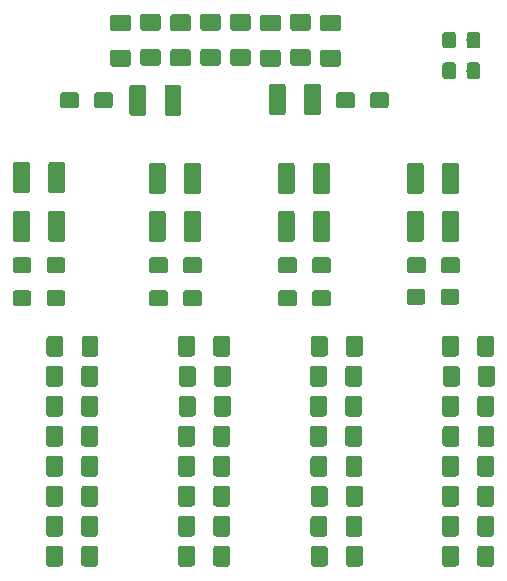
<source format=gbr>
G04 #@! TF.GenerationSoftware,KiCad,Pcbnew,5.0.2-bee76a0~70~ubuntu18.04.1*
G04 #@! TF.CreationDate,2019-01-28T20:05:27-07:00*
G04 #@! TF.ProjectId,adc,6164632e-6b69-4636-9164-5f7063625858,rev?*
G04 #@! TF.SameCoordinates,Original*
G04 #@! TF.FileFunction,Paste,Top*
G04 #@! TF.FilePolarity,Positive*
%FSLAX46Y46*%
G04 Gerber Fmt 4.6, Leading zero omitted, Abs format (unit mm)*
G04 Created by KiCad (PCBNEW 5.0.2-bee76a0~70~ubuntu18.04.1) date Mon 28 Jan 2019 08:05:27 PM MST*
%MOMM*%
%LPD*%
G01*
G04 APERTURE LIST*
%ADD10C,0.100000*%
%ADD11C,1.425000*%
%ADD12C,1.350000*%
%ADD13C,1.150000*%
G04 APERTURE END LIST*
D10*
G04 #@! TO.C,C3*
G36*
X255322004Y-109420204D02*
X255346273Y-109423804D01*
X255370071Y-109429765D01*
X255393171Y-109438030D01*
X255415349Y-109448520D01*
X255436393Y-109461133D01*
X255456098Y-109475747D01*
X255474277Y-109492223D01*
X255490753Y-109510402D01*
X255505367Y-109530107D01*
X255517980Y-109551151D01*
X255528470Y-109573329D01*
X255536735Y-109596429D01*
X255542696Y-109620227D01*
X255546296Y-109644496D01*
X255547500Y-109669000D01*
X255547500Y-111819000D01*
X255546296Y-111843504D01*
X255542696Y-111867773D01*
X255536735Y-111891571D01*
X255528470Y-111914671D01*
X255517980Y-111936849D01*
X255505367Y-111957893D01*
X255490753Y-111977598D01*
X255474277Y-111995777D01*
X255456098Y-112012253D01*
X255436393Y-112026867D01*
X255415349Y-112039480D01*
X255393171Y-112049970D01*
X255370071Y-112058235D01*
X255346273Y-112064196D01*
X255322004Y-112067796D01*
X255297500Y-112069000D01*
X254372500Y-112069000D01*
X254347996Y-112067796D01*
X254323727Y-112064196D01*
X254299929Y-112058235D01*
X254276829Y-112049970D01*
X254254651Y-112039480D01*
X254233607Y-112026867D01*
X254213902Y-112012253D01*
X254195723Y-111995777D01*
X254179247Y-111977598D01*
X254164633Y-111957893D01*
X254152020Y-111936849D01*
X254141530Y-111914671D01*
X254133265Y-111891571D01*
X254127304Y-111867773D01*
X254123704Y-111843504D01*
X254122500Y-111819000D01*
X254122500Y-109669000D01*
X254123704Y-109644496D01*
X254127304Y-109620227D01*
X254133265Y-109596429D01*
X254141530Y-109573329D01*
X254152020Y-109551151D01*
X254164633Y-109530107D01*
X254179247Y-109510402D01*
X254195723Y-109492223D01*
X254213902Y-109475747D01*
X254233607Y-109461133D01*
X254254651Y-109448520D01*
X254276829Y-109438030D01*
X254299929Y-109429765D01*
X254323727Y-109423804D01*
X254347996Y-109420204D01*
X254372500Y-109419000D01*
X255297500Y-109419000D01*
X255322004Y-109420204D01*
X255322004Y-109420204D01*
G37*
D11*
X254835000Y-110744000D03*
D10*
G36*
X258297004Y-109420204D02*
X258321273Y-109423804D01*
X258345071Y-109429765D01*
X258368171Y-109438030D01*
X258390349Y-109448520D01*
X258411393Y-109461133D01*
X258431098Y-109475747D01*
X258449277Y-109492223D01*
X258465753Y-109510402D01*
X258480367Y-109530107D01*
X258492980Y-109551151D01*
X258503470Y-109573329D01*
X258511735Y-109596429D01*
X258517696Y-109620227D01*
X258521296Y-109644496D01*
X258522500Y-109669000D01*
X258522500Y-111819000D01*
X258521296Y-111843504D01*
X258517696Y-111867773D01*
X258511735Y-111891571D01*
X258503470Y-111914671D01*
X258492980Y-111936849D01*
X258480367Y-111957893D01*
X258465753Y-111977598D01*
X258449277Y-111995777D01*
X258431098Y-112012253D01*
X258411393Y-112026867D01*
X258390349Y-112039480D01*
X258368171Y-112049970D01*
X258345071Y-112058235D01*
X258321273Y-112064196D01*
X258297004Y-112067796D01*
X258272500Y-112069000D01*
X257347500Y-112069000D01*
X257322996Y-112067796D01*
X257298727Y-112064196D01*
X257274929Y-112058235D01*
X257251829Y-112049970D01*
X257229651Y-112039480D01*
X257208607Y-112026867D01*
X257188902Y-112012253D01*
X257170723Y-111995777D01*
X257154247Y-111977598D01*
X257139633Y-111957893D01*
X257127020Y-111936849D01*
X257116530Y-111914671D01*
X257108265Y-111891571D01*
X257102304Y-111867773D01*
X257098704Y-111843504D01*
X257097500Y-111819000D01*
X257097500Y-109669000D01*
X257098704Y-109644496D01*
X257102304Y-109620227D01*
X257108265Y-109596429D01*
X257116530Y-109573329D01*
X257127020Y-109551151D01*
X257139633Y-109530107D01*
X257154247Y-109510402D01*
X257170723Y-109492223D01*
X257188902Y-109475747D01*
X257208607Y-109461133D01*
X257229651Y-109448520D01*
X257251829Y-109438030D01*
X257274929Y-109429765D01*
X257298727Y-109423804D01*
X257322996Y-109420204D01*
X257347500Y-109419000D01*
X258272500Y-109419000D01*
X258297004Y-109420204D01*
X258297004Y-109420204D01*
G37*
D11*
X257810000Y-110744000D03*
G04 #@! TD*
D10*
G04 #@! TO.C,C4*
G36*
X258297004Y-113484204D02*
X258321273Y-113487804D01*
X258345071Y-113493765D01*
X258368171Y-113502030D01*
X258390349Y-113512520D01*
X258411393Y-113525133D01*
X258431098Y-113539747D01*
X258449277Y-113556223D01*
X258465753Y-113574402D01*
X258480367Y-113594107D01*
X258492980Y-113615151D01*
X258503470Y-113637329D01*
X258511735Y-113660429D01*
X258517696Y-113684227D01*
X258521296Y-113708496D01*
X258522500Y-113733000D01*
X258522500Y-115883000D01*
X258521296Y-115907504D01*
X258517696Y-115931773D01*
X258511735Y-115955571D01*
X258503470Y-115978671D01*
X258492980Y-116000849D01*
X258480367Y-116021893D01*
X258465753Y-116041598D01*
X258449277Y-116059777D01*
X258431098Y-116076253D01*
X258411393Y-116090867D01*
X258390349Y-116103480D01*
X258368171Y-116113970D01*
X258345071Y-116122235D01*
X258321273Y-116128196D01*
X258297004Y-116131796D01*
X258272500Y-116133000D01*
X257347500Y-116133000D01*
X257322996Y-116131796D01*
X257298727Y-116128196D01*
X257274929Y-116122235D01*
X257251829Y-116113970D01*
X257229651Y-116103480D01*
X257208607Y-116090867D01*
X257188902Y-116076253D01*
X257170723Y-116059777D01*
X257154247Y-116041598D01*
X257139633Y-116021893D01*
X257127020Y-116000849D01*
X257116530Y-115978671D01*
X257108265Y-115955571D01*
X257102304Y-115931773D01*
X257098704Y-115907504D01*
X257097500Y-115883000D01*
X257097500Y-113733000D01*
X257098704Y-113708496D01*
X257102304Y-113684227D01*
X257108265Y-113660429D01*
X257116530Y-113637329D01*
X257127020Y-113615151D01*
X257139633Y-113594107D01*
X257154247Y-113574402D01*
X257170723Y-113556223D01*
X257188902Y-113539747D01*
X257208607Y-113525133D01*
X257229651Y-113512520D01*
X257251829Y-113502030D01*
X257274929Y-113493765D01*
X257298727Y-113487804D01*
X257322996Y-113484204D01*
X257347500Y-113483000D01*
X258272500Y-113483000D01*
X258297004Y-113484204D01*
X258297004Y-113484204D01*
G37*
D11*
X257810000Y-114808000D03*
D10*
G36*
X255322004Y-113484204D02*
X255346273Y-113487804D01*
X255370071Y-113493765D01*
X255393171Y-113502030D01*
X255415349Y-113512520D01*
X255436393Y-113525133D01*
X255456098Y-113539747D01*
X255474277Y-113556223D01*
X255490753Y-113574402D01*
X255505367Y-113594107D01*
X255517980Y-113615151D01*
X255528470Y-113637329D01*
X255536735Y-113660429D01*
X255542696Y-113684227D01*
X255546296Y-113708496D01*
X255547500Y-113733000D01*
X255547500Y-115883000D01*
X255546296Y-115907504D01*
X255542696Y-115931773D01*
X255536735Y-115955571D01*
X255528470Y-115978671D01*
X255517980Y-116000849D01*
X255505367Y-116021893D01*
X255490753Y-116041598D01*
X255474277Y-116059777D01*
X255456098Y-116076253D01*
X255436393Y-116090867D01*
X255415349Y-116103480D01*
X255393171Y-116113970D01*
X255370071Y-116122235D01*
X255346273Y-116128196D01*
X255322004Y-116131796D01*
X255297500Y-116133000D01*
X254372500Y-116133000D01*
X254347996Y-116131796D01*
X254323727Y-116128196D01*
X254299929Y-116122235D01*
X254276829Y-116113970D01*
X254254651Y-116103480D01*
X254233607Y-116090867D01*
X254213902Y-116076253D01*
X254195723Y-116059777D01*
X254179247Y-116041598D01*
X254164633Y-116021893D01*
X254152020Y-116000849D01*
X254141530Y-115978671D01*
X254133265Y-115955571D01*
X254127304Y-115931773D01*
X254123704Y-115907504D01*
X254122500Y-115883000D01*
X254122500Y-113733000D01*
X254123704Y-113708496D01*
X254127304Y-113684227D01*
X254133265Y-113660429D01*
X254141530Y-113637329D01*
X254152020Y-113615151D01*
X254164633Y-113594107D01*
X254179247Y-113574402D01*
X254195723Y-113556223D01*
X254213902Y-113539747D01*
X254233607Y-113525133D01*
X254254651Y-113512520D01*
X254276829Y-113502030D01*
X254299929Y-113493765D01*
X254323727Y-113487804D01*
X254347996Y-113484204D01*
X254372500Y-113483000D01*
X255297500Y-113483000D01*
X255322004Y-113484204D01*
X255322004Y-113484204D01*
G37*
D11*
X254835000Y-114808000D03*
G04 #@! TD*
D10*
G04 #@! TO.C,C6*
G36*
X247375004Y-113484204D02*
X247399273Y-113487804D01*
X247423071Y-113493765D01*
X247446171Y-113502030D01*
X247468349Y-113512520D01*
X247489393Y-113525133D01*
X247509098Y-113539747D01*
X247527277Y-113556223D01*
X247543753Y-113574402D01*
X247558367Y-113594107D01*
X247570980Y-113615151D01*
X247581470Y-113637329D01*
X247589735Y-113660429D01*
X247595696Y-113684227D01*
X247599296Y-113708496D01*
X247600500Y-113733000D01*
X247600500Y-115883000D01*
X247599296Y-115907504D01*
X247595696Y-115931773D01*
X247589735Y-115955571D01*
X247581470Y-115978671D01*
X247570980Y-116000849D01*
X247558367Y-116021893D01*
X247543753Y-116041598D01*
X247527277Y-116059777D01*
X247509098Y-116076253D01*
X247489393Y-116090867D01*
X247468349Y-116103480D01*
X247446171Y-116113970D01*
X247423071Y-116122235D01*
X247399273Y-116128196D01*
X247375004Y-116131796D01*
X247350500Y-116133000D01*
X246425500Y-116133000D01*
X246400996Y-116131796D01*
X246376727Y-116128196D01*
X246352929Y-116122235D01*
X246329829Y-116113970D01*
X246307651Y-116103480D01*
X246286607Y-116090867D01*
X246266902Y-116076253D01*
X246248723Y-116059777D01*
X246232247Y-116041598D01*
X246217633Y-116021893D01*
X246205020Y-116000849D01*
X246194530Y-115978671D01*
X246186265Y-115955571D01*
X246180304Y-115931773D01*
X246176704Y-115907504D01*
X246175500Y-115883000D01*
X246175500Y-113733000D01*
X246176704Y-113708496D01*
X246180304Y-113684227D01*
X246186265Y-113660429D01*
X246194530Y-113637329D01*
X246205020Y-113615151D01*
X246217633Y-113594107D01*
X246232247Y-113574402D01*
X246248723Y-113556223D01*
X246266902Y-113539747D01*
X246286607Y-113525133D01*
X246307651Y-113512520D01*
X246329829Y-113502030D01*
X246352929Y-113493765D01*
X246376727Y-113487804D01*
X246400996Y-113484204D01*
X246425500Y-113483000D01*
X247350500Y-113483000D01*
X247375004Y-113484204D01*
X247375004Y-113484204D01*
G37*
D11*
X246888000Y-114808000D03*
D10*
G36*
X244400004Y-113484204D02*
X244424273Y-113487804D01*
X244448071Y-113493765D01*
X244471171Y-113502030D01*
X244493349Y-113512520D01*
X244514393Y-113525133D01*
X244534098Y-113539747D01*
X244552277Y-113556223D01*
X244568753Y-113574402D01*
X244583367Y-113594107D01*
X244595980Y-113615151D01*
X244606470Y-113637329D01*
X244614735Y-113660429D01*
X244620696Y-113684227D01*
X244624296Y-113708496D01*
X244625500Y-113733000D01*
X244625500Y-115883000D01*
X244624296Y-115907504D01*
X244620696Y-115931773D01*
X244614735Y-115955571D01*
X244606470Y-115978671D01*
X244595980Y-116000849D01*
X244583367Y-116021893D01*
X244568753Y-116041598D01*
X244552277Y-116059777D01*
X244534098Y-116076253D01*
X244514393Y-116090867D01*
X244493349Y-116103480D01*
X244471171Y-116113970D01*
X244448071Y-116122235D01*
X244424273Y-116128196D01*
X244400004Y-116131796D01*
X244375500Y-116133000D01*
X243450500Y-116133000D01*
X243425996Y-116131796D01*
X243401727Y-116128196D01*
X243377929Y-116122235D01*
X243354829Y-116113970D01*
X243332651Y-116103480D01*
X243311607Y-116090867D01*
X243291902Y-116076253D01*
X243273723Y-116059777D01*
X243257247Y-116041598D01*
X243242633Y-116021893D01*
X243230020Y-116000849D01*
X243219530Y-115978671D01*
X243211265Y-115955571D01*
X243205304Y-115931773D01*
X243201704Y-115907504D01*
X243200500Y-115883000D01*
X243200500Y-113733000D01*
X243201704Y-113708496D01*
X243205304Y-113684227D01*
X243211265Y-113660429D01*
X243219530Y-113637329D01*
X243230020Y-113615151D01*
X243242633Y-113594107D01*
X243257247Y-113574402D01*
X243273723Y-113556223D01*
X243291902Y-113539747D01*
X243311607Y-113525133D01*
X243332651Y-113512520D01*
X243354829Y-113502030D01*
X243377929Y-113493765D01*
X243401727Y-113487804D01*
X243425996Y-113484204D01*
X243450500Y-113483000D01*
X244375500Y-113483000D01*
X244400004Y-113484204D01*
X244400004Y-113484204D01*
G37*
D11*
X243913000Y-114808000D03*
G04 #@! TD*
D10*
G04 #@! TO.C,C8*
G36*
X244400004Y-109420204D02*
X244424273Y-109423804D01*
X244448071Y-109429765D01*
X244471171Y-109438030D01*
X244493349Y-109448520D01*
X244514393Y-109461133D01*
X244534098Y-109475747D01*
X244552277Y-109492223D01*
X244568753Y-109510402D01*
X244583367Y-109530107D01*
X244595980Y-109551151D01*
X244606470Y-109573329D01*
X244614735Y-109596429D01*
X244620696Y-109620227D01*
X244624296Y-109644496D01*
X244625500Y-109669000D01*
X244625500Y-111819000D01*
X244624296Y-111843504D01*
X244620696Y-111867773D01*
X244614735Y-111891571D01*
X244606470Y-111914671D01*
X244595980Y-111936849D01*
X244583367Y-111957893D01*
X244568753Y-111977598D01*
X244552277Y-111995777D01*
X244534098Y-112012253D01*
X244514393Y-112026867D01*
X244493349Y-112039480D01*
X244471171Y-112049970D01*
X244448071Y-112058235D01*
X244424273Y-112064196D01*
X244400004Y-112067796D01*
X244375500Y-112069000D01*
X243450500Y-112069000D01*
X243425996Y-112067796D01*
X243401727Y-112064196D01*
X243377929Y-112058235D01*
X243354829Y-112049970D01*
X243332651Y-112039480D01*
X243311607Y-112026867D01*
X243291902Y-112012253D01*
X243273723Y-111995777D01*
X243257247Y-111977598D01*
X243242633Y-111957893D01*
X243230020Y-111936849D01*
X243219530Y-111914671D01*
X243211265Y-111891571D01*
X243205304Y-111867773D01*
X243201704Y-111843504D01*
X243200500Y-111819000D01*
X243200500Y-109669000D01*
X243201704Y-109644496D01*
X243205304Y-109620227D01*
X243211265Y-109596429D01*
X243219530Y-109573329D01*
X243230020Y-109551151D01*
X243242633Y-109530107D01*
X243257247Y-109510402D01*
X243273723Y-109492223D01*
X243291902Y-109475747D01*
X243311607Y-109461133D01*
X243332651Y-109448520D01*
X243354829Y-109438030D01*
X243377929Y-109429765D01*
X243401727Y-109423804D01*
X243425996Y-109420204D01*
X243450500Y-109419000D01*
X244375500Y-109419000D01*
X244400004Y-109420204D01*
X244400004Y-109420204D01*
G37*
D11*
X243913000Y-110744000D03*
D10*
G36*
X247375004Y-109420204D02*
X247399273Y-109423804D01*
X247423071Y-109429765D01*
X247446171Y-109438030D01*
X247468349Y-109448520D01*
X247489393Y-109461133D01*
X247509098Y-109475747D01*
X247527277Y-109492223D01*
X247543753Y-109510402D01*
X247558367Y-109530107D01*
X247570980Y-109551151D01*
X247581470Y-109573329D01*
X247589735Y-109596429D01*
X247595696Y-109620227D01*
X247599296Y-109644496D01*
X247600500Y-109669000D01*
X247600500Y-111819000D01*
X247599296Y-111843504D01*
X247595696Y-111867773D01*
X247589735Y-111891571D01*
X247581470Y-111914671D01*
X247570980Y-111936849D01*
X247558367Y-111957893D01*
X247543753Y-111977598D01*
X247527277Y-111995777D01*
X247509098Y-112012253D01*
X247489393Y-112026867D01*
X247468349Y-112039480D01*
X247446171Y-112049970D01*
X247423071Y-112058235D01*
X247399273Y-112064196D01*
X247375004Y-112067796D01*
X247350500Y-112069000D01*
X246425500Y-112069000D01*
X246400996Y-112067796D01*
X246376727Y-112064196D01*
X246352929Y-112058235D01*
X246329829Y-112049970D01*
X246307651Y-112039480D01*
X246286607Y-112026867D01*
X246266902Y-112012253D01*
X246248723Y-111995777D01*
X246232247Y-111977598D01*
X246217633Y-111957893D01*
X246205020Y-111936849D01*
X246194530Y-111914671D01*
X246186265Y-111891571D01*
X246180304Y-111867773D01*
X246176704Y-111843504D01*
X246175500Y-111819000D01*
X246175500Y-109669000D01*
X246176704Y-109644496D01*
X246180304Y-109620227D01*
X246186265Y-109596429D01*
X246194530Y-109573329D01*
X246205020Y-109551151D01*
X246217633Y-109530107D01*
X246232247Y-109510402D01*
X246248723Y-109492223D01*
X246266902Y-109475747D01*
X246286607Y-109461133D01*
X246307651Y-109448520D01*
X246329829Y-109438030D01*
X246352929Y-109429765D01*
X246376727Y-109423804D01*
X246400996Y-109420204D01*
X246425500Y-109419000D01*
X247350500Y-109419000D01*
X247375004Y-109420204D01*
X247375004Y-109420204D01*
G37*
D11*
X246888000Y-110744000D03*
G04 #@! TD*
D10*
G04 #@! TO.C,C11*
G36*
X233478004Y-113484204D02*
X233502273Y-113487804D01*
X233526071Y-113493765D01*
X233549171Y-113502030D01*
X233571349Y-113512520D01*
X233592393Y-113525133D01*
X233612098Y-113539747D01*
X233630277Y-113556223D01*
X233646753Y-113574402D01*
X233661367Y-113594107D01*
X233673980Y-113615151D01*
X233684470Y-113637329D01*
X233692735Y-113660429D01*
X233698696Y-113684227D01*
X233702296Y-113708496D01*
X233703500Y-113733000D01*
X233703500Y-115883000D01*
X233702296Y-115907504D01*
X233698696Y-115931773D01*
X233692735Y-115955571D01*
X233684470Y-115978671D01*
X233673980Y-116000849D01*
X233661367Y-116021893D01*
X233646753Y-116041598D01*
X233630277Y-116059777D01*
X233612098Y-116076253D01*
X233592393Y-116090867D01*
X233571349Y-116103480D01*
X233549171Y-116113970D01*
X233526071Y-116122235D01*
X233502273Y-116128196D01*
X233478004Y-116131796D01*
X233453500Y-116133000D01*
X232528500Y-116133000D01*
X232503996Y-116131796D01*
X232479727Y-116128196D01*
X232455929Y-116122235D01*
X232432829Y-116113970D01*
X232410651Y-116103480D01*
X232389607Y-116090867D01*
X232369902Y-116076253D01*
X232351723Y-116059777D01*
X232335247Y-116041598D01*
X232320633Y-116021893D01*
X232308020Y-116000849D01*
X232297530Y-115978671D01*
X232289265Y-115955571D01*
X232283304Y-115931773D01*
X232279704Y-115907504D01*
X232278500Y-115883000D01*
X232278500Y-113733000D01*
X232279704Y-113708496D01*
X232283304Y-113684227D01*
X232289265Y-113660429D01*
X232297530Y-113637329D01*
X232308020Y-113615151D01*
X232320633Y-113594107D01*
X232335247Y-113574402D01*
X232351723Y-113556223D01*
X232369902Y-113539747D01*
X232389607Y-113525133D01*
X232410651Y-113512520D01*
X232432829Y-113502030D01*
X232455929Y-113493765D01*
X232479727Y-113487804D01*
X232503996Y-113484204D01*
X232528500Y-113483000D01*
X233453500Y-113483000D01*
X233478004Y-113484204D01*
X233478004Y-113484204D01*
G37*
D11*
X232991000Y-114808000D03*
D10*
G36*
X236453004Y-113484204D02*
X236477273Y-113487804D01*
X236501071Y-113493765D01*
X236524171Y-113502030D01*
X236546349Y-113512520D01*
X236567393Y-113525133D01*
X236587098Y-113539747D01*
X236605277Y-113556223D01*
X236621753Y-113574402D01*
X236636367Y-113594107D01*
X236648980Y-113615151D01*
X236659470Y-113637329D01*
X236667735Y-113660429D01*
X236673696Y-113684227D01*
X236677296Y-113708496D01*
X236678500Y-113733000D01*
X236678500Y-115883000D01*
X236677296Y-115907504D01*
X236673696Y-115931773D01*
X236667735Y-115955571D01*
X236659470Y-115978671D01*
X236648980Y-116000849D01*
X236636367Y-116021893D01*
X236621753Y-116041598D01*
X236605277Y-116059777D01*
X236587098Y-116076253D01*
X236567393Y-116090867D01*
X236546349Y-116103480D01*
X236524171Y-116113970D01*
X236501071Y-116122235D01*
X236477273Y-116128196D01*
X236453004Y-116131796D01*
X236428500Y-116133000D01*
X235503500Y-116133000D01*
X235478996Y-116131796D01*
X235454727Y-116128196D01*
X235430929Y-116122235D01*
X235407829Y-116113970D01*
X235385651Y-116103480D01*
X235364607Y-116090867D01*
X235344902Y-116076253D01*
X235326723Y-116059777D01*
X235310247Y-116041598D01*
X235295633Y-116021893D01*
X235283020Y-116000849D01*
X235272530Y-115978671D01*
X235264265Y-115955571D01*
X235258304Y-115931773D01*
X235254704Y-115907504D01*
X235253500Y-115883000D01*
X235253500Y-113733000D01*
X235254704Y-113708496D01*
X235258304Y-113684227D01*
X235264265Y-113660429D01*
X235272530Y-113637329D01*
X235283020Y-113615151D01*
X235295633Y-113594107D01*
X235310247Y-113574402D01*
X235326723Y-113556223D01*
X235344902Y-113539747D01*
X235364607Y-113525133D01*
X235385651Y-113512520D01*
X235407829Y-113502030D01*
X235430929Y-113493765D01*
X235454727Y-113487804D01*
X235478996Y-113484204D01*
X235503500Y-113483000D01*
X236428500Y-113483000D01*
X236453004Y-113484204D01*
X236453004Y-113484204D01*
G37*
D11*
X235966000Y-114808000D03*
G04 #@! TD*
D10*
G04 #@! TO.C,C12*
G36*
X236453004Y-109420204D02*
X236477273Y-109423804D01*
X236501071Y-109429765D01*
X236524171Y-109438030D01*
X236546349Y-109448520D01*
X236567393Y-109461133D01*
X236587098Y-109475747D01*
X236605277Y-109492223D01*
X236621753Y-109510402D01*
X236636367Y-109530107D01*
X236648980Y-109551151D01*
X236659470Y-109573329D01*
X236667735Y-109596429D01*
X236673696Y-109620227D01*
X236677296Y-109644496D01*
X236678500Y-109669000D01*
X236678500Y-111819000D01*
X236677296Y-111843504D01*
X236673696Y-111867773D01*
X236667735Y-111891571D01*
X236659470Y-111914671D01*
X236648980Y-111936849D01*
X236636367Y-111957893D01*
X236621753Y-111977598D01*
X236605277Y-111995777D01*
X236587098Y-112012253D01*
X236567393Y-112026867D01*
X236546349Y-112039480D01*
X236524171Y-112049970D01*
X236501071Y-112058235D01*
X236477273Y-112064196D01*
X236453004Y-112067796D01*
X236428500Y-112069000D01*
X235503500Y-112069000D01*
X235478996Y-112067796D01*
X235454727Y-112064196D01*
X235430929Y-112058235D01*
X235407829Y-112049970D01*
X235385651Y-112039480D01*
X235364607Y-112026867D01*
X235344902Y-112012253D01*
X235326723Y-111995777D01*
X235310247Y-111977598D01*
X235295633Y-111957893D01*
X235283020Y-111936849D01*
X235272530Y-111914671D01*
X235264265Y-111891571D01*
X235258304Y-111867773D01*
X235254704Y-111843504D01*
X235253500Y-111819000D01*
X235253500Y-109669000D01*
X235254704Y-109644496D01*
X235258304Y-109620227D01*
X235264265Y-109596429D01*
X235272530Y-109573329D01*
X235283020Y-109551151D01*
X235295633Y-109530107D01*
X235310247Y-109510402D01*
X235326723Y-109492223D01*
X235344902Y-109475747D01*
X235364607Y-109461133D01*
X235385651Y-109448520D01*
X235407829Y-109438030D01*
X235430929Y-109429765D01*
X235454727Y-109423804D01*
X235478996Y-109420204D01*
X235503500Y-109419000D01*
X236428500Y-109419000D01*
X236453004Y-109420204D01*
X236453004Y-109420204D01*
G37*
D11*
X235966000Y-110744000D03*
D10*
G36*
X233478004Y-109420204D02*
X233502273Y-109423804D01*
X233526071Y-109429765D01*
X233549171Y-109438030D01*
X233571349Y-109448520D01*
X233592393Y-109461133D01*
X233612098Y-109475747D01*
X233630277Y-109492223D01*
X233646753Y-109510402D01*
X233661367Y-109530107D01*
X233673980Y-109551151D01*
X233684470Y-109573329D01*
X233692735Y-109596429D01*
X233698696Y-109620227D01*
X233702296Y-109644496D01*
X233703500Y-109669000D01*
X233703500Y-111819000D01*
X233702296Y-111843504D01*
X233698696Y-111867773D01*
X233692735Y-111891571D01*
X233684470Y-111914671D01*
X233673980Y-111936849D01*
X233661367Y-111957893D01*
X233646753Y-111977598D01*
X233630277Y-111995777D01*
X233612098Y-112012253D01*
X233592393Y-112026867D01*
X233571349Y-112039480D01*
X233549171Y-112049970D01*
X233526071Y-112058235D01*
X233502273Y-112064196D01*
X233478004Y-112067796D01*
X233453500Y-112069000D01*
X232528500Y-112069000D01*
X232503996Y-112067796D01*
X232479727Y-112064196D01*
X232455929Y-112058235D01*
X232432829Y-112049970D01*
X232410651Y-112039480D01*
X232389607Y-112026867D01*
X232369902Y-112012253D01*
X232351723Y-111995777D01*
X232335247Y-111977598D01*
X232320633Y-111957893D01*
X232308020Y-111936849D01*
X232297530Y-111914671D01*
X232289265Y-111891571D01*
X232283304Y-111867773D01*
X232279704Y-111843504D01*
X232278500Y-111819000D01*
X232278500Y-109669000D01*
X232279704Y-109644496D01*
X232283304Y-109620227D01*
X232289265Y-109596429D01*
X232297530Y-109573329D01*
X232308020Y-109551151D01*
X232320633Y-109530107D01*
X232335247Y-109510402D01*
X232351723Y-109492223D01*
X232369902Y-109475747D01*
X232389607Y-109461133D01*
X232410651Y-109448520D01*
X232432829Y-109438030D01*
X232455929Y-109429765D01*
X232479727Y-109423804D01*
X232503996Y-109420204D01*
X232528500Y-109419000D01*
X233453500Y-109419000D01*
X233478004Y-109420204D01*
X233478004Y-109420204D01*
G37*
D11*
X232991000Y-110744000D03*
G04 #@! TD*
D10*
G04 #@! TO.C,C14*
G36*
X221984504Y-113484204D02*
X222008773Y-113487804D01*
X222032571Y-113493765D01*
X222055671Y-113502030D01*
X222077849Y-113512520D01*
X222098893Y-113525133D01*
X222118598Y-113539747D01*
X222136777Y-113556223D01*
X222153253Y-113574402D01*
X222167867Y-113594107D01*
X222180480Y-113615151D01*
X222190970Y-113637329D01*
X222199235Y-113660429D01*
X222205196Y-113684227D01*
X222208796Y-113708496D01*
X222210000Y-113733000D01*
X222210000Y-115883000D01*
X222208796Y-115907504D01*
X222205196Y-115931773D01*
X222199235Y-115955571D01*
X222190970Y-115978671D01*
X222180480Y-116000849D01*
X222167867Y-116021893D01*
X222153253Y-116041598D01*
X222136777Y-116059777D01*
X222118598Y-116076253D01*
X222098893Y-116090867D01*
X222077849Y-116103480D01*
X222055671Y-116113970D01*
X222032571Y-116122235D01*
X222008773Y-116128196D01*
X221984504Y-116131796D01*
X221960000Y-116133000D01*
X221035000Y-116133000D01*
X221010496Y-116131796D01*
X220986227Y-116128196D01*
X220962429Y-116122235D01*
X220939329Y-116113970D01*
X220917151Y-116103480D01*
X220896107Y-116090867D01*
X220876402Y-116076253D01*
X220858223Y-116059777D01*
X220841747Y-116041598D01*
X220827133Y-116021893D01*
X220814520Y-116000849D01*
X220804030Y-115978671D01*
X220795765Y-115955571D01*
X220789804Y-115931773D01*
X220786204Y-115907504D01*
X220785000Y-115883000D01*
X220785000Y-113733000D01*
X220786204Y-113708496D01*
X220789804Y-113684227D01*
X220795765Y-113660429D01*
X220804030Y-113637329D01*
X220814520Y-113615151D01*
X220827133Y-113594107D01*
X220841747Y-113574402D01*
X220858223Y-113556223D01*
X220876402Y-113539747D01*
X220896107Y-113525133D01*
X220917151Y-113512520D01*
X220939329Y-113502030D01*
X220962429Y-113493765D01*
X220986227Y-113487804D01*
X221010496Y-113484204D01*
X221035000Y-113483000D01*
X221960000Y-113483000D01*
X221984504Y-113484204D01*
X221984504Y-113484204D01*
G37*
D11*
X221497500Y-114808000D03*
D10*
G36*
X224959504Y-113484204D02*
X224983773Y-113487804D01*
X225007571Y-113493765D01*
X225030671Y-113502030D01*
X225052849Y-113512520D01*
X225073893Y-113525133D01*
X225093598Y-113539747D01*
X225111777Y-113556223D01*
X225128253Y-113574402D01*
X225142867Y-113594107D01*
X225155480Y-113615151D01*
X225165970Y-113637329D01*
X225174235Y-113660429D01*
X225180196Y-113684227D01*
X225183796Y-113708496D01*
X225185000Y-113733000D01*
X225185000Y-115883000D01*
X225183796Y-115907504D01*
X225180196Y-115931773D01*
X225174235Y-115955571D01*
X225165970Y-115978671D01*
X225155480Y-116000849D01*
X225142867Y-116021893D01*
X225128253Y-116041598D01*
X225111777Y-116059777D01*
X225093598Y-116076253D01*
X225073893Y-116090867D01*
X225052849Y-116103480D01*
X225030671Y-116113970D01*
X225007571Y-116122235D01*
X224983773Y-116128196D01*
X224959504Y-116131796D01*
X224935000Y-116133000D01*
X224010000Y-116133000D01*
X223985496Y-116131796D01*
X223961227Y-116128196D01*
X223937429Y-116122235D01*
X223914329Y-116113970D01*
X223892151Y-116103480D01*
X223871107Y-116090867D01*
X223851402Y-116076253D01*
X223833223Y-116059777D01*
X223816747Y-116041598D01*
X223802133Y-116021893D01*
X223789520Y-116000849D01*
X223779030Y-115978671D01*
X223770765Y-115955571D01*
X223764804Y-115931773D01*
X223761204Y-115907504D01*
X223760000Y-115883000D01*
X223760000Y-113733000D01*
X223761204Y-113708496D01*
X223764804Y-113684227D01*
X223770765Y-113660429D01*
X223779030Y-113637329D01*
X223789520Y-113615151D01*
X223802133Y-113594107D01*
X223816747Y-113574402D01*
X223833223Y-113556223D01*
X223851402Y-113539747D01*
X223871107Y-113525133D01*
X223892151Y-113512520D01*
X223914329Y-113502030D01*
X223937429Y-113493765D01*
X223961227Y-113487804D01*
X223985496Y-113484204D01*
X224010000Y-113483000D01*
X224935000Y-113483000D01*
X224959504Y-113484204D01*
X224959504Y-113484204D01*
G37*
D11*
X224472500Y-114808000D03*
G04 #@! TD*
D10*
G04 #@! TO.C,C16*
G36*
X224959504Y-109356704D02*
X224983773Y-109360304D01*
X225007571Y-109366265D01*
X225030671Y-109374530D01*
X225052849Y-109385020D01*
X225073893Y-109397633D01*
X225093598Y-109412247D01*
X225111777Y-109428723D01*
X225128253Y-109446902D01*
X225142867Y-109466607D01*
X225155480Y-109487651D01*
X225165970Y-109509829D01*
X225174235Y-109532929D01*
X225180196Y-109556727D01*
X225183796Y-109580996D01*
X225185000Y-109605500D01*
X225185000Y-111755500D01*
X225183796Y-111780004D01*
X225180196Y-111804273D01*
X225174235Y-111828071D01*
X225165970Y-111851171D01*
X225155480Y-111873349D01*
X225142867Y-111894393D01*
X225128253Y-111914098D01*
X225111777Y-111932277D01*
X225093598Y-111948753D01*
X225073893Y-111963367D01*
X225052849Y-111975980D01*
X225030671Y-111986470D01*
X225007571Y-111994735D01*
X224983773Y-112000696D01*
X224959504Y-112004296D01*
X224935000Y-112005500D01*
X224010000Y-112005500D01*
X223985496Y-112004296D01*
X223961227Y-112000696D01*
X223937429Y-111994735D01*
X223914329Y-111986470D01*
X223892151Y-111975980D01*
X223871107Y-111963367D01*
X223851402Y-111948753D01*
X223833223Y-111932277D01*
X223816747Y-111914098D01*
X223802133Y-111894393D01*
X223789520Y-111873349D01*
X223779030Y-111851171D01*
X223770765Y-111828071D01*
X223764804Y-111804273D01*
X223761204Y-111780004D01*
X223760000Y-111755500D01*
X223760000Y-109605500D01*
X223761204Y-109580996D01*
X223764804Y-109556727D01*
X223770765Y-109532929D01*
X223779030Y-109509829D01*
X223789520Y-109487651D01*
X223802133Y-109466607D01*
X223816747Y-109446902D01*
X223833223Y-109428723D01*
X223851402Y-109412247D01*
X223871107Y-109397633D01*
X223892151Y-109385020D01*
X223914329Y-109374530D01*
X223937429Y-109366265D01*
X223961227Y-109360304D01*
X223985496Y-109356704D01*
X224010000Y-109355500D01*
X224935000Y-109355500D01*
X224959504Y-109356704D01*
X224959504Y-109356704D01*
G37*
D11*
X224472500Y-110680500D03*
D10*
G36*
X221984504Y-109356704D02*
X222008773Y-109360304D01*
X222032571Y-109366265D01*
X222055671Y-109374530D01*
X222077849Y-109385020D01*
X222098893Y-109397633D01*
X222118598Y-109412247D01*
X222136777Y-109428723D01*
X222153253Y-109446902D01*
X222167867Y-109466607D01*
X222180480Y-109487651D01*
X222190970Y-109509829D01*
X222199235Y-109532929D01*
X222205196Y-109556727D01*
X222208796Y-109580996D01*
X222210000Y-109605500D01*
X222210000Y-111755500D01*
X222208796Y-111780004D01*
X222205196Y-111804273D01*
X222199235Y-111828071D01*
X222190970Y-111851171D01*
X222180480Y-111873349D01*
X222167867Y-111894393D01*
X222153253Y-111914098D01*
X222136777Y-111932277D01*
X222118598Y-111948753D01*
X222098893Y-111963367D01*
X222077849Y-111975980D01*
X222055671Y-111986470D01*
X222032571Y-111994735D01*
X222008773Y-112000696D01*
X221984504Y-112004296D01*
X221960000Y-112005500D01*
X221035000Y-112005500D01*
X221010496Y-112004296D01*
X220986227Y-112000696D01*
X220962429Y-111994735D01*
X220939329Y-111986470D01*
X220917151Y-111975980D01*
X220896107Y-111963367D01*
X220876402Y-111948753D01*
X220858223Y-111932277D01*
X220841747Y-111914098D01*
X220827133Y-111894393D01*
X220814520Y-111873349D01*
X220804030Y-111851171D01*
X220795765Y-111828071D01*
X220789804Y-111804273D01*
X220786204Y-111780004D01*
X220785000Y-111755500D01*
X220785000Y-109605500D01*
X220786204Y-109580996D01*
X220789804Y-109556727D01*
X220795765Y-109532929D01*
X220804030Y-109509829D01*
X220814520Y-109487651D01*
X220827133Y-109466607D01*
X220841747Y-109446902D01*
X220858223Y-109428723D01*
X220876402Y-109412247D01*
X220896107Y-109397633D01*
X220917151Y-109385020D01*
X220939329Y-109374530D01*
X220962429Y-109366265D01*
X220986227Y-109360304D01*
X221010496Y-109356704D01*
X221035000Y-109355500D01*
X221960000Y-109355500D01*
X221984504Y-109356704D01*
X221984504Y-109356704D01*
G37*
D11*
X221497500Y-110680500D03*
G04 #@! TD*
D10*
G04 #@! TO.C,C20*
G36*
X246613004Y-102752704D02*
X246637273Y-102756304D01*
X246661071Y-102762265D01*
X246684171Y-102770530D01*
X246706349Y-102781020D01*
X246727393Y-102793633D01*
X246747098Y-102808247D01*
X246765277Y-102824723D01*
X246781753Y-102842902D01*
X246796367Y-102862607D01*
X246808980Y-102883651D01*
X246819470Y-102905829D01*
X246827735Y-102928929D01*
X246833696Y-102952727D01*
X246837296Y-102976996D01*
X246838500Y-103001500D01*
X246838500Y-105151500D01*
X246837296Y-105176004D01*
X246833696Y-105200273D01*
X246827735Y-105224071D01*
X246819470Y-105247171D01*
X246808980Y-105269349D01*
X246796367Y-105290393D01*
X246781753Y-105310098D01*
X246765277Y-105328277D01*
X246747098Y-105344753D01*
X246727393Y-105359367D01*
X246706349Y-105371980D01*
X246684171Y-105382470D01*
X246661071Y-105390735D01*
X246637273Y-105396696D01*
X246613004Y-105400296D01*
X246588500Y-105401500D01*
X245663500Y-105401500D01*
X245638996Y-105400296D01*
X245614727Y-105396696D01*
X245590929Y-105390735D01*
X245567829Y-105382470D01*
X245545651Y-105371980D01*
X245524607Y-105359367D01*
X245504902Y-105344753D01*
X245486723Y-105328277D01*
X245470247Y-105310098D01*
X245455633Y-105290393D01*
X245443020Y-105269349D01*
X245432530Y-105247171D01*
X245424265Y-105224071D01*
X245418304Y-105200273D01*
X245414704Y-105176004D01*
X245413500Y-105151500D01*
X245413500Y-103001500D01*
X245414704Y-102976996D01*
X245418304Y-102952727D01*
X245424265Y-102928929D01*
X245432530Y-102905829D01*
X245443020Y-102883651D01*
X245455633Y-102862607D01*
X245470247Y-102842902D01*
X245486723Y-102824723D01*
X245504902Y-102808247D01*
X245524607Y-102793633D01*
X245545651Y-102781020D01*
X245567829Y-102770530D01*
X245590929Y-102762265D01*
X245614727Y-102756304D01*
X245638996Y-102752704D01*
X245663500Y-102751500D01*
X246588500Y-102751500D01*
X246613004Y-102752704D01*
X246613004Y-102752704D01*
G37*
D11*
X246126000Y-104076500D03*
D10*
G36*
X243638004Y-102752704D02*
X243662273Y-102756304D01*
X243686071Y-102762265D01*
X243709171Y-102770530D01*
X243731349Y-102781020D01*
X243752393Y-102793633D01*
X243772098Y-102808247D01*
X243790277Y-102824723D01*
X243806753Y-102842902D01*
X243821367Y-102862607D01*
X243833980Y-102883651D01*
X243844470Y-102905829D01*
X243852735Y-102928929D01*
X243858696Y-102952727D01*
X243862296Y-102976996D01*
X243863500Y-103001500D01*
X243863500Y-105151500D01*
X243862296Y-105176004D01*
X243858696Y-105200273D01*
X243852735Y-105224071D01*
X243844470Y-105247171D01*
X243833980Y-105269349D01*
X243821367Y-105290393D01*
X243806753Y-105310098D01*
X243790277Y-105328277D01*
X243772098Y-105344753D01*
X243752393Y-105359367D01*
X243731349Y-105371980D01*
X243709171Y-105382470D01*
X243686071Y-105390735D01*
X243662273Y-105396696D01*
X243638004Y-105400296D01*
X243613500Y-105401500D01*
X242688500Y-105401500D01*
X242663996Y-105400296D01*
X242639727Y-105396696D01*
X242615929Y-105390735D01*
X242592829Y-105382470D01*
X242570651Y-105371980D01*
X242549607Y-105359367D01*
X242529902Y-105344753D01*
X242511723Y-105328277D01*
X242495247Y-105310098D01*
X242480633Y-105290393D01*
X242468020Y-105269349D01*
X242457530Y-105247171D01*
X242449265Y-105224071D01*
X242443304Y-105200273D01*
X242439704Y-105176004D01*
X242438500Y-105151500D01*
X242438500Y-103001500D01*
X242439704Y-102976996D01*
X242443304Y-102952727D01*
X242449265Y-102928929D01*
X242457530Y-102905829D01*
X242468020Y-102883651D01*
X242480633Y-102862607D01*
X242495247Y-102842902D01*
X242511723Y-102824723D01*
X242529902Y-102808247D01*
X242549607Y-102793633D01*
X242570651Y-102781020D01*
X242592829Y-102770530D01*
X242615929Y-102762265D01*
X242639727Y-102756304D01*
X242663996Y-102752704D01*
X242688500Y-102751500D01*
X243613500Y-102751500D01*
X243638004Y-102752704D01*
X243638004Y-102752704D01*
G37*
D11*
X243151000Y-104076500D03*
G04 #@! TD*
D10*
G04 #@! TO.C,R21*
G36*
X261272004Y-124094204D02*
X261296273Y-124097804D01*
X261320071Y-124103765D01*
X261343171Y-124112030D01*
X261365349Y-124122520D01*
X261386393Y-124135133D01*
X261406098Y-124149747D01*
X261424277Y-124166223D01*
X261440753Y-124184402D01*
X261455367Y-124204107D01*
X261467980Y-124225151D01*
X261478470Y-124247329D01*
X261486735Y-124270429D01*
X261492696Y-124294227D01*
X261496296Y-124318496D01*
X261497500Y-124343000D01*
X261497500Y-125593000D01*
X261496296Y-125617504D01*
X261492696Y-125641773D01*
X261486735Y-125665571D01*
X261478470Y-125688671D01*
X261467980Y-125710849D01*
X261455367Y-125731893D01*
X261440753Y-125751598D01*
X261424277Y-125769777D01*
X261406098Y-125786253D01*
X261386393Y-125800867D01*
X261365349Y-125813480D01*
X261343171Y-125823970D01*
X261320071Y-125832235D01*
X261296273Y-125838196D01*
X261272004Y-125841796D01*
X261247500Y-125843000D01*
X260322500Y-125843000D01*
X260297996Y-125841796D01*
X260273727Y-125838196D01*
X260249929Y-125832235D01*
X260226829Y-125823970D01*
X260204651Y-125813480D01*
X260183607Y-125800867D01*
X260163902Y-125786253D01*
X260145723Y-125769777D01*
X260129247Y-125751598D01*
X260114633Y-125731893D01*
X260102020Y-125710849D01*
X260091530Y-125688671D01*
X260083265Y-125665571D01*
X260077304Y-125641773D01*
X260073704Y-125617504D01*
X260072500Y-125593000D01*
X260072500Y-124343000D01*
X260073704Y-124318496D01*
X260077304Y-124294227D01*
X260083265Y-124270429D01*
X260091530Y-124247329D01*
X260102020Y-124225151D01*
X260114633Y-124204107D01*
X260129247Y-124184402D01*
X260145723Y-124166223D01*
X260163902Y-124149747D01*
X260183607Y-124135133D01*
X260204651Y-124122520D01*
X260226829Y-124112030D01*
X260249929Y-124103765D01*
X260273727Y-124097804D01*
X260297996Y-124094204D01*
X260322500Y-124093000D01*
X261247500Y-124093000D01*
X261272004Y-124094204D01*
X261272004Y-124094204D01*
G37*
D11*
X260785000Y-124968000D03*
D10*
G36*
X258297004Y-124094204D02*
X258321273Y-124097804D01*
X258345071Y-124103765D01*
X258368171Y-124112030D01*
X258390349Y-124122520D01*
X258411393Y-124135133D01*
X258431098Y-124149747D01*
X258449277Y-124166223D01*
X258465753Y-124184402D01*
X258480367Y-124204107D01*
X258492980Y-124225151D01*
X258503470Y-124247329D01*
X258511735Y-124270429D01*
X258517696Y-124294227D01*
X258521296Y-124318496D01*
X258522500Y-124343000D01*
X258522500Y-125593000D01*
X258521296Y-125617504D01*
X258517696Y-125641773D01*
X258511735Y-125665571D01*
X258503470Y-125688671D01*
X258492980Y-125710849D01*
X258480367Y-125731893D01*
X258465753Y-125751598D01*
X258449277Y-125769777D01*
X258431098Y-125786253D01*
X258411393Y-125800867D01*
X258390349Y-125813480D01*
X258368171Y-125823970D01*
X258345071Y-125832235D01*
X258321273Y-125838196D01*
X258297004Y-125841796D01*
X258272500Y-125843000D01*
X257347500Y-125843000D01*
X257322996Y-125841796D01*
X257298727Y-125838196D01*
X257274929Y-125832235D01*
X257251829Y-125823970D01*
X257229651Y-125813480D01*
X257208607Y-125800867D01*
X257188902Y-125786253D01*
X257170723Y-125769777D01*
X257154247Y-125751598D01*
X257139633Y-125731893D01*
X257127020Y-125710849D01*
X257116530Y-125688671D01*
X257108265Y-125665571D01*
X257102304Y-125641773D01*
X257098704Y-125617504D01*
X257097500Y-125593000D01*
X257097500Y-124343000D01*
X257098704Y-124318496D01*
X257102304Y-124294227D01*
X257108265Y-124270429D01*
X257116530Y-124247329D01*
X257127020Y-124225151D01*
X257139633Y-124204107D01*
X257154247Y-124184402D01*
X257170723Y-124166223D01*
X257188902Y-124149747D01*
X257208607Y-124135133D01*
X257229651Y-124122520D01*
X257251829Y-124112030D01*
X257274929Y-124103765D01*
X257298727Y-124097804D01*
X257322996Y-124094204D01*
X257347500Y-124093000D01*
X258272500Y-124093000D01*
X258297004Y-124094204D01*
X258297004Y-124094204D01*
G37*
D11*
X257810000Y-124968000D03*
G04 #@! TD*
D10*
G04 #@! TO.C,R22*
G36*
X258370004Y-126634204D02*
X258394273Y-126637804D01*
X258418071Y-126643765D01*
X258441171Y-126652030D01*
X258463349Y-126662520D01*
X258484393Y-126675133D01*
X258504098Y-126689747D01*
X258522277Y-126706223D01*
X258538753Y-126724402D01*
X258553367Y-126744107D01*
X258565980Y-126765151D01*
X258576470Y-126787329D01*
X258584735Y-126810429D01*
X258590696Y-126834227D01*
X258594296Y-126858496D01*
X258595500Y-126883000D01*
X258595500Y-128133000D01*
X258594296Y-128157504D01*
X258590696Y-128181773D01*
X258584735Y-128205571D01*
X258576470Y-128228671D01*
X258565980Y-128250849D01*
X258553367Y-128271893D01*
X258538753Y-128291598D01*
X258522277Y-128309777D01*
X258504098Y-128326253D01*
X258484393Y-128340867D01*
X258463349Y-128353480D01*
X258441171Y-128363970D01*
X258418071Y-128372235D01*
X258394273Y-128378196D01*
X258370004Y-128381796D01*
X258345500Y-128383000D01*
X257420500Y-128383000D01*
X257395996Y-128381796D01*
X257371727Y-128378196D01*
X257347929Y-128372235D01*
X257324829Y-128363970D01*
X257302651Y-128353480D01*
X257281607Y-128340867D01*
X257261902Y-128326253D01*
X257243723Y-128309777D01*
X257227247Y-128291598D01*
X257212633Y-128271893D01*
X257200020Y-128250849D01*
X257189530Y-128228671D01*
X257181265Y-128205571D01*
X257175304Y-128181773D01*
X257171704Y-128157504D01*
X257170500Y-128133000D01*
X257170500Y-126883000D01*
X257171704Y-126858496D01*
X257175304Y-126834227D01*
X257181265Y-126810429D01*
X257189530Y-126787329D01*
X257200020Y-126765151D01*
X257212633Y-126744107D01*
X257227247Y-126724402D01*
X257243723Y-126706223D01*
X257261902Y-126689747D01*
X257281607Y-126675133D01*
X257302651Y-126662520D01*
X257324829Y-126652030D01*
X257347929Y-126643765D01*
X257371727Y-126637804D01*
X257395996Y-126634204D01*
X257420500Y-126633000D01*
X258345500Y-126633000D01*
X258370004Y-126634204D01*
X258370004Y-126634204D01*
G37*
D11*
X257883000Y-127508000D03*
D10*
G36*
X261345004Y-126634204D02*
X261369273Y-126637804D01*
X261393071Y-126643765D01*
X261416171Y-126652030D01*
X261438349Y-126662520D01*
X261459393Y-126675133D01*
X261479098Y-126689747D01*
X261497277Y-126706223D01*
X261513753Y-126724402D01*
X261528367Y-126744107D01*
X261540980Y-126765151D01*
X261551470Y-126787329D01*
X261559735Y-126810429D01*
X261565696Y-126834227D01*
X261569296Y-126858496D01*
X261570500Y-126883000D01*
X261570500Y-128133000D01*
X261569296Y-128157504D01*
X261565696Y-128181773D01*
X261559735Y-128205571D01*
X261551470Y-128228671D01*
X261540980Y-128250849D01*
X261528367Y-128271893D01*
X261513753Y-128291598D01*
X261497277Y-128309777D01*
X261479098Y-128326253D01*
X261459393Y-128340867D01*
X261438349Y-128353480D01*
X261416171Y-128363970D01*
X261393071Y-128372235D01*
X261369273Y-128378196D01*
X261345004Y-128381796D01*
X261320500Y-128383000D01*
X260395500Y-128383000D01*
X260370996Y-128381796D01*
X260346727Y-128378196D01*
X260322929Y-128372235D01*
X260299829Y-128363970D01*
X260277651Y-128353480D01*
X260256607Y-128340867D01*
X260236902Y-128326253D01*
X260218723Y-128309777D01*
X260202247Y-128291598D01*
X260187633Y-128271893D01*
X260175020Y-128250849D01*
X260164530Y-128228671D01*
X260156265Y-128205571D01*
X260150304Y-128181773D01*
X260146704Y-128157504D01*
X260145500Y-128133000D01*
X260145500Y-126883000D01*
X260146704Y-126858496D01*
X260150304Y-126834227D01*
X260156265Y-126810429D01*
X260164530Y-126787329D01*
X260175020Y-126765151D01*
X260187633Y-126744107D01*
X260202247Y-126724402D01*
X260218723Y-126706223D01*
X260236902Y-126689747D01*
X260256607Y-126675133D01*
X260277651Y-126662520D01*
X260299829Y-126652030D01*
X260322929Y-126643765D01*
X260346727Y-126637804D01*
X260370996Y-126634204D01*
X260395500Y-126633000D01*
X261320500Y-126633000D01*
X261345004Y-126634204D01*
X261345004Y-126634204D01*
G37*
D11*
X260858000Y-127508000D03*
G04 #@! TD*
D10*
G04 #@! TO.C,R23*
G36*
X261272004Y-129174204D02*
X261296273Y-129177804D01*
X261320071Y-129183765D01*
X261343171Y-129192030D01*
X261365349Y-129202520D01*
X261386393Y-129215133D01*
X261406098Y-129229747D01*
X261424277Y-129246223D01*
X261440753Y-129264402D01*
X261455367Y-129284107D01*
X261467980Y-129305151D01*
X261478470Y-129327329D01*
X261486735Y-129350429D01*
X261492696Y-129374227D01*
X261496296Y-129398496D01*
X261497500Y-129423000D01*
X261497500Y-130673000D01*
X261496296Y-130697504D01*
X261492696Y-130721773D01*
X261486735Y-130745571D01*
X261478470Y-130768671D01*
X261467980Y-130790849D01*
X261455367Y-130811893D01*
X261440753Y-130831598D01*
X261424277Y-130849777D01*
X261406098Y-130866253D01*
X261386393Y-130880867D01*
X261365349Y-130893480D01*
X261343171Y-130903970D01*
X261320071Y-130912235D01*
X261296273Y-130918196D01*
X261272004Y-130921796D01*
X261247500Y-130923000D01*
X260322500Y-130923000D01*
X260297996Y-130921796D01*
X260273727Y-130918196D01*
X260249929Y-130912235D01*
X260226829Y-130903970D01*
X260204651Y-130893480D01*
X260183607Y-130880867D01*
X260163902Y-130866253D01*
X260145723Y-130849777D01*
X260129247Y-130831598D01*
X260114633Y-130811893D01*
X260102020Y-130790849D01*
X260091530Y-130768671D01*
X260083265Y-130745571D01*
X260077304Y-130721773D01*
X260073704Y-130697504D01*
X260072500Y-130673000D01*
X260072500Y-129423000D01*
X260073704Y-129398496D01*
X260077304Y-129374227D01*
X260083265Y-129350429D01*
X260091530Y-129327329D01*
X260102020Y-129305151D01*
X260114633Y-129284107D01*
X260129247Y-129264402D01*
X260145723Y-129246223D01*
X260163902Y-129229747D01*
X260183607Y-129215133D01*
X260204651Y-129202520D01*
X260226829Y-129192030D01*
X260249929Y-129183765D01*
X260273727Y-129177804D01*
X260297996Y-129174204D01*
X260322500Y-129173000D01*
X261247500Y-129173000D01*
X261272004Y-129174204D01*
X261272004Y-129174204D01*
G37*
D11*
X260785000Y-130048000D03*
D10*
G36*
X258297004Y-129174204D02*
X258321273Y-129177804D01*
X258345071Y-129183765D01*
X258368171Y-129192030D01*
X258390349Y-129202520D01*
X258411393Y-129215133D01*
X258431098Y-129229747D01*
X258449277Y-129246223D01*
X258465753Y-129264402D01*
X258480367Y-129284107D01*
X258492980Y-129305151D01*
X258503470Y-129327329D01*
X258511735Y-129350429D01*
X258517696Y-129374227D01*
X258521296Y-129398496D01*
X258522500Y-129423000D01*
X258522500Y-130673000D01*
X258521296Y-130697504D01*
X258517696Y-130721773D01*
X258511735Y-130745571D01*
X258503470Y-130768671D01*
X258492980Y-130790849D01*
X258480367Y-130811893D01*
X258465753Y-130831598D01*
X258449277Y-130849777D01*
X258431098Y-130866253D01*
X258411393Y-130880867D01*
X258390349Y-130893480D01*
X258368171Y-130903970D01*
X258345071Y-130912235D01*
X258321273Y-130918196D01*
X258297004Y-130921796D01*
X258272500Y-130923000D01*
X257347500Y-130923000D01*
X257322996Y-130921796D01*
X257298727Y-130918196D01*
X257274929Y-130912235D01*
X257251829Y-130903970D01*
X257229651Y-130893480D01*
X257208607Y-130880867D01*
X257188902Y-130866253D01*
X257170723Y-130849777D01*
X257154247Y-130831598D01*
X257139633Y-130811893D01*
X257127020Y-130790849D01*
X257116530Y-130768671D01*
X257108265Y-130745571D01*
X257102304Y-130721773D01*
X257098704Y-130697504D01*
X257097500Y-130673000D01*
X257097500Y-129423000D01*
X257098704Y-129398496D01*
X257102304Y-129374227D01*
X257108265Y-129350429D01*
X257116530Y-129327329D01*
X257127020Y-129305151D01*
X257139633Y-129284107D01*
X257154247Y-129264402D01*
X257170723Y-129246223D01*
X257188902Y-129229747D01*
X257208607Y-129215133D01*
X257229651Y-129202520D01*
X257251829Y-129192030D01*
X257274929Y-129183765D01*
X257298727Y-129177804D01*
X257322996Y-129174204D01*
X257347500Y-129173000D01*
X258272500Y-129173000D01*
X258297004Y-129174204D01*
X258297004Y-129174204D01*
G37*
D11*
X257810000Y-130048000D03*
G04 #@! TD*
D10*
G04 #@! TO.C,R24*
G36*
X258333504Y-131714204D02*
X258357773Y-131717804D01*
X258381571Y-131723765D01*
X258404671Y-131732030D01*
X258426849Y-131742520D01*
X258447893Y-131755133D01*
X258467598Y-131769747D01*
X258485777Y-131786223D01*
X258502253Y-131804402D01*
X258516867Y-131824107D01*
X258529480Y-131845151D01*
X258539970Y-131867329D01*
X258548235Y-131890429D01*
X258554196Y-131914227D01*
X258557796Y-131938496D01*
X258559000Y-131963000D01*
X258559000Y-133213000D01*
X258557796Y-133237504D01*
X258554196Y-133261773D01*
X258548235Y-133285571D01*
X258539970Y-133308671D01*
X258529480Y-133330849D01*
X258516867Y-133351893D01*
X258502253Y-133371598D01*
X258485777Y-133389777D01*
X258467598Y-133406253D01*
X258447893Y-133420867D01*
X258426849Y-133433480D01*
X258404671Y-133443970D01*
X258381571Y-133452235D01*
X258357773Y-133458196D01*
X258333504Y-133461796D01*
X258309000Y-133463000D01*
X257384000Y-133463000D01*
X257359496Y-133461796D01*
X257335227Y-133458196D01*
X257311429Y-133452235D01*
X257288329Y-133443970D01*
X257266151Y-133433480D01*
X257245107Y-133420867D01*
X257225402Y-133406253D01*
X257207223Y-133389777D01*
X257190747Y-133371598D01*
X257176133Y-133351893D01*
X257163520Y-133330849D01*
X257153030Y-133308671D01*
X257144765Y-133285571D01*
X257138804Y-133261773D01*
X257135204Y-133237504D01*
X257134000Y-133213000D01*
X257134000Y-131963000D01*
X257135204Y-131938496D01*
X257138804Y-131914227D01*
X257144765Y-131890429D01*
X257153030Y-131867329D01*
X257163520Y-131845151D01*
X257176133Y-131824107D01*
X257190747Y-131804402D01*
X257207223Y-131786223D01*
X257225402Y-131769747D01*
X257245107Y-131755133D01*
X257266151Y-131742520D01*
X257288329Y-131732030D01*
X257311429Y-131723765D01*
X257335227Y-131717804D01*
X257359496Y-131714204D01*
X257384000Y-131713000D01*
X258309000Y-131713000D01*
X258333504Y-131714204D01*
X258333504Y-131714204D01*
G37*
D11*
X257846500Y-132588000D03*
D10*
G36*
X261308504Y-131714204D02*
X261332773Y-131717804D01*
X261356571Y-131723765D01*
X261379671Y-131732030D01*
X261401849Y-131742520D01*
X261422893Y-131755133D01*
X261442598Y-131769747D01*
X261460777Y-131786223D01*
X261477253Y-131804402D01*
X261491867Y-131824107D01*
X261504480Y-131845151D01*
X261514970Y-131867329D01*
X261523235Y-131890429D01*
X261529196Y-131914227D01*
X261532796Y-131938496D01*
X261534000Y-131963000D01*
X261534000Y-133213000D01*
X261532796Y-133237504D01*
X261529196Y-133261773D01*
X261523235Y-133285571D01*
X261514970Y-133308671D01*
X261504480Y-133330849D01*
X261491867Y-133351893D01*
X261477253Y-133371598D01*
X261460777Y-133389777D01*
X261442598Y-133406253D01*
X261422893Y-133420867D01*
X261401849Y-133433480D01*
X261379671Y-133443970D01*
X261356571Y-133452235D01*
X261332773Y-133458196D01*
X261308504Y-133461796D01*
X261284000Y-133463000D01*
X260359000Y-133463000D01*
X260334496Y-133461796D01*
X260310227Y-133458196D01*
X260286429Y-133452235D01*
X260263329Y-133443970D01*
X260241151Y-133433480D01*
X260220107Y-133420867D01*
X260200402Y-133406253D01*
X260182223Y-133389777D01*
X260165747Y-133371598D01*
X260151133Y-133351893D01*
X260138520Y-133330849D01*
X260128030Y-133308671D01*
X260119765Y-133285571D01*
X260113804Y-133261773D01*
X260110204Y-133237504D01*
X260109000Y-133213000D01*
X260109000Y-131963000D01*
X260110204Y-131938496D01*
X260113804Y-131914227D01*
X260119765Y-131890429D01*
X260128030Y-131867329D01*
X260138520Y-131845151D01*
X260151133Y-131824107D01*
X260165747Y-131804402D01*
X260182223Y-131786223D01*
X260200402Y-131769747D01*
X260220107Y-131755133D01*
X260241151Y-131742520D01*
X260263329Y-131732030D01*
X260286429Y-131723765D01*
X260310227Y-131717804D01*
X260334496Y-131714204D01*
X260359000Y-131713000D01*
X261284000Y-131713000D01*
X261308504Y-131714204D01*
X261308504Y-131714204D01*
G37*
D11*
X260821500Y-132588000D03*
G04 #@! TD*
D10*
G04 #@! TO.C,R25*
G36*
X250169004Y-124094204D02*
X250193273Y-124097804D01*
X250217071Y-124103765D01*
X250240171Y-124112030D01*
X250262349Y-124122520D01*
X250283393Y-124135133D01*
X250303098Y-124149747D01*
X250321277Y-124166223D01*
X250337753Y-124184402D01*
X250352367Y-124204107D01*
X250364980Y-124225151D01*
X250375470Y-124247329D01*
X250383735Y-124270429D01*
X250389696Y-124294227D01*
X250393296Y-124318496D01*
X250394500Y-124343000D01*
X250394500Y-125593000D01*
X250393296Y-125617504D01*
X250389696Y-125641773D01*
X250383735Y-125665571D01*
X250375470Y-125688671D01*
X250364980Y-125710849D01*
X250352367Y-125731893D01*
X250337753Y-125751598D01*
X250321277Y-125769777D01*
X250303098Y-125786253D01*
X250283393Y-125800867D01*
X250262349Y-125813480D01*
X250240171Y-125823970D01*
X250217071Y-125832235D01*
X250193273Y-125838196D01*
X250169004Y-125841796D01*
X250144500Y-125843000D01*
X249219500Y-125843000D01*
X249194996Y-125841796D01*
X249170727Y-125838196D01*
X249146929Y-125832235D01*
X249123829Y-125823970D01*
X249101651Y-125813480D01*
X249080607Y-125800867D01*
X249060902Y-125786253D01*
X249042723Y-125769777D01*
X249026247Y-125751598D01*
X249011633Y-125731893D01*
X248999020Y-125710849D01*
X248988530Y-125688671D01*
X248980265Y-125665571D01*
X248974304Y-125641773D01*
X248970704Y-125617504D01*
X248969500Y-125593000D01*
X248969500Y-124343000D01*
X248970704Y-124318496D01*
X248974304Y-124294227D01*
X248980265Y-124270429D01*
X248988530Y-124247329D01*
X248999020Y-124225151D01*
X249011633Y-124204107D01*
X249026247Y-124184402D01*
X249042723Y-124166223D01*
X249060902Y-124149747D01*
X249080607Y-124135133D01*
X249101651Y-124122520D01*
X249123829Y-124112030D01*
X249146929Y-124103765D01*
X249170727Y-124097804D01*
X249194996Y-124094204D01*
X249219500Y-124093000D01*
X250144500Y-124093000D01*
X250169004Y-124094204D01*
X250169004Y-124094204D01*
G37*
D11*
X249682000Y-124968000D03*
D10*
G36*
X247194004Y-124094204D02*
X247218273Y-124097804D01*
X247242071Y-124103765D01*
X247265171Y-124112030D01*
X247287349Y-124122520D01*
X247308393Y-124135133D01*
X247328098Y-124149747D01*
X247346277Y-124166223D01*
X247362753Y-124184402D01*
X247377367Y-124204107D01*
X247389980Y-124225151D01*
X247400470Y-124247329D01*
X247408735Y-124270429D01*
X247414696Y-124294227D01*
X247418296Y-124318496D01*
X247419500Y-124343000D01*
X247419500Y-125593000D01*
X247418296Y-125617504D01*
X247414696Y-125641773D01*
X247408735Y-125665571D01*
X247400470Y-125688671D01*
X247389980Y-125710849D01*
X247377367Y-125731893D01*
X247362753Y-125751598D01*
X247346277Y-125769777D01*
X247328098Y-125786253D01*
X247308393Y-125800867D01*
X247287349Y-125813480D01*
X247265171Y-125823970D01*
X247242071Y-125832235D01*
X247218273Y-125838196D01*
X247194004Y-125841796D01*
X247169500Y-125843000D01*
X246244500Y-125843000D01*
X246219996Y-125841796D01*
X246195727Y-125838196D01*
X246171929Y-125832235D01*
X246148829Y-125823970D01*
X246126651Y-125813480D01*
X246105607Y-125800867D01*
X246085902Y-125786253D01*
X246067723Y-125769777D01*
X246051247Y-125751598D01*
X246036633Y-125731893D01*
X246024020Y-125710849D01*
X246013530Y-125688671D01*
X246005265Y-125665571D01*
X245999304Y-125641773D01*
X245995704Y-125617504D01*
X245994500Y-125593000D01*
X245994500Y-124343000D01*
X245995704Y-124318496D01*
X245999304Y-124294227D01*
X246005265Y-124270429D01*
X246013530Y-124247329D01*
X246024020Y-124225151D01*
X246036633Y-124204107D01*
X246051247Y-124184402D01*
X246067723Y-124166223D01*
X246085902Y-124149747D01*
X246105607Y-124135133D01*
X246126651Y-124122520D01*
X246148829Y-124112030D01*
X246171929Y-124103765D01*
X246195727Y-124097804D01*
X246219996Y-124094204D01*
X246244500Y-124093000D01*
X247169500Y-124093000D01*
X247194004Y-124094204D01*
X247194004Y-124094204D01*
G37*
D11*
X246707000Y-124968000D03*
G04 #@! TD*
D10*
G04 #@! TO.C,R26*
G36*
X258297004Y-134254204D02*
X258321273Y-134257804D01*
X258345071Y-134263765D01*
X258368171Y-134272030D01*
X258390349Y-134282520D01*
X258411393Y-134295133D01*
X258431098Y-134309747D01*
X258449277Y-134326223D01*
X258465753Y-134344402D01*
X258480367Y-134364107D01*
X258492980Y-134385151D01*
X258503470Y-134407329D01*
X258511735Y-134430429D01*
X258517696Y-134454227D01*
X258521296Y-134478496D01*
X258522500Y-134503000D01*
X258522500Y-135753000D01*
X258521296Y-135777504D01*
X258517696Y-135801773D01*
X258511735Y-135825571D01*
X258503470Y-135848671D01*
X258492980Y-135870849D01*
X258480367Y-135891893D01*
X258465753Y-135911598D01*
X258449277Y-135929777D01*
X258431098Y-135946253D01*
X258411393Y-135960867D01*
X258390349Y-135973480D01*
X258368171Y-135983970D01*
X258345071Y-135992235D01*
X258321273Y-135998196D01*
X258297004Y-136001796D01*
X258272500Y-136003000D01*
X257347500Y-136003000D01*
X257322996Y-136001796D01*
X257298727Y-135998196D01*
X257274929Y-135992235D01*
X257251829Y-135983970D01*
X257229651Y-135973480D01*
X257208607Y-135960867D01*
X257188902Y-135946253D01*
X257170723Y-135929777D01*
X257154247Y-135911598D01*
X257139633Y-135891893D01*
X257127020Y-135870849D01*
X257116530Y-135848671D01*
X257108265Y-135825571D01*
X257102304Y-135801773D01*
X257098704Y-135777504D01*
X257097500Y-135753000D01*
X257097500Y-134503000D01*
X257098704Y-134478496D01*
X257102304Y-134454227D01*
X257108265Y-134430429D01*
X257116530Y-134407329D01*
X257127020Y-134385151D01*
X257139633Y-134364107D01*
X257154247Y-134344402D01*
X257170723Y-134326223D01*
X257188902Y-134309747D01*
X257208607Y-134295133D01*
X257229651Y-134282520D01*
X257251829Y-134272030D01*
X257274929Y-134263765D01*
X257298727Y-134257804D01*
X257322996Y-134254204D01*
X257347500Y-134253000D01*
X258272500Y-134253000D01*
X258297004Y-134254204D01*
X258297004Y-134254204D01*
G37*
D11*
X257810000Y-135128000D03*
D10*
G36*
X261272004Y-134254204D02*
X261296273Y-134257804D01*
X261320071Y-134263765D01*
X261343171Y-134272030D01*
X261365349Y-134282520D01*
X261386393Y-134295133D01*
X261406098Y-134309747D01*
X261424277Y-134326223D01*
X261440753Y-134344402D01*
X261455367Y-134364107D01*
X261467980Y-134385151D01*
X261478470Y-134407329D01*
X261486735Y-134430429D01*
X261492696Y-134454227D01*
X261496296Y-134478496D01*
X261497500Y-134503000D01*
X261497500Y-135753000D01*
X261496296Y-135777504D01*
X261492696Y-135801773D01*
X261486735Y-135825571D01*
X261478470Y-135848671D01*
X261467980Y-135870849D01*
X261455367Y-135891893D01*
X261440753Y-135911598D01*
X261424277Y-135929777D01*
X261406098Y-135946253D01*
X261386393Y-135960867D01*
X261365349Y-135973480D01*
X261343171Y-135983970D01*
X261320071Y-135992235D01*
X261296273Y-135998196D01*
X261272004Y-136001796D01*
X261247500Y-136003000D01*
X260322500Y-136003000D01*
X260297996Y-136001796D01*
X260273727Y-135998196D01*
X260249929Y-135992235D01*
X260226829Y-135983970D01*
X260204651Y-135973480D01*
X260183607Y-135960867D01*
X260163902Y-135946253D01*
X260145723Y-135929777D01*
X260129247Y-135911598D01*
X260114633Y-135891893D01*
X260102020Y-135870849D01*
X260091530Y-135848671D01*
X260083265Y-135825571D01*
X260077304Y-135801773D01*
X260073704Y-135777504D01*
X260072500Y-135753000D01*
X260072500Y-134503000D01*
X260073704Y-134478496D01*
X260077304Y-134454227D01*
X260083265Y-134430429D01*
X260091530Y-134407329D01*
X260102020Y-134385151D01*
X260114633Y-134364107D01*
X260129247Y-134344402D01*
X260145723Y-134326223D01*
X260163902Y-134309747D01*
X260183607Y-134295133D01*
X260204651Y-134282520D01*
X260226829Y-134272030D01*
X260249929Y-134263765D01*
X260273727Y-134257804D01*
X260297996Y-134254204D01*
X260322500Y-134253000D01*
X261247500Y-134253000D01*
X261272004Y-134254204D01*
X261272004Y-134254204D01*
G37*
D11*
X260785000Y-135128000D03*
G04 #@! TD*
D10*
G04 #@! TO.C,R27*
G36*
X247121004Y-126634204D02*
X247145273Y-126637804D01*
X247169071Y-126643765D01*
X247192171Y-126652030D01*
X247214349Y-126662520D01*
X247235393Y-126675133D01*
X247255098Y-126689747D01*
X247273277Y-126706223D01*
X247289753Y-126724402D01*
X247304367Y-126744107D01*
X247316980Y-126765151D01*
X247327470Y-126787329D01*
X247335735Y-126810429D01*
X247341696Y-126834227D01*
X247345296Y-126858496D01*
X247346500Y-126883000D01*
X247346500Y-128133000D01*
X247345296Y-128157504D01*
X247341696Y-128181773D01*
X247335735Y-128205571D01*
X247327470Y-128228671D01*
X247316980Y-128250849D01*
X247304367Y-128271893D01*
X247289753Y-128291598D01*
X247273277Y-128309777D01*
X247255098Y-128326253D01*
X247235393Y-128340867D01*
X247214349Y-128353480D01*
X247192171Y-128363970D01*
X247169071Y-128372235D01*
X247145273Y-128378196D01*
X247121004Y-128381796D01*
X247096500Y-128383000D01*
X246171500Y-128383000D01*
X246146996Y-128381796D01*
X246122727Y-128378196D01*
X246098929Y-128372235D01*
X246075829Y-128363970D01*
X246053651Y-128353480D01*
X246032607Y-128340867D01*
X246012902Y-128326253D01*
X245994723Y-128309777D01*
X245978247Y-128291598D01*
X245963633Y-128271893D01*
X245951020Y-128250849D01*
X245940530Y-128228671D01*
X245932265Y-128205571D01*
X245926304Y-128181773D01*
X245922704Y-128157504D01*
X245921500Y-128133000D01*
X245921500Y-126883000D01*
X245922704Y-126858496D01*
X245926304Y-126834227D01*
X245932265Y-126810429D01*
X245940530Y-126787329D01*
X245951020Y-126765151D01*
X245963633Y-126744107D01*
X245978247Y-126724402D01*
X245994723Y-126706223D01*
X246012902Y-126689747D01*
X246032607Y-126675133D01*
X246053651Y-126662520D01*
X246075829Y-126652030D01*
X246098929Y-126643765D01*
X246122727Y-126637804D01*
X246146996Y-126634204D01*
X246171500Y-126633000D01*
X247096500Y-126633000D01*
X247121004Y-126634204D01*
X247121004Y-126634204D01*
G37*
D11*
X246634000Y-127508000D03*
D10*
G36*
X250096004Y-126634204D02*
X250120273Y-126637804D01*
X250144071Y-126643765D01*
X250167171Y-126652030D01*
X250189349Y-126662520D01*
X250210393Y-126675133D01*
X250230098Y-126689747D01*
X250248277Y-126706223D01*
X250264753Y-126724402D01*
X250279367Y-126744107D01*
X250291980Y-126765151D01*
X250302470Y-126787329D01*
X250310735Y-126810429D01*
X250316696Y-126834227D01*
X250320296Y-126858496D01*
X250321500Y-126883000D01*
X250321500Y-128133000D01*
X250320296Y-128157504D01*
X250316696Y-128181773D01*
X250310735Y-128205571D01*
X250302470Y-128228671D01*
X250291980Y-128250849D01*
X250279367Y-128271893D01*
X250264753Y-128291598D01*
X250248277Y-128309777D01*
X250230098Y-128326253D01*
X250210393Y-128340867D01*
X250189349Y-128353480D01*
X250167171Y-128363970D01*
X250144071Y-128372235D01*
X250120273Y-128378196D01*
X250096004Y-128381796D01*
X250071500Y-128383000D01*
X249146500Y-128383000D01*
X249121996Y-128381796D01*
X249097727Y-128378196D01*
X249073929Y-128372235D01*
X249050829Y-128363970D01*
X249028651Y-128353480D01*
X249007607Y-128340867D01*
X248987902Y-128326253D01*
X248969723Y-128309777D01*
X248953247Y-128291598D01*
X248938633Y-128271893D01*
X248926020Y-128250849D01*
X248915530Y-128228671D01*
X248907265Y-128205571D01*
X248901304Y-128181773D01*
X248897704Y-128157504D01*
X248896500Y-128133000D01*
X248896500Y-126883000D01*
X248897704Y-126858496D01*
X248901304Y-126834227D01*
X248907265Y-126810429D01*
X248915530Y-126787329D01*
X248926020Y-126765151D01*
X248938633Y-126744107D01*
X248953247Y-126724402D01*
X248969723Y-126706223D01*
X248987902Y-126689747D01*
X249007607Y-126675133D01*
X249028651Y-126662520D01*
X249050829Y-126652030D01*
X249073929Y-126643765D01*
X249097727Y-126637804D01*
X249121996Y-126634204D01*
X249146500Y-126633000D01*
X250071500Y-126633000D01*
X250096004Y-126634204D01*
X250096004Y-126634204D01*
G37*
D11*
X249609000Y-127508000D03*
G04 #@! TD*
D10*
G04 #@! TO.C,R28*
G36*
X261272004Y-136794204D02*
X261296273Y-136797804D01*
X261320071Y-136803765D01*
X261343171Y-136812030D01*
X261365349Y-136822520D01*
X261386393Y-136835133D01*
X261406098Y-136849747D01*
X261424277Y-136866223D01*
X261440753Y-136884402D01*
X261455367Y-136904107D01*
X261467980Y-136925151D01*
X261478470Y-136947329D01*
X261486735Y-136970429D01*
X261492696Y-136994227D01*
X261496296Y-137018496D01*
X261497500Y-137043000D01*
X261497500Y-138293000D01*
X261496296Y-138317504D01*
X261492696Y-138341773D01*
X261486735Y-138365571D01*
X261478470Y-138388671D01*
X261467980Y-138410849D01*
X261455367Y-138431893D01*
X261440753Y-138451598D01*
X261424277Y-138469777D01*
X261406098Y-138486253D01*
X261386393Y-138500867D01*
X261365349Y-138513480D01*
X261343171Y-138523970D01*
X261320071Y-138532235D01*
X261296273Y-138538196D01*
X261272004Y-138541796D01*
X261247500Y-138543000D01*
X260322500Y-138543000D01*
X260297996Y-138541796D01*
X260273727Y-138538196D01*
X260249929Y-138532235D01*
X260226829Y-138523970D01*
X260204651Y-138513480D01*
X260183607Y-138500867D01*
X260163902Y-138486253D01*
X260145723Y-138469777D01*
X260129247Y-138451598D01*
X260114633Y-138431893D01*
X260102020Y-138410849D01*
X260091530Y-138388671D01*
X260083265Y-138365571D01*
X260077304Y-138341773D01*
X260073704Y-138317504D01*
X260072500Y-138293000D01*
X260072500Y-137043000D01*
X260073704Y-137018496D01*
X260077304Y-136994227D01*
X260083265Y-136970429D01*
X260091530Y-136947329D01*
X260102020Y-136925151D01*
X260114633Y-136904107D01*
X260129247Y-136884402D01*
X260145723Y-136866223D01*
X260163902Y-136849747D01*
X260183607Y-136835133D01*
X260204651Y-136822520D01*
X260226829Y-136812030D01*
X260249929Y-136803765D01*
X260273727Y-136797804D01*
X260297996Y-136794204D01*
X260322500Y-136793000D01*
X261247500Y-136793000D01*
X261272004Y-136794204D01*
X261272004Y-136794204D01*
G37*
D11*
X260785000Y-137668000D03*
D10*
G36*
X258297004Y-136794204D02*
X258321273Y-136797804D01*
X258345071Y-136803765D01*
X258368171Y-136812030D01*
X258390349Y-136822520D01*
X258411393Y-136835133D01*
X258431098Y-136849747D01*
X258449277Y-136866223D01*
X258465753Y-136884402D01*
X258480367Y-136904107D01*
X258492980Y-136925151D01*
X258503470Y-136947329D01*
X258511735Y-136970429D01*
X258517696Y-136994227D01*
X258521296Y-137018496D01*
X258522500Y-137043000D01*
X258522500Y-138293000D01*
X258521296Y-138317504D01*
X258517696Y-138341773D01*
X258511735Y-138365571D01*
X258503470Y-138388671D01*
X258492980Y-138410849D01*
X258480367Y-138431893D01*
X258465753Y-138451598D01*
X258449277Y-138469777D01*
X258431098Y-138486253D01*
X258411393Y-138500867D01*
X258390349Y-138513480D01*
X258368171Y-138523970D01*
X258345071Y-138532235D01*
X258321273Y-138538196D01*
X258297004Y-138541796D01*
X258272500Y-138543000D01*
X257347500Y-138543000D01*
X257322996Y-138541796D01*
X257298727Y-138538196D01*
X257274929Y-138532235D01*
X257251829Y-138523970D01*
X257229651Y-138513480D01*
X257208607Y-138500867D01*
X257188902Y-138486253D01*
X257170723Y-138469777D01*
X257154247Y-138451598D01*
X257139633Y-138431893D01*
X257127020Y-138410849D01*
X257116530Y-138388671D01*
X257108265Y-138365571D01*
X257102304Y-138341773D01*
X257098704Y-138317504D01*
X257097500Y-138293000D01*
X257097500Y-137043000D01*
X257098704Y-137018496D01*
X257102304Y-136994227D01*
X257108265Y-136970429D01*
X257116530Y-136947329D01*
X257127020Y-136925151D01*
X257139633Y-136904107D01*
X257154247Y-136884402D01*
X257170723Y-136866223D01*
X257188902Y-136849747D01*
X257208607Y-136835133D01*
X257229651Y-136822520D01*
X257251829Y-136812030D01*
X257274929Y-136803765D01*
X257298727Y-136797804D01*
X257322996Y-136794204D01*
X257347500Y-136793000D01*
X258272500Y-136793000D01*
X258297004Y-136794204D01*
X258297004Y-136794204D01*
G37*
D11*
X257810000Y-137668000D03*
G04 #@! TD*
D10*
G04 #@! TO.C,R29*
G36*
X250096004Y-129174204D02*
X250120273Y-129177804D01*
X250144071Y-129183765D01*
X250167171Y-129192030D01*
X250189349Y-129202520D01*
X250210393Y-129215133D01*
X250230098Y-129229747D01*
X250248277Y-129246223D01*
X250264753Y-129264402D01*
X250279367Y-129284107D01*
X250291980Y-129305151D01*
X250302470Y-129327329D01*
X250310735Y-129350429D01*
X250316696Y-129374227D01*
X250320296Y-129398496D01*
X250321500Y-129423000D01*
X250321500Y-130673000D01*
X250320296Y-130697504D01*
X250316696Y-130721773D01*
X250310735Y-130745571D01*
X250302470Y-130768671D01*
X250291980Y-130790849D01*
X250279367Y-130811893D01*
X250264753Y-130831598D01*
X250248277Y-130849777D01*
X250230098Y-130866253D01*
X250210393Y-130880867D01*
X250189349Y-130893480D01*
X250167171Y-130903970D01*
X250144071Y-130912235D01*
X250120273Y-130918196D01*
X250096004Y-130921796D01*
X250071500Y-130923000D01*
X249146500Y-130923000D01*
X249121996Y-130921796D01*
X249097727Y-130918196D01*
X249073929Y-130912235D01*
X249050829Y-130903970D01*
X249028651Y-130893480D01*
X249007607Y-130880867D01*
X248987902Y-130866253D01*
X248969723Y-130849777D01*
X248953247Y-130831598D01*
X248938633Y-130811893D01*
X248926020Y-130790849D01*
X248915530Y-130768671D01*
X248907265Y-130745571D01*
X248901304Y-130721773D01*
X248897704Y-130697504D01*
X248896500Y-130673000D01*
X248896500Y-129423000D01*
X248897704Y-129398496D01*
X248901304Y-129374227D01*
X248907265Y-129350429D01*
X248915530Y-129327329D01*
X248926020Y-129305151D01*
X248938633Y-129284107D01*
X248953247Y-129264402D01*
X248969723Y-129246223D01*
X248987902Y-129229747D01*
X249007607Y-129215133D01*
X249028651Y-129202520D01*
X249050829Y-129192030D01*
X249073929Y-129183765D01*
X249097727Y-129177804D01*
X249121996Y-129174204D01*
X249146500Y-129173000D01*
X250071500Y-129173000D01*
X250096004Y-129174204D01*
X250096004Y-129174204D01*
G37*
D11*
X249609000Y-130048000D03*
D10*
G36*
X247121004Y-129174204D02*
X247145273Y-129177804D01*
X247169071Y-129183765D01*
X247192171Y-129192030D01*
X247214349Y-129202520D01*
X247235393Y-129215133D01*
X247255098Y-129229747D01*
X247273277Y-129246223D01*
X247289753Y-129264402D01*
X247304367Y-129284107D01*
X247316980Y-129305151D01*
X247327470Y-129327329D01*
X247335735Y-129350429D01*
X247341696Y-129374227D01*
X247345296Y-129398496D01*
X247346500Y-129423000D01*
X247346500Y-130673000D01*
X247345296Y-130697504D01*
X247341696Y-130721773D01*
X247335735Y-130745571D01*
X247327470Y-130768671D01*
X247316980Y-130790849D01*
X247304367Y-130811893D01*
X247289753Y-130831598D01*
X247273277Y-130849777D01*
X247255098Y-130866253D01*
X247235393Y-130880867D01*
X247214349Y-130893480D01*
X247192171Y-130903970D01*
X247169071Y-130912235D01*
X247145273Y-130918196D01*
X247121004Y-130921796D01*
X247096500Y-130923000D01*
X246171500Y-130923000D01*
X246146996Y-130921796D01*
X246122727Y-130918196D01*
X246098929Y-130912235D01*
X246075829Y-130903970D01*
X246053651Y-130893480D01*
X246032607Y-130880867D01*
X246012902Y-130866253D01*
X245994723Y-130849777D01*
X245978247Y-130831598D01*
X245963633Y-130811893D01*
X245951020Y-130790849D01*
X245940530Y-130768671D01*
X245932265Y-130745571D01*
X245926304Y-130721773D01*
X245922704Y-130697504D01*
X245921500Y-130673000D01*
X245921500Y-129423000D01*
X245922704Y-129398496D01*
X245926304Y-129374227D01*
X245932265Y-129350429D01*
X245940530Y-129327329D01*
X245951020Y-129305151D01*
X245963633Y-129284107D01*
X245978247Y-129264402D01*
X245994723Y-129246223D01*
X246012902Y-129229747D01*
X246032607Y-129215133D01*
X246053651Y-129202520D01*
X246075829Y-129192030D01*
X246098929Y-129183765D01*
X246122727Y-129177804D01*
X246146996Y-129174204D01*
X246171500Y-129173000D01*
X247096500Y-129173000D01*
X247121004Y-129174204D01*
X247121004Y-129174204D01*
G37*
D11*
X246634000Y-130048000D03*
G04 #@! TD*
D10*
G04 #@! TO.C,R30*
G36*
X258297004Y-139334204D02*
X258321273Y-139337804D01*
X258345071Y-139343765D01*
X258368171Y-139352030D01*
X258390349Y-139362520D01*
X258411393Y-139375133D01*
X258431098Y-139389747D01*
X258449277Y-139406223D01*
X258465753Y-139424402D01*
X258480367Y-139444107D01*
X258492980Y-139465151D01*
X258503470Y-139487329D01*
X258511735Y-139510429D01*
X258517696Y-139534227D01*
X258521296Y-139558496D01*
X258522500Y-139583000D01*
X258522500Y-140833000D01*
X258521296Y-140857504D01*
X258517696Y-140881773D01*
X258511735Y-140905571D01*
X258503470Y-140928671D01*
X258492980Y-140950849D01*
X258480367Y-140971893D01*
X258465753Y-140991598D01*
X258449277Y-141009777D01*
X258431098Y-141026253D01*
X258411393Y-141040867D01*
X258390349Y-141053480D01*
X258368171Y-141063970D01*
X258345071Y-141072235D01*
X258321273Y-141078196D01*
X258297004Y-141081796D01*
X258272500Y-141083000D01*
X257347500Y-141083000D01*
X257322996Y-141081796D01*
X257298727Y-141078196D01*
X257274929Y-141072235D01*
X257251829Y-141063970D01*
X257229651Y-141053480D01*
X257208607Y-141040867D01*
X257188902Y-141026253D01*
X257170723Y-141009777D01*
X257154247Y-140991598D01*
X257139633Y-140971893D01*
X257127020Y-140950849D01*
X257116530Y-140928671D01*
X257108265Y-140905571D01*
X257102304Y-140881773D01*
X257098704Y-140857504D01*
X257097500Y-140833000D01*
X257097500Y-139583000D01*
X257098704Y-139558496D01*
X257102304Y-139534227D01*
X257108265Y-139510429D01*
X257116530Y-139487329D01*
X257127020Y-139465151D01*
X257139633Y-139444107D01*
X257154247Y-139424402D01*
X257170723Y-139406223D01*
X257188902Y-139389747D01*
X257208607Y-139375133D01*
X257229651Y-139362520D01*
X257251829Y-139352030D01*
X257274929Y-139343765D01*
X257298727Y-139337804D01*
X257322996Y-139334204D01*
X257347500Y-139333000D01*
X258272500Y-139333000D01*
X258297004Y-139334204D01*
X258297004Y-139334204D01*
G37*
D11*
X257810000Y-140208000D03*
D10*
G36*
X261272004Y-139334204D02*
X261296273Y-139337804D01*
X261320071Y-139343765D01*
X261343171Y-139352030D01*
X261365349Y-139362520D01*
X261386393Y-139375133D01*
X261406098Y-139389747D01*
X261424277Y-139406223D01*
X261440753Y-139424402D01*
X261455367Y-139444107D01*
X261467980Y-139465151D01*
X261478470Y-139487329D01*
X261486735Y-139510429D01*
X261492696Y-139534227D01*
X261496296Y-139558496D01*
X261497500Y-139583000D01*
X261497500Y-140833000D01*
X261496296Y-140857504D01*
X261492696Y-140881773D01*
X261486735Y-140905571D01*
X261478470Y-140928671D01*
X261467980Y-140950849D01*
X261455367Y-140971893D01*
X261440753Y-140991598D01*
X261424277Y-141009777D01*
X261406098Y-141026253D01*
X261386393Y-141040867D01*
X261365349Y-141053480D01*
X261343171Y-141063970D01*
X261320071Y-141072235D01*
X261296273Y-141078196D01*
X261272004Y-141081796D01*
X261247500Y-141083000D01*
X260322500Y-141083000D01*
X260297996Y-141081796D01*
X260273727Y-141078196D01*
X260249929Y-141072235D01*
X260226829Y-141063970D01*
X260204651Y-141053480D01*
X260183607Y-141040867D01*
X260163902Y-141026253D01*
X260145723Y-141009777D01*
X260129247Y-140991598D01*
X260114633Y-140971893D01*
X260102020Y-140950849D01*
X260091530Y-140928671D01*
X260083265Y-140905571D01*
X260077304Y-140881773D01*
X260073704Y-140857504D01*
X260072500Y-140833000D01*
X260072500Y-139583000D01*
X260073704Y-139558496D01*
X260077304Y-139534227D01*
X260083265Y-139510429D01*
X260091530Y-139487329D01*
X260102020Y-139465151D01*
X260114633Y-139444107D01*
X260129247Y-139424402D01*
X260145723Y-139406223D01*
X260163902Y-139389747D01*
X260183607Y-139375133D01*
X260204651Y-139362520D01*
X260226829Y-139352030D01*
X260249929Y-139343765D01*
X260273727Y-139337804D01*
X260297996Y-139334204D01*
X260322500Y-139333000D01*
X261247500Y-139333000D01*
X261272004Y-139334204D01*
X261272004Y-139334204D01*
G37*
D11*
X260785000Y-140208000D03*
G04 #@! TD*
D10*
G04 #@! TO.C,R31*
G36*
X247121004Y-131714204D02*
X247145273Y-131717804D01*
X247169071Y-131723765D01*
X247192171Y-131732030D01*
X247214349Y-131742520D01*
X247235393Y-131755133D01*
X247255098Y-131769747D01*
X247273277Y-131786223D01*
X247289753Y-131804402D01*
X247304367Y-131824107D01*
X247316980Y-131845151D01*
X247327470Y-131867329D01*
X247335735Y-131890429D01*
X247341696Y-131914227D01*
X247345296Y-131938496D01*
X247346500Y-131963000D01*
X247346500Y-133213000D01*
X247345296Y-133237504D01*
X247341696Y-133261773D01*
X247335735Y-133285571D01*
X247327470Y-133308671D01*
X247316980Y-133330849D01*
X247304367Y-133351893D01*
X247289753Y-133371598D01*
X247273277Y-133389777D01*
X247255098Y-133406253D01*
X247235393Y-133420867D01*
X247214349Y-133433480D01*
X247192171Y-133443970D01*
X247169071Y-133452235D01*
X247145273Y-133458196D01*
X247121004Y-133461796D01*
X247096500Y-133463000D01*
X246171500Y-133463000D01*
X246146996Y-133461796D01*
X246122727Y-133458196D01*
X246098929Y-133452235D01*
X246075829Y-133443970D01*
X246053651Y-133433480D01*
X246032607Y-133420867D01*
X246012902Y-133406253D01*
X245994723Y-133389777D01*
X245978247Y-133371598D01*
X245963633Y-133351893D01*
X245951020Y-133330849D01*
X245940530Y-133308671D01*
X245932265Y-133285571D01*
X245926304Y-133261773D01*
X245922704Y-133237504D01*
X245921500Y-133213000D01*
X245921500Y-131963000D01*
X245922704Y-131938496D01*
X245926304Y-131914227D01*
X245932265Y-131890429D01*
X245940530Y-131867329D01*
X245951020Y-131845151D01*
X245963633Y-131824107D01*
X245978247Y-131804402D01*
X245994723Y-131786223D01*
X246012902Y-131769747D01*
X246032607Y-131755133D01*
X246053651Y-131742520D01*
X246075829Y-131732030D01*
X246098929Y-131723765D01*
X246122727Y-131717804D01*
X246146996Y-131714204D01*
X246171500Y-131713000D01*
X247096500Y-131713000D01*
X247121004Y-131714204D01*
X247121004Y-131714204D01*
G37*
D11*
X246634000Y-132588000D03*
D10*
G36*
X250096004Y-131714204D02*
X250120273Y-131717804D01*
X250144071Y-131723765D01*
X250167171Y-131732030D01*
X250189349Y-131742520D01*
X250210393Y-131755133D01*
X250230098Y-131769747D01*
X250248277Y-131786223D01*
X250264753Y-131804402D01*
X250279367Y-131824107D01*
X250291980Y-131845151D01*
X250302470Y-131867329D01*
X250310735Y-131890429D01*
X250316696Y-131914227D01*
X250320296Y-131938496D01*
X250321500Y-131963000D01*
X250321500Y-133213000D01*
X250320296Y-133237504D01*
X250316696Y-133261773D01*
X250310735Y-133285571D01*
X250302470Y-133308671D01*
X250291980Y-133330849D01*
X250279367Y-133351893D01*
X250264753Y-133371598D01*
X250248277Y-133389777D01*
X250230098Y-133406253D01*
X250210393Y-133420867D01*
X250189349Y-133433480D01*
X250167171Y-133443970D01*
X250144071Y-133452235D01*
X250120273Y-133458196D01*
X250096004Y-133461796D01*
X250071500Y-133463000D01*
X249146500Y-133463000D01*
X249121996Y-133461796D01*
X249097727Y-133458196D01*
X249073929Y-133452235D01*
X249050829Y-133443970D01*
X249028651Y-133433480D01*
X249007607Y-133420867D01*
X248987902Y-133406253D01*
X248969723Y-133389777D01*
X248953247Y-133371598D01*
X248938633Y-133351893D01*
X248926020Y-133330849D01*
X248915530Y-133308671D01*
X248907265Y-133285571D01*
X248901304Y-133261773D01*
X248897704Y-133237504D01*
X248896500Y-133213000D01*
X248896500Y-131963000D01*
X248897704Y-131938496D01*
X248901304Y-131914227D01*
X248907265Y-131890429D01*
X248915530Y-131867329D01*
X248926020Y-131845151D01*
X248938633Y-131824107D01*
X248953247Y-131804402D01*
X248969723Y-131786223D01*
X248987902Y-131769747D01*
X249007607Y-131755133D01*
X249028651Y-131742520D01*
X249050829Y-131732030D01*
X249073929Y-131723765D01*
X249097727Y-131717804D01*
X249121996Y-131714204D01*
X249146500Y-131713000D01*
X250071500Y-131713000D01*
X250096004Y-131714204D01*
X250096004Y-131714204D01*
G37*
D11*
X249609000Y-132588000D03*
G04 #@! TD*
D10*
G04 #@! TO.C,R32*
G36*
X261272004Y-141874204D02*
X261296273Y-141877804D01*
X261320071Y-141883765D01*
X261343171Y-141892030D01*
X261365349Y-141902520D01*
X261386393Y-141915133D01*
X261406098Y-141929747D01*
X261424277Y-141946223D01*
X261440753Y-141964402D01*
X261455367Y-141984107D01*
X261467980Y-142005151D01*
X261478470Y-142027329D01*
X261486735Y-142050429D01*
X261492696Y-142074227D01*
X261496296Y-142098496D01*
X261497500Y-142123000D01*
X261497500Y-143373000D01*
X261496296Y-143397504D01*
X261492696Y-143421773D01*
X261486735Y-143445571D01*
X261478470Y-143468671D01*
X261467980Y-143490849D01*
X261455367Y-143511893D01*
X261440753Y-143531598D01*
X261424277Y-143549777D01*
X261406098Y-143566253D01*
X261386393Y-143580867D01*
X261365349Y-143593480D01*
X261343171Y-143603970D01*
X261320071Y-143612235D01*
X261296273Y-143618196D01*
X261272004Y-143621796D01*
X261247500Y-143623000D01*
X260322500Y-143623000D01*
X260297996Y-143621796D01*
X260273727Y-143618196D01*
X260249929Y-143612235D01*
X260226829Y-143603970D01*
X260204651Y-143593480D01*
X260183607Y-143580867D01*
X260163902Y-143566253D01*
X260145723Y-143549777D01*
X260129247Y-143531598D01*
X260114633Y-143511893D01*
X260102020Y-143490849D01*
X260091530Y-143468671D01*
X260083265Y-143445571D01*
X260077304Y-143421773D01*
X260073704Y-143397504D01*
X260072500Y-143373000D01*
X260072500Y-142123000D01*
X260073704Y-142098496D01*
X260077304Y-142074227D01*
X260083265Y-142050429D01*
X260091530Y-142027329D01*
X260102020Y-142005151D01*
X260114633Y-141984107D01*
X260129247Y-141964402D01*
X260145723Y-141946223D01*
X260163902Y-141929747D01*
X260183607Y-141915133D01*
X260204651Y-141902520D01*
X260226829Y-141892030D01*
X260249929Y-141883765D01*
X260273727Y-141877804D01*
X260297996Y-141874204D01*
X260322500Y-141873000D01*
X261247500Y-141873000D01*
X261272004Y-141874204D01*
X261272004Y-141874204D01*
G37*
D11*
X260785000Y-142748000D03*
D10*
G36*
X258297004Y-141874204D02*
X258321273Y-141877804D01*
X258345071Y-141883765D01*
X258368171Y-141892030D01*
X258390349Y-141902520D01*
X258411393Y-141915133D01*
X258431098Y-141929747D01*
X258449277Y-141946223D01*
X258465753Y-141964402D01*
X258480367Y-141984107D01*
X258492980Y-142005151D01*
X258503470Y-142027329D01*
X258511735Y-142050429D01*
X258517696Y-142074227D01*
X258521296Y-142098496D01*
X258522500Y-142123000D01*
X258522500Y-143373000D01*
X258521296Y-143397504D01*
X258517696Y-143421773D01*
X258511735Y-143445571D01*
X258503470Y-143468671D01*
X258492980Y-143490849D01*
X258480367Y-143511893D01*
X258465753Y-143531598D01*
X258449277Y-143549777D01*
X258431098Y-143566253D01*
X258411393Y-143580867D01*
X258390349Y-143593480D01*
X258368171Y-143603970D01*
X258345071Y-143612235D01*
X258321273Y-143618196D01*
X258297004Y-143621796D01*
X258272500Y-143623000D01*
X257347500Y-143623000D01*
X257322996Y-143621796D01*
X257298727Y-143618196D01*
X257274929Y-143612235D01*
X257251829Y-143603970D01*
X257229651Y-143593480D01*
X257208607Y-143580867D01*
X257188902Y-143566253D01*
X257170723Y-143549777D01*
X257154247Y-143531598D01*
X257139633Y-143511893D01*
X257127020Y-143490849D01*
X257116530Y-143468671D01*
X257108265Y-143445571D01*
X257102304Y-143421773D01*
X257098704Y-143397504D01*
X257097500Y-143373000D01*
X257097500Y-142123000D01*
X257098704Y-142098496D01*
X257102304Y-142074227D01*
X257108265Y-142050429D01*
X257116530Y-142027329D01*
X257127020Y-142005151D01*
X257139633Y-141984107D01*
X257154247Y-141964402D01*
X257170723Y-141946223D01*
X257188902Y-141929747D01*
X257208607Y-141915133D01*
X257229651Y-141902520D01*
X257251829Y-141892030D01*
X257274929Y-141883765D01*
X257298727Y-141877804D01*
X257322996Y-141874204D01*
X257347500Y-141873000D01*
X258272500Y-141873000D01*
X258297004Y-141874204D01*
X258297004Y-141874204D01*
G37*
D11*
X257810000Y-142748000D03*
G04 #@! TD*
D10*
G04 #@! TO.C,R33*
G36*
X250132504Y-134254204D02*
X250156773Y-134257804D01*
X250180571Y-134263765D01*
X250203671Y-134272030D01*
X250225849Y-134282520D01*
X250246893Y-134295133D01*
X250266598Y-134309747D01*
X250284777Y-134326223D01*
X250301253Y-134344402D01*
X250315867Y-134364107D01*
X250328480Y-134385151D01*
X250338970Y-134407329D01*
X250347235Y-134430429D01*
X250353196Y-134454227D01*
X250356796Y-134478496D01*
X250358000Y-134503000D01*
X250358000Y-135753000D01*
X250356796Y-135777504D01*
X250353196Y-135801773D01*
X250347235Y-135825571D01*
X250338970Y-135848671D01*
X250328480Y-135870849D01*
X250315867Y-135891893D01*
X250301253Y-135911598D01*
X250284777Y-135929777D01*
X250266598Y-135946253D01*
X250246893Y-135960867D01*
X250225849Y-135973480D01*
X250203671Y-135983970D01*
X250180571Y-135992235D01*
X250156773Y-135998196D01*
X250132504Y-136001796D01*
X250108000Y-136003000D01*
X249183000Y-136003000D01*
X249158496Y-136001796D01*
X249134227Y-135998196D01*
X249110429Y-135992235D01*
X249087329Y-135983970D01*
X249065151Y-135973480D01*
X249044107Y-135960867D01*
X249024402Y-135946253D01*
X249006223Y-135929777D01*
X248989747Y-135911598D01*
X248975133Y-135891893D01*
X248962520Y-135870849D01*
X248952030Y-135848671D01*
X248943765Y-135825571D01*
X248937804Y-135801773D01*
X248934204Y-135777504D01*
X248933000Y-135753000D01*
X248933000Y-134503000D01*
X248934204Y-134478496D01*
X248937804Y-134454227D01*
X248943765Y-134430429D01*
X248952030Y-134407329D01*
X248962520Y-134385151D01*
X248975133Y-134364107D01*
X248989747Y-134344402D01*
X249006223Y-134326223D01*
X249024402Y-134309747D01*
X249044107Y-134295133D01*
X249065151Y-134282520D01*
X249087329Y-134272030D01*
X249110429Y-134263765D01*
X249134227Y-134257804D01*
X249158496Y-134254204D01*
X249183000Y-134253000D01*
X250108000Y-134253000D01*
X250132504Y-134254204D01*
X250132504Y-134254204D01*
G37*
D11*
X249645500Y-135128000D03*
D10*
G36*
X247157504Y-134254204D02*
X247181773Y-134257804D01*
X247205571Y-134263765D01*
X247228671Y-134272030D01*
X247250849Y-134282520D01*
X247271893Y-134295133D01*
X247291598Y-134309747D01*
X247309777Y-134326223D01*
X247326253Y-134344402D01*
X247340867Y-134364107D01*
X247353480Y-134385151D01*
X247363970Y-134407329D01*
X247372235Y-134430429D01*
X247378196Y-134454227D01*
X247381796Y-134478496D01*
X247383000Y-134503000D01*
X247383000Y-135753000D01*
X247381796Y-135777504D01*
X247378196Y-135801773D01*
X247372235Y-135825571D01*
X247363970Y-135848671D01*
X247353480Y-135870849D01*
X247340867Y-135891893D01*
X247326253Y-135911598D01*
X247309777Y-135929777D01*
X247291598Y-135946253D01*
X247271893Y-135960867D01*
X247250849Y-135973480D01*
X247228671Y-135983970D01*
X247205571Y-135992235D01*
X247181773Y-135998196D01*
X247157504Y-136001796D01*
X247133000Y-136003000D01*
X246208000Y-136003000D01*
X246183496Y-136001796D01*
X246159227Y-135998196D01*
X246135429Y-135992235D01*
X246112329Y-135983970D01*
X246090151Y-135973480D01*
X246069107Y-135960867D01*
X246049402Y-135946253D01*
X246031223Y-135929777D01*
X246014747Y-135911598D01*
X246000133Y-135891893D01*
X245987520Y-135870849D01*
X245977030Y-135848671D01*
X245968765Y-135825571D01*
X245962804Y-135801773D01*
X245959204Y-135777504D01*
X245958000Y-135753000D01*
X245958000Y-134503000D01*
X245959204Y-134478496D01*
X245962804Y-134454227D01*
X245968765Y-134430429D01*
X245977030Y-134407329D01*
X245987520Y-134385151D01*
X246000133Y-134364107D01*
X246014747Y-134344402D01*
X246031223Y-134326223D01*
X246049402Y-134309747D01*
X246069107Y-134295133D01*
X246090151Y-134282520D01*
X246112329Y-134272030D01*
X246135429Y-134263765D01*
X246159227Y-134257804D01*
X246183496Y-134254204D01*
X246208000Y-134253000D01*
X247133000Y-134253000D01*
X247157504Y-134254204D01*
X247157504Y-134254204D01*
G37*
D11*
X246670500Y-135128000D03*
G04 #@! TD*
D10*
G04 #@! TO.C,R34*
G36*
X247194004Y-136794204D02*
X247218273Y-136797804D01*
X247242071Y-136803765D01*
X247265171Y-136812030D01*
X247287349Y-136822520D01*
X247308393Y-136835133D01*
X247328098Y-136849747D01*
X247346277Y-136866223D01*
X247362753Y-136884402D01*
X247377367Y-136904107D01*
X247389980Y-136925151D01*
X247400470Y-136947329D01*
X247408735Y-136970429D01*
X247414696Y-136994227D01*
X247418296Y-137018496D01*
X247419500Y-137043000D01*
X247419500Y-138293000D01*
X247418296Y-138317504D01*
X247414696Y-138341773D01*
X247408735Y-138365571D01*
X247400470Y-138388671D01*
X247389980Y-138410849D01*
X247377367Y-138431893D01*
X247362753Y-138451598D01*
X247346277Y-138469777D01*
X247328098Y-138486253D01*
X247308393Y-138500867D01*
X247287349Y-138513480D01*
X247265171Y-138523970D01*
X247242071Y-138532235D01*
X247218273Y-138538196D01*
X247194004Y-138541796D01*
X247169500Y-138543000D01*
X246244500Y-138543000D01*
X246219996Y-138541796D01*
X246195727Y-138538196D01*
X246171929Y-138532235D01*
X246148829Y-138523970D01*
X246126651Y-138513480D01*
X246105607Y-138500867D01*
X246085902Y-138486253D01*
X246067723Y-138469777D01*
X246051247Y-138451598D01*
X246036633Y-138431893D01*
X246024020Y-138410849D01*
X246013530Y-138388671D01*
X246005265Y-138365571D01*
X245999304Y-138341773D01*
X245995704Y-138317504D01*
X245994500Y-138293000D01*
X245994500Y-137043000D01*
X245995704Y-137018496D01*
X245999304Y-136994227D01*
X246005265Y-136970429D01*
X246013530Y-136947329D01*
X246024020Y-136925151D01*
X246036633Y-136904107D01*
X246051247Y-136884402D01*
X246067723Y-136866223D01*
X246085902Y-136849747D01*
X246105607Y-136835133D01*
X246126651Y-136822520D01*
X246148829Y-136812030D01*
X246171929Y-136803765D01*
X246195727Y-136797804D01*
X246219996Y-136794204D01*
X246244500Y-136793000D01*
X247169500Y-136793000D01*
X247194004Y-136794204D01*
X247194004Y-136794204D01*
G37*
D11*
X246707000Y-137668000D03*
D10*
G36*
X250169004Y-136794204D02*
X250193273Y-136797804D01*
X250217071Y-136803765D01*
X250240171Y-136812030D01*
X250262349Y-136822520D01*
X250283393Y-136835133D01*
X250303098Y-136849747D01*
X250321277Y-136866223D01*
X250337753Y-136884402D01*
X250352367Y-136904107D01*
X250364980Y-136925151D01*
X250375470Y-136947329D01*
X250383735Y-136970429D01*
X250389696Y-136994227D01*
X250393296Y-137018496D01*
X250394500Y-137043000D01*
X250394500Y-138293000D01*
X250393296Y-138317504D01*
X250389696Y-138341773D01*
X250383735Y-138365571D01*
X250375470Y-138388671D01*
X250364980Y-138410849D01*
X250352367Y-138431893D01*
X250337753Y-138451598D01*
X250321277Y-138469777D01*
X250303098Y-138486253D01*
X250283393Y-138500867D01*
X250262349Y-138513480D01*
X250240171Y-138523970D01*
X250217071Y-138532235D01*
X250193273Y-138538196D01*
X250169004Y-138541796D01*
X250144500Y-138543000D01*
X249219500Y-138543000D01*
X249194996Y-138541796D01*
X249170727Y-138538196D01*
X249146929Y-138532235D01*
X249123829Y-138523970D01*
X249101651Y-138513480D01*
X249080607Y-138500867D01*
X249060902Y-138486253D01*
X249042723Y-138469777D01*
X249026247Y-138451598D01*
X249011633Y-138431893D01*
X248999020Y-138410849D01*
X248988530Y-138388671D01*
X248980265Y-138365571D01*
X248974304Y-138341773D01*
X248970704Y-138317504D01*
X248969500Y-138293000D01*
X248969500Y-137043000D01*
X248970704Y-137018496D01*
X248974304Y-136994227D01*
X248980265Y-136970429D01*
X248988530Y-136947329D01*
X248999020Y-136925151D01*
X249011633Y-136904107D01*
X249026247Y-136884402D01*
X249042723Y-136866223D01*
X249060902Y-136849747D01*
X249080607Y-136835133D01*
X249101651Y-136822520D01*
X249123829Y-136812030D01*
X249146929Y-136803765D01*
X249170727Y-136797804D01*
X249194996Y-136794204D01*
X249219500Y-136793000D01*
X250144500Y-136793000D01*
X250169004Y-136794204D01*
X250169004Y-136794204D01*
G37*
D11*
X249682000Y-137668000D03*
G04 #@! TD*
D10*
G04 #@! TO.C,R35*
G36*
X250132504Y-139334204D02*
X250156773Y-139337804D01*
X250180571Y-139343765D01*
X250203671Y-139352030D01*
X250225849Y-139362520D01*
X250246893Y-139375133D01*
X250266598Y-139389747D01*
X250284777Y-139406223D01*
X250301253Y-139424402D01*
X250315867Y-139444107D01*
X250328480Y-139465151D01*
X250338970Y-139487329D01*
X250347235Y-139510429D01*
X250353196Y-139534227D01*
X250356796Y-139558496D01*
X250358000Y-139583000D01*
X250358000Y-140833000D01*
X250356796Y-140857504D01*
X250353196Y-140881773D01*
X250347235Y-140905571D01*
X250338970Y-140928671D01*
X250328480Y-140950849D01*
X250315867Y-140971893D01*
X250301253Y-140991598D01*
X250284777Y-141009777D01*
X250266598Y-141026253D01*
X250246893Y-141040867D01*
X250225849Y-141053480D01*
X250203671Y-141063970D01*
X250180571Y-141072235D01*
X250156773Y-141078196D01*
X250132504Y-141081796D01*
X250108000Y-141083000D01*
X249183000Y-141083000D01*
X249158496Y-141081796D01*
X249134227Y-141078196D01*
X249110429Y-141072235D01*
X249087329Y-141063970D01*
X249065151Y-141053480D01*
X249044107Y-141040867D01*
X249024402Y-141026253D01*
X249006223Y-141009777D01*
X248989747Y-140991598D01*
X248975133Y-140971893D01*
X248962520Y-140950849D01*
X248952030Y-140928671D01*
X248943765Y-140905571D01*
X248937804Y-140881773D01*
X248934204Y-140857504D01*
X248933000Y-140833000D01*
X248933000Y-139583000D01*
X248934204Y-139558496D01*
X248937804Y-139534227D01*
X248943765Y-139510429D01*
X248952030Y-139487329D01*
X248962520Y-139465151D01*
X248975133Y-139444107D01*
X248989747Y-139424402D01*
X249006223Y-139406223D01*
X249024402Y-139389747D01*
X249044107Y-139375133D01*
X249065151Y-139362520D01*
X249087329Y-139352030D01*
X249110429Y-139343765D01*
X249134227Y-139337804D01*
X249158496Y-139334204D01*
X249183000Y-139333000D01*
X250108000Y-139333000D01*
X250132504Y-139334204D01*
X250132504Y-139334204D01*
G37*
D11*
X249645500Y-140208000D03*
D10*
G36*
X247157504Y-139334204D02*
X247181773Y-139337804D01*
X247205571Y-139343765D01*
X247228671Y-139352030D01*
X247250849Y-139362520D01*
X247271893Y-139375133D01*
X247291598Y-139389747D01*
X247309777Y-139406223D01*
X247326253Y-139424402D01*
X247340867Y-139444107D01*
X247353480Y-139465151D01*
X247363970Y-139487329D01*
X247372235Y-139510429D01*
X247378196Y-139534227D01*
X247381796Y-139558496D01*
X247383000Y-139583000D01*
X247383000Y-140833000D01*
X247381796Y-140857504D01*
X247378196Y-140881773D01*
X247372235Y-140905571D01*
X247363970Y-140928671D01*
X247353480Y-140950849D01*
X247340867Y-140971893D01*
X247326253Y-140991598D01*
X247309777Y-141009777D01*
X247291598Y-141026253D01*
X247271893Y-141040867D01*
X247250849Y-141053480D01*
X247228671Y-141063970D01*
X247205571Y-141072235D01*
X247181773Y-141078196D01*
X247157504Y-141081796D01*
X247133000Y-141083000D01*
X246208000Y-141083000D01*
X246183496Y-141081796D01*
X246159227Y-141078196D01*
X246135429Y-141072235D01*
X246112329Y-141063970D01*
X246090151Y-141053480D01*
X246069107Y-141040867D01*
X246049402Y-141026253D01*
X246031223Y-141009777D01*
X246014747Y-140991598D01*
X246000133Y-140971893D01*
X245987520Y-140950849D01*
X245977030Y-140928671D01*
X245968765Y-140905571D01*
X245962804Y-140881773D01*
X245959204Y-140857504D01*
X245958000Y-140833000D01*
X245958000Y-139583000D01*
X245959204Y-139558496D01*
X245962804Y-139534227D01*
X245968765Y-139510429D01*
X245977030Y-139487329D01*
X245987520Y-139465151D01*
X246000133Y-139444107D01*
X246014747Y-139424402D01*
X246031223Y-139406223D01*
X246049402Y-139389747D01*
X246069107Y-139375133D01*
X246090151Y-139362520D01*
X246112329Y-139352030D01*
X246135429Y-139343765D01*
X246159227Y-139337804D01*
X246183496Y-139334204D01*
X246208000Y-139333000D01*
X247133000Y-139333000D01*
X247157504Y-139334204D01*
X247157504Y-139334204D01*
G37*
D11*
X246670500Y-140208000D03*
G04 #@! TD*
D10*
G04 #@! TO.C,R36*
G36*
X247194004Y-141874204D02*
X247218273Y-141877804D01*
X247242071Y-141883765D01*
X247265171Y-141892030D01*
X247287349Y-141902520D01*
X247308393Y-141915133D01*
X247328098Y-141929747D01*
X247346277Y-141946223D01*
X247362753Y-141964402D01*
X247377367Y-141984107D01*
X247389980Y-142005151D01*
X247400470Y-142027329D01*
X247408735Y-142050429D01*
X247414696Y-142074227D01*
X247418296Y-142098496D01*
X247419500Y-142123000D01*
X247419500Y-143373000D01*
X247418296Y-143397504D01*
X247414696Y-143421773D01*
X247408735Y-143445571D01*
X247400470Y-143468671D01*
X247389980Y-143490849D01*
X247377367Y-143511893D01*
X247362753Y-143531598D01*
X247346277Y-143549777D01*
X247328098Y-143566253D01*
X247308393Y-143580867D01*
X247287349Y-143593480D01*
X247265171Y-143603970D01*
X247242071Y-143612235D01*
X247218273Y-143618196D01*
X247194004Y-143621796D01*
X247169500Y-143623000D01*
X246244500Y-143623000D01*
X246219996Y-143621796D01*
X246195727Y-143618196D01*
X246171929Y-143612235D01*
X246148829Y-143603970D01*
X246126651Y-143593480D01*
X246105607Y-143580867D01*
X246085902Y-143566253D01*
X246067723Y-143549777D01*
X246051247Y-143531598D01*
X246036633Y-143511893D01*
X246024020Y-143490849D01*
X246013530Y-143468671D01*
X246005265Y-143445571D01*
X245999304Y-143421773D01*
X245995704Y-143397504D01*
X245994500Y-143373000D01*
X245994500Y-142123000D01*
X245995704Y-142098496D01*
X245999304Y-142074227D01*
X246005265Y-142050429D01*
X246013530Y-142027329D01*
X246024020Y-142005151D01*
X246036633Y-141984107D01*
X246051247Y-141964402D01*
X246067723Y-141946223D01*
X246085902Y-141929747D01*
X246105607Y-141915133D01*
X246126651Y-141902520D01*
X246148829Y-141892030D01*
X246171929Y-141883765D01*
X246195727Y-141877804D01*
X246219996Y-141874204D01*
X246244500Y-141873000D01*
X247169500Y-141873000D01*
X247194004Y-141874204D01*
X247194004Y-141874204D01*
G37*
D11*
X246707000Y-142748000D03*
D10*
G36*
X250169004Y-141874204D02*
X250193273Y-141877804D01*
X250217071Y-141883765D01*
X250240171Y-141892030D01*
X250262349Y-141902520D01*
X250283393Y-141915133D01*
X250303098Y-141929747D01*
X250321277Y-141946223D01*
X250337753Y-141964402D01*
X250352367Y-141984107D01*
X250364980Y-142005151D01*
X250375470Y-142027329D01*
X250383735Y-142050429D01*
X250389696Y-142074227D01*
X250393296Y-142098496D01*
X250394500Y-142123000D01*
X250394500Y-143373000D01*
X250393296Y-143397504D01*
X250389696Y-143421773D01*
X250383735Y-143445571D01*
X250375470Y-143468671D01*
X250364980Y-143490849D01*
X250352367Y-143511893D01*
X250337753Y-143531598D01*
X250321277Y-143549777D01*
X250303098Y-143566253D01*
X250283393Y-143580867D01*
X250262349Y-143593480D01*
X250240171Y-143603970D01*
X250217071Y-143612235D01*
X250193273Y-143618196D01*
X250169004Y-143621796D01*
X250144500Y-143623000D01*
X249219500Y-143623000D01*
X249194996Y-143621796D01*
X249170727Y-143618196D01*
X249146929Y-143612235D01*
X249123829Y-143603970D01*
X249101651Y-143593480D01*
X249080607Y-143580867D01*
X249060902Y-143566253D01*
X249042723Y-143549777D01*
X249026247Y-143531598D01*
X249011633Y-143511893D01*
X248999020Y-143490849D01*
X248988530Y-143468671D01*
X248980265Y-143445571D01*
X248974304Y-143421773D01*
X248970704Y-143397504D01*
X248969500Y-143373000D01*
X248969500Y-142123000D01*
X248970704Y-142098496D01*
X248974304Y-142074227D01*
X248980265Y-142050429D01*
X248988530Y-142027329D01*
X248999020Y-142005151D01*
X249011633Y-141984107D01*
X249026247Y-141964402D01*
X249042723Y-141946223D01*
X249060902Y-141929747D01*
X249080607Y-141915133D01*
X249101651Y-141902520D01*
X249123829Y-141892030D01*
X249146929Y-141883765D01*
X249170727Y-141877804D01*
X249194996Y-141874204D01*
X249219500Y-141873000D01*
X250144500Y-141873000D01*
X250169004Y-141874204D01*
X250169004Y-141874204D01*
G37*
D11*
X249682000Y-142748000D03*
G04 #@! TD*
D10*
G04 #@! TO.C,R37*
G36*
X235945004Y-124094204D02*
X235969273Y-124097804D01*
X235993071Y-124103765D01*
X236016171Y-124112030D01*
X236038349Y-124122520D01*
X236059393Y-124135133D01*
X236079098Y-124149747D01*
X236097277Y-124166223D01*
X236113753Y-124184402D01*
X236128367Y-124204107D01*
X236140980Y-124225151D01*
X236151470Y-124247329D01*
X236159735Y-124270429D01*
X236165696Y-124294227D01*
X236169296Y-124318496D01*
X236170500Y-124343000D01*
X236170500Y-125593000D01*
X236169296Y-125617504D01*
X236165696Y-125641773D01*
X236159735Y-125665571D01*
X236151470Y-125688671D01*
X236140980Y-125710849D01*
X236128367Y-125731893D01*
X236113753Y-125751598D01*
X236097277Y-125769777D01*
X236079098Y-125786253D01*
X236059393Y-125800867D01*
X236038349Y-125813480D01*
X236016171Y-125823970D01*
X235993071Y-125832235D01*
X235969273Y-125838196D01*
X235945004Y-125841796D01*
X235920500Y-125843000D01*
X234995500Y-125843000D01*
X234970996Y-125841796D01*
X234946727Y-125838196D01*
X234922929Y-125832235D01*
X234899829Y-125823970D01*
X234877651Y-125813480D01*
X234856607Y-125800867D01*
X234836902Y-125786253D01*
X234818723Y-125769777D01*
X234802247Y-125751598D01*
X234787633Y-125731893D01*
X234775020Y-125710849D01*
X234764530Y-125688671D01*
X234756265Y-125665571D01*
X234750304Y-125641773D01*
X234746704Y-125617504D01*
X234745500Y-125593000D01*
X234745500Y-124343000D01*
X234746704Y-124318496D01*
X234750304Y-124294227D01*
X234756265Y-124270429D01*
X234764530Y-124247329D01*
X234775020Y-124225151D01*
X234787633Y-124204107D01*
X234802247Y-124184402D01*
X234818723Y-124166223D01*
X234836902Y-124149747D01*
X234856607Y-124135133D01*
X234877651Y-124122520D01*
X234899829Y-124112030D01*
X234922929Y-124103765D01*
X234946727Y-124097804D01*
X234970996Y-124094204D01*
X234995500Y-124093000D01*
X235920500Y-124093000D01*
X235945004Y-124094204D01*
X235945004Y-124094204D01*
G37*
D11*
X235458000Y-124968000D03*
D10*
G36*
X238920004Y-124094204D02*
X238944273Y-124097804D01*
X238968071Y-124103765D01*
X238991171Y-124112030D01*
X239013349Y-124122520D01*
X239034393Y-124135133D01*
X239054098Y-124149747D01*
X239072277Y-124166223D01*
X239088753Y-124184402D01*
X239103367Y-124204107D01*
X239115980Y-124225151D01*
X239126470Y-124247329D01*
X239134735Y-124270429D01*
X239140696Y-124294227D01*
X239144296Y-124318496D01*
X239145500Y-124343000D01*
X239145500Y-125593000D01*
X239144296Y-125617504D01*
X239140696Y-125641773D01*
X239134735Y-125665571D01*
X239126470Y-125688671D01*
X239115980Y-125710849D01*
X239103367Y-125731893D01*
X239088753Y-125751598D01*
X239072277Y-125769777D01*
X239054098Y-125786253D01*
X239034393Y-125800867D01*
X239013349Y-125813480D01*
X238991171Y-125823970D01*
X238968071Y-125832235D01*
X238944273Y-125838196D01*
X238920004Y-125841796D01*
X238895500Y-125843000D01*
X237970500Y-125843000D01*
X237945996Y-125841796D01*
X237921727Y-125838196D01*
X237897929Y-125832235D01*
X237874829Y-125823970D01*
X237852651Y-125813480D01*
X237831607Y-125800867D01*
X237811902Y-125786253D01*
X237793723Y-125769777D01*
X237777247Y-125751598D01*
X237762633Y-125731893D01*
X237750020Y-125710849D01*
X237739530Y-125688671D01*
X237731265Y-125665571D01*
X237725304Y-125641773D01*
X237721704Y-125617504D01*
X237720500Y-125593000D01*
X237720500Y-124343000D01*
X237721704Y-124318496D01*
X237725304Y-124294227D01*
X237731265Y-124270429D01*
X237739530Y-124247329D01*
X237750020Y-124225151D01*
X237762633Y-124204107D01*
X237777247Y-124184402D01*
X237793723Y-124166223D01*
X237811902Y-124149747D01*
X237831607Y-124135133D01*
X237852651Y-124122520D01*
X237874829Y-124112030D01*
X237897929Y-124103765D01*
X237921727Y-124097804D01*
X237945996Y-124094204D01*
X237970500Y-124093000D01*
X238895500Y-124093000D01*
X238920004Y-124094204D01*
X238920004Y-124094204D01*
G37*
D11*
X238433000Y-124968000D03*
G04 #@! TD*
D10*
G04 #@! TO.C,R38*
G36*
X238993004Y-126634204D02*
X239017273Y-126637804D01*
X239041071Y-126643765D01*
X239064171Y-126652030D01*
X239086349Y-126662520D01*
X239107393Y-126675133D01*
X239127098Y-126689747D01*
X239145277Y-126706223D01*
X239161753Y-126724402D01*
X239176367Y-126744107D01*
X239188980Y-126765151D01*
X239199470Y-126787329D01*
X239207735Y-126810429D01*
X239213696Y-126834227D01*
X239217296Y-126858496D01*
X239218500Y-126883000D01*
X239218500Y-128133000D01*
X239217296Y-128157504D01*
X239213696Y-128181773D01*
X239207735Y-128205571D01*
X239199470Y-128228671D01*
X239188980Y-128250849D01*
X239176367Y-128271893D01*
X239161753Y-128291598D01*
X239145277Y-128309777D01*
X239127098Y-128326253D01*
X239107393Y-128340867D01*
X239086349Y-128353480D01*
X239064171Y-128363970D01*
X239041071Y-128372235D01*
X239017273Y-128378196D01*
X238993004Y-128381796D01*
X238968500Y-128383000D01*
X238043500Y-128383000D01*
X238018996Y-128381796D01*
X237994727Y-128378196D01*
X237970929Y-128372235D01*
X237947829Y-128363970D01*
X237925651Y-128353480D01*
X237904607Y-128340867D01*
X237884902Y-128326253D01*
X237866723Y-128309777D01*
X237850247Y-128291598D01*
X237835633Y-128271893D01*
X237823020Y-128250849D01*
X237812530Y-128228671D01*
X237804265Y-128205571D01*
X237798304Y-128181773D01*
X237794704Y-128157504D01*
X237793500Y-128133000D01*
X237793500Y-126883000D01*
X237794704Y-126858496D01*
X237798304Y-126834227D01*
X237804265Y-126810429D01*
X237812530Y-126787329D01*
X237823020Y-126765151D01*
X237835633Y-126744107D01*
X237850247Y-126724402D01*
X237866723Y-126706223D01*
X237884902Y-126689747D01*
X237904607Y-126675133D01*
X237925651Y-126662520D01*
X237947829Y-126652030D01*
X237970929Y-126643765D01*
X237994727Y-126637804D01*
X238018996Y-126634204D01*
X238043500Y-126633000D01*
X238968500Y-126633000D01*
X238993004Y-126634204D01*
X238993004Y-126634204D01*
G37*
D11*
X238506000Y-127508000D03*
D10*
G36*
X236018004Y-126634204D02*
X236042273Y-126637804D01*
X236066071Y-126643765D01*
X236089171Y-126652030D01*
X236111349Y-126662520D01*
X236132393Y-126675133D01*
X236152098Y-126689747D01*
X236170277Y-126706223D01*
X236186753Y-126724402D01*
X236201367Y-126744107D01*
X236213980Y-126765151D01*
X236224470Y-126787329D01*
X236232735Y-126810429D01*
X236238696Y-126834227D01*
X236242296Y-126858496D01*
X236243500Y-126883000D01*
X236243500Y-128133000D01*
X236242296Y-128157504D01*
X236238696Y-128181773D01*
X236232735Y-128205571D01*
X236224470Y-128228671D01*
X236213980Y-128250849D01*
X236201367Y-128271893D01*
X236186753Y-128291598D01*
X236170277Y-128309777D01*
X236152098Y-128326253D01*
X236132393Y-128340867D01*
X236111349Y-128353480D01*
X236089171Y-128363970D01*
X236066071Y-128372235D01*
X236042273Y-128378196D01*
X236018004Y-128381796D01*
X235993500Y-128383000D01*
X235068500Y-128383000D01*
X235043996Y-128381796D01*
X235019727Y-128378196D01*
X234995929Y-128372235D01*
X234972829Y-128363970D01*
X234950651Y-128353480D01*
X234929607Y-128340867D01*
X234909902Y-128326253D01*
X234891723Y-128309777D01*
X234875247Y-128291598D01*
X234860633Y-128271893D01*
X234848020Y-128250849D01*
X234837530Y-128228671D01*
X234829265Y-128205571D01*
X234823304Y-128181773D01*
X234819704Y-128157504D01*
X234818500Y-128133000D01*
X234818500Y-126883000D01*
X234819704Y-126858496D01*
X234823304Y-126834227D01*
X234829265Y-126810429D01*
X234837530Y-126787329D01*
X234848020Y-126765151D01*
X234860633Y-126744107D01*
X234875247Y-126724402D01*
X234891723Y-126706223D01*
X234909902Y-126689747D01*
X234929607Y-126675133D01*
X234950651Y-126662520D01*
X234972829Y-126652030D01*
X234995929Y-126643765D01*
X235019727Y-126637804D01*
X235043996Y-126634204D01*
X235068500Y-126633000D01*
X235993500Y-126633000D01*
X236018004Y-126634204D01*
X236018004Y-126634204D01*
G37*
D11*
X235531000Y-127508000D03*
G04 #@! TD*
D10*
G04 #@! TO.C,R39*
G36*
X236018004Y-129174204D02*
X236042273Y-129177804D01*
X236066071Y-129183765D01*
X236089171Y-129192030D01*
X236111349Y-129202520D01*
X236132393Y-129215133D01*
X236152098Y-129229747D01*
X236170277Y-129246223D01*
X236186753Y-129264402D01*
X236201367Y-129284107D01*
X236213980Y-129305151D01*
X236224470Y-129327329D01*
X236232735Y-129350429D01*
X236238696Y-129374227D01*
X236242296Y-129398496D01*
X236243500Y-129423000D01*
X236243500Y-130673000D01*
X236242296Y-130697504D01*
X236238696Y-130721773D01*
X236232735Y-130745571D01*
X236224470Y-130768671D01*
X236213980Y-130790849D01*
X236201367Y-130811893D01*
X236186753Y-130831598D01*
X236170277Y-130849777D01*
X236152098Y-130866253D01*
X236132393Y-130880867D01*
X236111349Y-130893480D01*
X236089171Y-130903970D01*
X236066071Y-130912235D01*
X236042273Y-130918196D01*
X236018004Y-130921796D01*
X235993500Y-130923000D01*
X235068500Y-130923000D01*
X235043996Y-130921796D01*
X235019727Y-130918196D01*
X234995929Y-130912235D01*
X234972829Y-130903970D01*
X234950651Y-130893480D01*
X234929607Y-130880867D01*
X234909902Y-130866253D01*
X234891723Y-130849777D01*
X234875247Y-130831598D01*
X234860633Y-130811893D01*
X234848020Y-130790849D01*
X234837530Y-130768671D01*
X234829265Y-130745571D01*
X234823304Y-130721773D01*
X234819704Y-130697504D01*
X234818500Y-130673000D01*
X234818500Y-129423000D01*
X234819704Y-129398496D01*
X234823304Y-129374227D01*
X234829265Y-129350429D01*
X234837530Y-129327329D01*
X234848020Y-129305151D01*
X234860633Y-129284107D01*
X234875247Y-129264402D01*
X234891723Y-129246223D01*
X234909902Y-129229747D01*
X234929607Y-129215133D01*
X234950651Y-129202520D01*
X234972829Y-129192030D01*
X234995929Y-129183765D01*
X235019727Y-129177804D01*
X235043996Y-129174204D01*
X235068500Y-129173000D01*
X235993500Y-129173000D01*
X236018004Y-129174204D01*
X236018004Y-129174204D01*
G37*
D11*
X235531000Y-130048000D03*
D10*
G36*
X238993004Y-129174204D02*
X239017273Y-129177804D01*
X239041071Y-129183765D01*
X239064171Y-129192030D01*
X239086349Y-129202520D01*
X239107393Y-129215133D01*
X239127098Y-129229747D01*
X239145277Y-129246223D01*
X239161753Y-129264402D01*
X239176367Y-129284107D01*
X239188980Y-129305151D01*
X239199470Y-129327329D01*
X239207735Y-129350429D01*
X239213696Y-129374227D01*
X239217296Y-129398496D01*
X239218500Y-129423000D01*
X239218500Y-130673000D01*
X239217296Y-130697504D01*
X239213696Y-130721773D01*
X239207735Y-130745571D01*
X239199470Y-130768671D01*
X239188980Y-130790849D01*
X239176367Y-130811893D01*
X239161753Y-130831598D01*
X239145277Y-130849777D01*
X239127098Y-130866253D01*
X239107393Y-130880867D01*
X239086349Y-130893480D01*
X239064171Y-130903970D01*
X239041071Y-130912235D01*
X239017273Y-130918196D01*
X238993004Y-130921796D01*
X238968500Y-130923000D01*
X238043500Y-130923000D01*
X238018996Y-130921796D01*
X237994727Y-130918196D01*
X237970929Y-130912235D01*
X237947829Y-130903970D01*
X237925651Y-130893480D01*
X237904607Y-130880867D01*
X237884902Y-130866253D01*
X237866723Y-130849777D01*
X237850247Y-130831598D01*
X237835633Y-130811893D01*
X237823020Y-130790849D01*
X237812530Y-130768671D01*
X237804265Y-130745571D01*
X237798304Y-130721773D01*
X237794704Y-130697504D01*
X237793500Y-130673000D01*
X237793500Y-129423000D01*
X237794704Y-129398496D01*
X237798304Y-129374227D01*
X237804265Y-129350429D01*
X237812530Y-129327329D01*
X237823020Y-129305151D01*
X237835633Y-129284107D01*
X237850247Y-129264402D01*
X237866723Y-129246223D01*
X237884902Y-129229747D01*
X237904607Y-129215133D01*
X237925651Y-129202520D01*
X237947829Y-129192030D01*
X237970929Y-129183765D01*
X237994727Y-129177804D01*
X238018996Y-129174204D01*
X238043500Y-129173000D01*
X238968500Y-129173000D01*
X238993004Y-129174204D01*
X238993004Y-129174204D01*
G37*
D11*
X238506000Y-130048000D03*
G04 #@! TD*
D10*
G04 #@! TO.C,R40*
G36*
X227780504Y-124094204D02*
X227804773Y-124097804D01*
X227828571Y-124103765D01*
X227851671Y-124112030D01*
X227873849Y-124122520D01*
X227894893Y-124135133D01*
X227914598Y-124149747D01*
X227932777Y-124166223D01*
X227949253Y-124184402D01*
X227963867Y-124204107D01*
X227976480Y-124225151D01*
X227986970Y-124247329D01*
X227995235Y-124270429D01*
X228001196Y-124294227D01*
X228004796Y-124318496D01*
X228006000Y-124343000D01*
X228006000Y-125593000D01*
X228004796Y-125617504D01*
X228001196Y-125641773D01*
X227995235Y-125665571D01*
X227986970Y-125688671D01*
X227976480Y-125710849D01*
X227963867Y-125731893D01*
X227949253Y-125751598D01*
X227932777Y-125769777D01*
X227914598Y-125786253D01*
X227894893Y-125800867D01*
X227873849Y-125813480D01*
X227851671Y-125823970D01*
X227828571Y-125832235D01*
X227804773Y-125838196D01*
X227780504Y-125841796D01*
X227756000Y-125843000D01*
X226831000Y-125843000D01*
X226806496Y-125841796D01*
X226782227Y-125838196D01*
X226758429Y-125832235D01*
X226735329Y-125823970D01*
X226713151Y-125813480D01*
X226692107Y-125800867D01*
X226672402Y-125786253D01*
X226654223Y-125769777D01*
X226637747Y-125751598D01*
X226623133Y-125731893D01*
X226610520Y-125710849D01*
X226600030Y-125688671D01*
X226591765Y-125665571D01*
X226585804Y-125641773D01*
X226582204Y-125617504D01*
X226581000Y-125593000D01*
X226581000Y-124343000D01*
X226582204Y-124318496D01*
X226585804Y-124294227D01*
X226591765Y-124270429D01*
X226600030Y-124247329D01*
X226610520Y-124225151D01*
X226623133Y-124204107D01*
X226637747Y-124184402D01*
X226654223Y-124166223D01*
X226672402Y-124149747D01*
X226692107Y-124135133D01*
X226713151Y-124122520D01*
X226735329Y-124112030D01*
X226758429Y-124103765D01*
X226782227Y-124097804D01*
X226806496Y-124094204D01*
X226831000Y-124093000D01*
X227756000Y-124093000D01*
X227780504Y-124094204D01*
X227780504Y-124094204D01*
G37*
D11*
X227293500Y-124968000D03*
D10*
G36*
X224805504Y-124094204D02*
X224829773Y-124097804D01*
X224853571Y-124103765D01*
X224876671Y-124112030D01*
X224898849Y-124122520D01*
X224919893Y-124135133D01*
X224939598Y-124149747D01*
X224957777Y-124166223D01*
X224974253Y-124184402D01*
X224988867Y-124204107D01*
X225001480Y-124225151D01*
X225011970Y-124247329D01*
X225020235Y-124270429D01*
X225026196Y-124294227D01*
X225029796Y-124318496D01*
X225031000Y-124343000D01*
X225031000Y-125593000D01*
X225029796Y-125617504D01*
X225026196Y-125641773D01*
X225020235Y-125665571D01*
X225011970Y-125688671D01*
X225001480Y-125710849D01*
X224988867Y-125731893D01*
X224974253Y-125751598D01*
X224957777Y-125769777D01*
X224939598Y-125786253D01*
X224919893Y-125800867D01*
X224898849Y-125813480D01*
X224876671Y-125823970D01*
X224853571Y-125832235D01*
X224829773Y-125838196D01*
X224805504Y-125841796D01*
X224781000Y-125843000D01*
X223856000Y-125843000D01*
X223831496Y-125841796D01*
X223807227Y-125838196D01*
X223783429Y-125832235D01*
X223760329Y-125823970D01*
X223738151Y-125813480D01*
X223717107Y-125800867D01*
X223697402Y-125786253D01*
X223679223Y-125769777D01*
X223662747Y-125751598D01*
X223648133Y-125731893D01*
X223635520Y-125710849D01*
X223625030Y-125688671D01*
X223616765Y-125665571D01*
X223610804Y-125641773D01*
X223607204Y-125617504D01*
X223606000Y-125593000D01*
X223606000Y-124343000D01*
X223607204Y-124318496D01*
X223610804Y-124294227D01*
X223616765Y-124270429D01*
X223625030Y-124247329D01*
X223635520Y-124225151D01*
X223648133Y-124204107D01*
X223662747Y-124184402D01*
X223679223Y-124166223D01*
X223697402Y-124149747D01*
X223717107Y-124135133D01*
X223738151Y-124122520D01*
X223760329Y-124112030D01*
X223783429Y-124103765D01*
X223807227Y-124097804D01*
X223831496Y-124094204D01*
X223856000Y-124093000D01*
X224781000Y-124093000D01*
X224805504Y-124094204D01*
X224805504Y-124094204D01*
G37*
D11*
X224318500Y-124968000D03*
G04 #@! TD*
D10*
G04 #@! TO.C,R41*
G36*
X238920004Y-131714204D02*
X238944273Y-131717804D01*
X238968071Y-131723765D01*
X238991171Y-131732030D01*
X239013349Y-131742520D01*
X239034393Y-131755133D01*
X239054098Y-131769747D01*
X239072277Y-131786223D01*
X239088753Y-131804402D01*
X239103367Y-131824107D01*
X239115980Y-131845151D01*
X239126470Y-131867329D01*
X239134735Y-131890429D01*
X239140696Y-131914227D01*
X239144296Y-131938496D01*
X239145500Y-131963000D01*
X239145500Y-133213000D01*
X239144296Y-133237504D01*
X239140696Y-133261773D01*
X239134735Y-133285571D01*
X239126470Y-133308671D01*
X239115980Y-133330849D01*
X239103367Y-133351893D01*
X239088753Y-133371598D01*
X239072277Y-133389777D01*
X239054098Y-133406253D01*
X239034393Y-133420867D01*
X239013349Y-133433480D01*
X238991171Y-133443970D01*
X238968071Y-133452235D01*
X238944273Y-133458196D01*
X238920004Y-133461796D01*
X238895500Y-133463000D01*
X237970500Y-133463000D01*
X237945996Y-133461796D01*
X237921727Y-133458196D01*
X237897929Y-133452235D01*
X237874829Y-133443970D01*
X237852651Y-133433480D01*
X237831607Y-133420867D01*
X237811902Y-133406253D01*
X237793723Y-133389777D01*
X237777247Y-133371598D01*
X237762633Y-133351893D01*
X237750020Y-133330849D01*
X237739530Y-133308671D01*
X237731265Y-133285571D01*
X237725304Y-133261773D01*
X237721704Y-133237504D01*
X237720500Y-133213000D01*
X237720500Y-131963000D01*
X237721704Y-131938496D01*
X237725304Y-131914227D01*
X237731265Y-131890429D01*
X237739530Y-131867329D01*
X237750020Y-131845151D01*
X237762633Y-131824107D01*
X237777247Y-131804402D01*
X237793723Y-131786223D01*
X237811902Y-131769747D01*
X237831607Y-131755133D01*
X237852651Y-131742520D01*
X237874829Y-131732030D01*
X237897929Y-131723765D01*
X237921727Y-131717804D01*
X237945996Y-131714204D01*
X237970500Y-131713000D01*
X238895500Y-131713000D01*
X238920004Y-131714204D01*
X238920004Y-131714204D01*
G37*
D11*
X238433000Y-132588000D03*
D10*
G36*
X235945004Y-131714204D02*
X235969273Y-131717804D01*
X235993071Y-131723765D01*
X236016171Y-131732030D01*
X236038349Y-131742520D01*
X236059393Y-131755133D01*
X236079098Y-131769747D01*
X236097277Y-131786223D01*
X236113753Y-131804402D01*
X236128367Y-131824107D01*
X236140980Y-131845151D01*
X236151470Y-131867329D01*
X236159735Y-131890429D01*
X236165696Y-131914227D01*
X236169296Y-131938496D01*
X236170500Y-131963000D01*
X236170500Y-133213000D01*
X236169296Y-133237504D01*
X236165696Y-133261773D01*
X236159735Y-133285571D01*
X236151470Y-133308671D01*
X236140980Y-133330849D01*
X236128367Y-133351893D01*
X236113753Y-133371598D01*
X236097277Y-133389777D01*
X236079098Y-133406253D01*
X236059393Y-133420867D01*
X236038349Y-133433480D01*
X236016171Y-133443970D01*
X235993071Y-133452235D01*
X235969273Y-133458196D01*
X235945004Y-133461796D01*
X235920500Y-133463000D01*
X234995500Y-133463000D01*
X234970996Y-133461796D01*
X234946727Y-133458196D01*
X234922929Y-133452235D01*
X234899829Y-133443970D01*
X234877651Y-133433480D01*
X234856607Y-133420867D01*
X234836902Y-133406253D01*
X234818723Y-133389777D01*
X234802247Y-133371598D01*
X234787633Y-133351893D01*
X234775020Y-133330849D01*
X234764530Y-133308671D01*
X234756265Y-133285571D01*
X234750304Y-133261773D01*
X234746704Y-133237504D01*
X234745500Y-133213000D01*
X234745500Y-131963000D01*
X234746704Y-131938496D01*
X234750304Y-131914227D01*
X234756265Y-131890429D01*
X234764530Y-131867329D01*
X234775020Y-131845151D01*
X234787633Y-131824107D01*
X234802247Y-131804402D01*
X234818723Y-131786223D01*
X234836902Y-131769747D01*
X234856607Y-131755133D01*
X234877651Y-131742520D01*
X234899829Y-131732030D01*
X234922929Y-131723765D01*
X234946727Y-131717804D01*
X234970996Y-131714204D01*
X234995500Y-131713000D01*
X235920500Y-131713000D01*
X235945004Y-131714204D01*
X235945004Y-131714204D01*
G37*
D11*
X235458000Y-132588000D03*
G04 #@! TD*
D10*
G04 #@! TO.C,R42*
G36*
X224769004Y-126634204D02*
X224793273Y-126637804D01*
X224817071Y-126643765D01*
X224840171Y-126652030D01*
X224862349Y-126662520D01*
X224883393Y-126675133D01*
X224903098Y-126689747D01*
X224921277Y-126706223D01*
X224937753Y-126724402D01*
X224952367Y-126744107D01*
X224964980Y-126765151D01*
X224975470Y-126787329D01*
X224983735Y-126810429D01*
X224989696Y-126834227D01*
X224993296Y-126858496D01*
X224994500Y-126883000D01*
X224994500Y-128133000D01*
X224993296Y-128157504D01*
X224989696Y-128181773D01*
X224983735Y-128205571D01*
X224975470Y-128228671D01*
X224964980Y-128250849D01*
X224952367Y-128271893D01*
X224937753Y-128291598D01*
X224921277Y-128309777D01*
X224903098Y-128326253D01*
X224883393Y-128340867D01*
X224862349Y-128353480D01*
X224840171Y-128363970D01*
X224817071Y-128372235D01*
X224793273Y-128378196D01*
X224769004Y-128381796D01*
X224744500Y-128383000D01*
X223819500Y-128383000D01*
X223794996Y-128381796D01*
X223770727Y-128378196D01*
X223746929Y-128372235D01*
X223723829Y-128363970D01*
X223701651Y-128353480D01*
X223680607Y-128340867D01*
X223660902Y-128326253D01*
X223642723Y-128309777D01*
X223626247Y-128291598D01*
X223611633Y-128271893D01*
X223599020Y-128250849D01*
X223588530Y-128228671D01*
X223580265Y-128205571D01*
X223574304Y-128181773D01*
X223570704Y-128157504D01*
X223569500Y-128133000D01*
X223569500Y-126883000D01*
X223570704Y-126858496D01*
X223574304Y-126834227D01*
X223580265Y-126810429D01*
X223588530Y-126787329D01*
X223599020Y-126765151D01*
X223611633Y-126744107D01*
X223626247Y-126724402D01*
X223642723Y-126706223D01*
X223660902Y-126689747D01*
X223680607Y-126675133D01*
X223701651Y-126662520D01*
X223723829Y-126652030D01*
X223746929Y-126643765D01*
X223770727Y-126637804D01*
X223794996Y-126634204D01*
X223819500Y-126633000D01*
X224744500Y-126633000D01*
X224769004Y-126634204D01*
X224769004Y-126634204D01*
G37*
D11*
X224282000Y-127508000D03*
D10*
G36*
X227744004Y-126634204D02*
X227768273Y-126637804D01*
X227792071Y-126643765D01*
X227815171Y-126652030D01*
X227837349Y-126662520D01*
X227858393Y-126675133D01*
X227878098Y-126689747D01*
X227896277Y-126706223D01*
X227912753Y-126724402D01*
X227927367Y-126744107D01*
X227939980Y-126765151D01*
X227950470Y-126787329D01*
X227958735Y-126810429D01*
X227964696Y-126834227D01*
X227968296Y-126858496D01*
X227969500Y-126883000D01*
X227969500Y-128133000D01*
X227968296Y-128157504D01*
X227964696Y-128181773D01*
X227958735Y-128205571D01*
X227950470Y-128228671D01*
X227939980Y-128250849D01*
X227927367Y-128271893D01*
X227912753Y-128291598D01*
X227896277Y-128309777D01*
X227878098Y-128326253D01*
X227858393Y-128340867D01*
X227837349Y-128353480D01*
X227815171Y-128363970D01*
X227792071Y-128372235D01*
X227768273Y-128378196D01*
X227744004Y-128381796D01*
X227719500Y-128383000D01*
X226794500Y-128383000D01*
X226769996Y-128381796D01*
X226745727Y-128378196D01*
X226721929Y-128372235D01*
X226698829Y-128363970D01*
X226676651Y-128353480D01*
X226655607Y-128340867D01*
X226635902Y-128326253D01*
X226617723Y-128309777D01*
X226601247Y-128291598D01*
X226586633Y-128271893D01*
X226574020Y-128250849D01*
X226563530Y-128228671D01*
X226555265Y-128205571D01*
X226549304Y-128181773D01*
X226545704Y-128157504D01*
X226544500Y-128133000D01*
X226544500Y-126883000D01*
X226545704Y-126858496D01*
X226549304Y-126834227D01*
X226555265Y-126810429D01*
X226563530Y-126787329D01*
X226574020Y-126765151D01*
X226586633Y-126744107D01*
X226601247Y-126724402D01*
X226617723Y-126706223D01*
X226635902Y-126689747D01*
X226655607Y-126675133D01*
X226676651Y-126662520D01*
X226698829Y-126652030D01*
X226721929Y-126643765D01*
X226745727Y-126637804D01*
X226769996Y-126634204D01*
X226794500Y-126633000D01*
X227719500Y-126633000D01*
X227744004Y-126634204D01*
X227744004Y-126634204D01*
G37*
D11*
X227257000Y-127508000D03*
G04 #@! TD*
D10*
G04 #@! TO.C,R43*
G36*
X235945004Y-134254204D02*
X235969273Y-134257804D01*
X235993071Y-134263765D01*
X236016171Y-134272030D01*
X236038349Y-134282520D01*
X236059393Y-134295133D01*
X236079098Y-134309747D01*
X236097277Y-134326223D01*
X236113753Y-134344402D01*
X236128367Y-134364107D01*
X236140980Y-134385151D01*
X236151470Y-134407329D01*
X236159735Y-134430429D01*
X236165696Y-134454227D01*
X236169296Y-134478496D01*
X236170500Y-134503000D01*
X236170500Y-135753000D01*
X236169296Y-135777504D01*
X236165696Y-135801773D01*
X236159735Y-135825571D01*
X236151470Y-135848671D01*
X236140980Y-135870849D01*
X236128367Y-135891893D01*
X236113753Y-135911598D01*
X236097277Y-135929777D01*
X236079098Y-135946253D01*
X236059393Y-135960867D01*
X236038349Y-135973480D01*
X236016171Y-135983970D01*
X235993071Y-135992235D01*
X235969273Y-135998196D01*
X235945004Y-136001796D01*
X235920500Y-136003000D01*
X234995500Y-136003000D01*
X234970996Y-136001796D01*
X234946727Y-135998196D01*
X234922929Y-135992235D01*
X234899829Y-135983970D01*
X234877651Y-135973480D01*
X234856607Y-135960867D01*
X234836902Y-135946253D01*
X234818723Y-135929777D01*
X234802247Y-135911598D01*
X234787633Y-135891893D01*
X234775020Y-135870849D01*
X234764530Y-135848671D01*
X234756265Y-135825571D01*
X234750304Y-135801773D01*
X234746704Y-135777504D01*
X234745500Y-135753000D01*
X234745500Y-134503000D01*
X234746704Y-134478496D01*
X234750304Y-134454227D01*
X234756265Y-134430429D01*
X234764530Y-134407329D01*
X234775020Y-134385151D01*
X234787633Y-134364107D01*
X234802247Y-134344402D01*
X234818723Y-134326223D01*
X234836902Y-134309747D01*
X234856607Y-134295133D01*
X234877651Y-134282520D01*
X234899829Y-134272030D01*
X234922929Y-134263765D01*
X234946727Y-134257804D01*
X234970996Y-134254204D01*
X234995500Y-134253000D01*
X235920500Y-134253000D01*
X235945004Y-134254204D01*
X235945004Y-134254204D01*
G37*
D11*
X235458000Y-135128000D03*
D10*
G36*
X238920004Y-134254204D02*
X238944273Y-134257804D01*
X238968071Y-134263765D01*
X238991171Y-134272030D01*
X239013349Y-134282520D01*
X239034393Y-134295133D01*
X239054098Y-134309747D01*
X239072277Y-134326223D01*
X239088753Y-134344402D01*
X239103367Y-134364107D01*
X239115980Y-134385151D01*
X239126470Y-134407329D01*
X239134735Y-134430429D01*
X239140696Y-134454227D01*
X239144296Y-134478496D01*
X239145500Y-134503000D01*
X239145500Y-135753000D01*
X239144296Y-135777504D01*
X239140696Y-135801773D01*
X239134735Y-135825571D01*
X239126470Y-135848671D01*
X239115980Y-135870849D01*
X239103367Y-135891893D01*
X239088753Y-135911598D01*
X239072277Y-135929777D01*
X239054098Y-135946253D01*
X239034393Y-135960867D01*
X239013349Y-135973480D01*
X238991171Y-135983970D01*
X238968071Y-135992235D01*
X238944273Y-135998196D01*
X238920004Y-136001796D01*
X238895500Y-136003000D01*
X237970500Y-136003000D01*
X237945996Y-136001796D01*
X237921727Y-135998196D01*
X237897929Y-135992235D01*
X237874829Y-135983970D01*
X237852651Y-135973480D01*
X237831607Y-135960867D01*
X237811902Y-135946253D01*
X237793723Y-135929777D01*
X237777247Y-135911598D01*
X237762633Y-135891893D01*
X237750020Y-135870849D01*
X237739530Y-135848671D01*
X237731265Y-135825571D01*
X237725304Y-135801773D01*
X237721704Y-135777504D01*
X237720500Y-135753000D01*
X237720500Y-134503000D01*
X237721704Y-134478496D01*
X237725304Y-134454227D01*
X237731265Y-134430429D01*
X237739530Y-134407329D01*
X237750020Y-134385151D01*
X237762633Y-134364107D01*
X237777247Y-134344402D01*
X237793723Y-134326223D01*
X237811902Y-134309747D01*
X237831607Y-134295133D01*
X237852651Y-134282520D01*
X237874829Y-134272030D01*
X237897929Y-134263765D01*
X237921727Y-134257804D01*
X237945996Y-134254204D01*
X237970500Y-134253000D01*
X238895500Y-134253000D01*
X238920004Y-134254204D01*
X238920004Y-134254204D01*
G37*
D11*
X238433000Y-135128000D03*
G04 #@! TD*
D10*
G04 #@! TO.C,R44*
G36*
X227744004Y-129174204D02*
X227768273Y-129177804D01*
X227792071Y-129183765D01*
X227815171Y-129192030D01*
X227837349Y-129202520D01*
X227858393Y-129215133D01*
X227878098Y-129229747D01*
X227896277Y-129246223D01*
X227912753Y-129264402D01*
X227927367Y-129284107D01*
X227939980Y-129305151D01*
X227950470Y-129327329D01*
X227958735Y-129350429D01*
X227964696Y-129374227D01*
X227968296Y-129398496D01*
X227969500Y-129423000D01*
X227969500Y-130673000D01*
X227968296Y-130697504D01*
X227964696Y-130721773D01*
X227958735Y-130745571D01*
X227950470Y-130768671D01*
X227939980Y-130790849D01*
X227927367Y-130811893D01*
X227912753Y-130831598D01*
X227896277Y-130849777D01*
X227878098Y-130866253D01*
X227858393Y-130880867D01*
X227837349Y-130893480D01*
X227815171Y-130903970D01*
X227792071Y-130912235D01*
X227768273Y-130918196D01*
X227744004Y-130921796D01*
X227719500Y-130923000D01*
X226794500Y-130923000D01*
X226769996Y-130921796D01*
X226745727Y-130918196D01*
X226721929Y-130912235D01*
X226698829Y-130903970D01*
X226676651Y-130893480D01*
X226655607Y-130880867D01*
X226635902Y-130866253D01*
X226617723Y-130849777D01*
X226601247Y-130831598D01*
X226586633Y-130811893D01*
X226574020Y-130790849D01*
X226563530Y-130768671D01*
X226555265Y-130745571D01*
X226549304Y-130721773D01*
X226545704Y-130697504D01*
X226544500Y-130673000D01*
X226544500Y-129423000D01*
X226545704Y-129398496D01*
X226549304Y-129374227D01*
X226555265Y-129350429D01*
X226563530Y-129327329D01*
X226574020Y-129305151D01*
X226586633Y-129284107D01*
X226601247Y-129264402D01*
X226617723Y-129246223D01*
X226635902Y-129229747D01*
X226655607Y-129215133D01*
X226676651Y-129202520D01*
X226698829Y-129192030D01*
X226721929Y-129183765D01*
X226745727Y-129177804D01*
X226769996Y-129174204D01*
X226794500Y-129173000D01*
X227719500Y-129173000D01*
X227744004Y-129174204D01*
X227744004Y-129174204D01*
G37*
D11*
X227257000Y-130048000D03*
D10*
G36*
X224769004Y-129174204D02*
X224793273Y-129177804D01*
X224817071Y-129183765D01*
X224840171Y-129192030D01*
X224862349Y-129202520D01*
X224883393Y-129215133D01*
X224903098Y-129229747D01*
X224921277Y-129246223D01*
X224937753Y-129264402D01*
X224952367Y-129284107D01*
X224964980Y-129305151D01*
X224975470Y-129327329D01*
X224983735Y-129350429D01*
X224989696Y-129374227D01*
X224993296Y-129398496D01*
X224994500Y-129423000D01*
X224994500Y-130673000D01*
X224993296Y-130697504D01*
X224989696Y-130721773D01*
X224983735Y-130745571D01*
X224975470Y-130768671D01*
X224964980Y-130790849D01*
X224952367Y-130811893D01*
X224937753Y-130831598D01*
X224921277Y-130849777D01*
X224903098Y-130866253D01*
X224883393Y-130880867D01*
X224862349Y-130893480D01*
X224840171Y-130903970D01*
X224817071Y-130912235D01*
X224793273Y-130918196D01*
X224769004Y-130921796D01*
X224744500Y-130923000D01*
X223819500Y-130923000D01*
X223794996Y-130921796D01*
X223770727Y-130918196D01*
X223746929Y-130912235D01*
X223723829Y-130903970D01*
X223701651Y-130893480D01*
X223680607Y-130880867D01*
X223660902Y-130866253D01*
X223642723Y-130849777D01*
X223626247Y-130831598D01*
X223611633Y-130811893D01*
X223599020Y-130790849D01*
X223588530Y-130768671D01*
X223580265Y-130745571D01*
X223574304Y-130721773D01*
X223570704Y-130697504D01*
X223569500Y-130673000D01*
X223569500Y-129423000D01*
X223570704Y-129398496D01*
X223574304Y-129374227D01*
X223580265Y-129350429D01*
X223588530Y-129327329D01*
X223599020Y-129305151D01*
X223611633Y-129284107D01*
X223626247Y-129264402D01*
X223642723Y-129246223D01*
X223660902Y-129229747D01*
X223680607Y-129215133D01*
X223701651Y-129202520D01*
X223723829Y-129192030D01*
X223746929Y-129183765D01*
X223770727Y-129177804D01*
X223794996Y-129174204D01*
X223819500Y-129173000D01*
X224744500Y-129173000D01*
X224769004Y-129174204D01*
X224769004Y-129174204D01*
G37*
D11*
X224282000Y-130048000D03*
G04 #@! TD*
D10*
G04 #@! TO.C,R45*
G36*
X238920004Y-136794204D02*
X238944273Y-136797804D01*
X238968071Y-136803765D01*
X238991171Y-136812030D01*
X239013349Y-136822520D01*
X239034393Y-136835133D01*
X239054098Y-136849747D01*
X239072277Y-136866223D01*
X239088753Y-136884402D01*
X239103367Y-136904107D01*
X239115980Y-136925151D01*
X239126470Y-136947329D01*
X239134735Y-136970429D01*
X239140696Y-136994227D01*
X239144296Y-137018496D01*
X239145500Y-137043000D01*
X239145500Y-138293000D01*
X239144296Y-138317504D01*
X239140696Y-138341773D01*
X239134735Y-138365571D01*
X239126470Y-138388671D01*
X239115980Y-138410849D01*
X239103367Y-138431893D01*
X239088753Y-138451598D01*
X239072277Y-138469777D01*
X239054098Y-138486253D01*
X239034393Y-138500867D01*
X239013349Y-138513480D01*
X238991171Y-138523970D01*
X238968071Y-138532235D01*
X238944273Y-138538196D01*
X238920004Y-138541796D01*
X238895500Y-138543000D01*
X237970500Y-138543000D01*
X237945996Y-138541796D01*
X237921727Y-138538196D01*
X237897929Y-138532235D01*
X237874829Y-138523970D01*
X237852651Y-138513480D01*
X237831607Y-138500867D01*
X237811902Y-138486253D01*
X237793723Y-138469777D01*
X237777247Y-138451598D01*
X237762633Y-138431893D01*
X237750020Y-138410849D01*
X237739530Y-138388671D01*
X237731265Y-138365571D01*
X237725304Y-138341773D01*
X237721704Y-138317504D01*
X237720500Y-138293000D01*
X237720500Y-137043000D01*
X237721704Y-137018496D01*
X237725304Y-136994227D01*
X237731265Y-136970429D01*
X237739530Y-136947329D01*
X237750020Y-136925151D01*
X237762633Y-136904107D01*
X237777247Y-136884402D01*
X237793723Y-136866223D01*
X237811902Y-136849747D01*
X237831607Y-136835133D01*
X237852651Y-136822520D01*
X237874829Y-136812030D01*
X237897929Y-136803765D01*
X237921727Y-136797804D01*
X237945996Y-136794204D01*
X237970500Y-136793000D01*
X238895500Y-136793000D01*
X238920004Y-136794204D01*
X238920004Y-136794204D01*
G37*
D11*
X238433000Y-137668000D03*
D10*
G36*
X235945004Y-136794204D02*
X235969273Y-136797804D01*
X235993071Y-136803765D01*
X236016171Y-136812030D01*
X236038349Y-136822520D01*
X236059393Y-136835133D01*
X236079098Y-136849747D01*
X236097277Y-136866223D01*
X236113753Y-136884402D01*
X236128367Y-136904107D01*
X236140980Y-136925151D01*
X236151470Y-136947329D01*
X236159735Y-136970429D01*
X236165696Y-136994227D01*
X236169296Y-137018496D01*
X236170500Y-137043000D01*
X236170500Y-138293000D01*
X236169296Y-138317504D01*
X236165696Y-138341773D01*
X236159735Y-138365571D01*
X236151470Y-138388671D01*
X236140980Y-138410849D01*
X236128367Y-138431893D01*
X236113753Y-138451598D01*
X236097277Y-138469777D01*
X236079098Y-138486253D01*
X236059393Y-138500867D01*
X236038349Y-138513480D01*
X236016171Y-138523970D01*
X235993071Y-138532235D01*
X235969273Y-138538196D01*
X235945004Y-138541796D01*
X235920500Y-138543000D01*
X234995500Y-138543000D01*
X234970996Y-138541796D01*
X234946727Y-138538196D01*
X234922929Y-138532235D01*
X234899829Y-138523970D01*
X234877651Y-138513480D01*
X234856607Y-138500867D01*
X234836902Y-138486253D01*
X234818723Y-138469777D01*
X234802247Y-138451598D01*
X234787633Y-138431893D01*
X234775020Y-138410849D01*
X234764530Y-138388671D01*
X234756265Y-138365571D01*
X234750304Y-138341773D01*
X234746704Y-138317504D01*
X234745500Y-138293000D01*
X234745500Y-137043000D01*
X234746704Y-137018496D01*
X234750304Y-136994227D01*
X234756265Y-136970429D01*
X234764530Y-136947329D01*
X234775020Y-136925151D01*
X234787633Y-136904107D01*
X234802247Y-136884402D01*
X234818723Y-136866223D01*
X234836902Y-136849747D01*
X234856607Y-136835133D01*
X234877651Y-136822520D01*
X234899829Y-136812030D01*
X234922929Y-136803765D01*
X234946727Y-136797804D01*
X234970996Y-136794204D01*
X234995500Y-136793000D01*
X235920500Y-136793000D01*
X235945004Y-136794204D01*
X235945004Y-136794204D01*
G37*
D11*
X235458000Y-137668000D03*
G04 #@! TD*
D10*
G04 #@! TO.C,R46*
G36*
X224769004Y-131714204D02*
X224793273Y-131717804D01*
X224817071Y-131723765D01*
X224840171Y-131732030D01*
X224862349Y-131742520D01*
X224883393Y-131755133D01*
X224903098Y-131769747D01*
X224921277Y-131786223D01*
X224937753Y-131804402D01*
X224952367Y-131824107D01*
X224964980Y-131845151D01*
X224975470Y-131867329D01*
X224983735Y-131890429D01*
X224989696Y-131914227D01*
X224993296Y-131938496D01*
X224994500Y-131963000D01*
X224994500Y-133213000D01*
X224993296Y-133237504D01*
X224989696Y-133261773D01*
X224983735Y-133285571D01*
X224975470Y-133308671D01*
X224964980Y-133330849D01*
X224952367Y-133351893D01*
X224937753Y-133371598D01*
X224921277Y-133389777D01*
X224903098Y-133406253D01*
X224883393Y-133420867D01*
X224862349Y-133433480D01*
X224840171Y-133443970D01*
X224817071Y-133452235D01*
X224793273Y-133458196D01*
X224769004Y-133461796D01*
X224744500Y-133463000D01*
X223819500Y-133463000D01*
X223794996Y-133461796D01*
X223770727Y-133458196D01*
X223746929Y-133452235D01*
X223723829Y-133443970D01*
X223701651Y-133433480D01*
X223680607Y-133420867D01*
X223660902Y-133406253D01*
X223642723Y-133389777D01*
X223626247Y-133371598D01*
X223611633Y-133351893D01*
X223599020Y-133330849D01*
X223588530Y-133308671D01*
X223580265Y-133285571D01*
X223574304Y-133261773D01*
X223570704Y-133237504D01*
X223569500Y-133213000D01*
X223569500Y-131963000D01*
X223570704Y-131938496D01*
X223574304Y-131914227D01*
X223580265Y-131890429D01*
X223588530Y-131867329D01*
X223599020Y-131845151D01*
X223611633Y-131824107D01*
X223626247Y-131804402D01*
X223642723Y-131786223D01*
X223660902Y-131769747D01*
X223680607Y-131755133D01*
X223701651Y-131742520D01*
X223723829Y-131732030D01*
X223746929Y-131723765D01*
X223770727Y-131717804D01*
X223794996Y-131714204D01*
X223819500Y-131713000D01*
X224744500Y-131713000D01*
X224769004Y-131714204D01*
X224769004Y-131714204D01*
G37*
D11*
X224282000Y-132588000D03*
D10*
G36*
X227744004Y-131714204D02*
X227768273Y-131717804D01*
X227792071Y-131723765D01*
X227815171Y-131732030D01*
X227837349Y-131742520D01*
X227858393Y-131755133D01*
X227878098Y-131769747D01*
X227896277Y-131786223D01*
X227912753Y-131804402D01*
X227927367Y-131824107D01*
X227939980Y-131845151D01*
X227950470Y-131867329D01*
X227958735Y-131890429D01*
X227964696Y-131914227D01*
X227968296Y-131938496D01*
X227969500Y-131963000D01*
X227969500Y-133213000D01*
X227968296Y-133237504D01*
X227964696Y-133261773D01*
X227958735Y-133285571D01*
X227950470Y-133308671D01*
X227939980Y-133330849D01*
X227927367Y-133351893D01*
X227912753Y-133371598D01*
X227896277Y-133389777D01*
X227878098Y-133406253D01*
X227858393Y-133420867D01*
X227837349Y-133433480D01*
X227815171Y-133443970D01*
X227792071Y-133452235D01*
X227768273Y-133458196D01*
X227744004Y-133461796D01*
X227719500Y-133463000D01*
X226794500Y-133463000D01*
X226769996Y-133461796D01*
X226745727Y-133458196D01*
X226721929Y-133452235D01*
X226698829Y-133443970D01*
X226676651Y-133433480D01*
X226655607Y-133420867D01*
X226635902Y-133406253D01*
X226617723Y-133389777D01*
X226601247Y-133371598D01*
X226586633Y-133351893D01*
X226574020Y-133330849D01*
X226563530Y-133308671D01*
X226555265Y-133285571D01*
X226549304Y-133261773D01*
X226545704Y-133237504D01*
X226544500Y-133213000D01*
X226544500Y-131963000D01*
X226545704Y-131938496D01*
X226549304Y-131914227D01*
X226555265Y-131890429D01*
X226563530Y-131867329D01*
X226574020Y-131845151D01*
X226586633Y-131824107D01*
X226601247Y-131804402D01*
X226617723Y-131786223D01*
X226635902Y-131769747D01*
X226655607Y-131755133D01*
X226676651Y-131742520D01*
X226698829Y-131732030D01*
X226721929Y-131723765D01*
X226745727Y-131717804D01*
X226769996Y-131714204D01*
X226794500Y-131713000D01*
X227719500Y-131713000D01*
X227744004Y-131714204D01*
X227744004Y-131714204D01*
G37*
D11*
X227257000Y-132588000D03*
G04 #@! TD*
D10*
G04 #@! TO.C,R47*
G36*
X235945004Y-139334204D02*
X235969273Y-139337804D01*
X235993071Y-139343765D01*
X236016171Y-139352030D01*
X236038349Y-139362520D01*
X236059393Y-139375133D01*
X236079098Y-139389747D01*
X236097277Y-139406223D01*
X236113753Y-139424402D01*
X236128367Y-139444107D01*
X236140980Y-139465151D01*
X236151470Y-139487329D01*
X236159735Y-139510429D01*
X236165696Y-139534227D01*
X236169296Y-139558496D01*
X236170500Y-139583000D01*
X236170500Y-140833000D01*
X236169296Y-140857504D01*
X236165696Y-140881773D01*
X236159735Y-140905571D01*
X236151470Y-140928671D01*
X236140980Y-140950849D01*
X236128367Y-140971893D01*
X236113753Y-140991598D01*
X236097277Y-141009777D01*
X236079098Y-141026253D01*
X236059393Y-141040867D01*
X236038349Y-141053480D01*
X236016171Y-141063970D01*
X235993071Y-141072235D01*
X235969273Y-141078196D01*
X235945004Y-141081796D01*
X235920500Y-141083000D01*
X234995500Y-141083000D01*
X234970996Y-141081796D01*
X234946727Y-141078196D01*
X234922929Y-141072235D01*
X234899829Y-141063970D01*
X234877651Y-141053480D01*
X234856607Y-141040867D01*
X234836902Y-141026253D01*
X234818723Y-141009777D01*
X234802247Y-140991598D01*
X234787633Y-140971893D01*
X234775020Y-140950849D01*
X234764530Y-140928671D01*
X234756265Y-140905571D01*
X234750304Y-140881773D01*
X234746704Y-140857504D01*
X234745500Y-140833000D01*
X234745500Y-139583000D01*
X234746704Y-139558496D01*
X234750304Y-139534227D01*
X234756265Y-139510429D01*
X234764530Y-139487329D01*
X234775020Y-139465151D01*
X234787633Y-139444107D01*
X234802247Y-139424402D01*
X234818723Y-139406223D01*
X234836902Y-139389747D01*
X234856607Y-139375133D01*
X234877651Y-139362520D01*
X234899829Y-139352030D01*
X234922929Y-139343765D01*
X234946727Y-139337804D01*
X234970996Y-139334204D01*
X234995500Y-139333000D01*
X235920500Y-139333000D01*
X235945004Y-139334204D01*
X235945004Y-139334204D01*
G37*
D11*
X235458000Y-140208000D03*
D10*
G36*
X238920004Y-139334204D02*
X238944273Y-139337804D01*
X238968071Y-139343765D01*
X238991171Y-139352030D01*
X239013349Y-139362520D01*
X239034393Y-139375133D01*
X239054098Y-139389747D01*
X239072277Y-139406223D01*
X239088753Y-139424402D01*
X239103367Y-139444107D01*
X239115980Y-139465151D01*
X239126470Y-139487329D01*
X239134735Y-139510429D01*
X239140696Y-139534227D01*
X239144296Y-139558496D01*
X239145500Y-139583000D01*
X239145500Y-140833000D01*
X239144296Y-140857504D01*
X239140696Y-140881773D01*
X239134735Y-140905571D01*
X239126470Y-140928671D01*
X239115980Y-140950849D01*
X239103367Y-140971893D01*
X239088753Y-140991598D01*
X239072277Y-141009777D01*
X239054098Y-141026253D01*
X239034393Y-141040867D01*
X239013349Y-141053480D01*
X238991171Y-141063970D01*
X238968071Y-141072235D01*
X238944273Y-141078196D01*
X238920004Y-141081796D01*
X238895500Y-141083000D01*
X237970500Y-141083000D01*
X237945996Y-141081796D01*
X237921727Y-141078196D01*
X237897929Y-141072235D01*
X237874829Y-141063970D01*
X237852651Y-141053480D01*
X237831607Y-141040867D01*
X237811902Y-141026253D01*
X237793723Y-141009777D01*
X237777247Y-140991598D01*
X237762633Y-140971893D01*
X237750020Y-140950849D01*
X237739530Y-140928671D01*
X237731265Y-140905571D01*
X237725304Y-140881773D01*
X237721704Y-140857504D01*
X237720500Y-140833000D01*
X237720500Y-139583000D01*
X237721704Y-139558496D01*
X237725304Y-139534227D01*
X237731265Y-139510429D01*
X237739530Y-139487329D01*
X237750020Y-139465151D01*
X237762633Y-139444107D01*
X237777247Y-139424402D01*
X237793723Y-139406223D01*
X237811902Y-139389747D01*
X237831607Y-139375133D01*
X237852651Y-139362520D01*
X237874829Y-139352030D01*
X237897929Y-139343765D01*
X237921727Y-139337804D01*
X237945996Y-139334204D01*
X237970500Y-139333000D01*
X238895500Y-139333000D01*
X238920004Y-139334204D01*
X238920004Y-139334204D01*
G37*
D11*
X238433000Y-140208000D03*
G04 #@! TD*
D10*
G04 #@! TO.C,R48*
G36*
X227744004Y-134254204D02*
X227768273Y-134257804D01*
X227792071Y-134263765D01*
X227815171Y-134272030D01*
X227837349Y-134282520D01*
X227858393Y-134295133D01*
X227878098Y-134309747D01*
X227896277Y-134326223D01*
X227912753Y-134344402D01*
X227927367Y-134364107D01*
X227939980Y-134385151D01*
X227950470Y-134407329D01*
X227958735Y-134430429D01*
X227964696Y-134454227D01*
X227968296Y-134478496D01*
X227969500Y-134503000D01*
X227969500Y-135753000D01*
X227968296Y-135777504D01*
X227964696Y-135801773D01*
X227958735Y-135825571D01*
X227950470Y-135848671D01*
X227939980Y-135870849D01*
X227927367Y-135891893D01*
X227912753Y-135911598D01*
X227896277Y-135929777D01*
X227878098Y-135946253D01*
X227858393Y-135960867D01*
X227837349Y-135973480D01*
X227815171Y-135983970D01*
X227792071Y-135992235D01*
X227768273Y-135998196D01*
X227744004Y-136001796D01*
X227719500Y-136003000D01*
X226794500Y-136003000D01*
X226769996Y-136001796D01*
X226745727Y-135998196D01*
X226721929Y-135992235D01*
X226698829Y-135983970D01*
X226676651Y-135973480D01*
X226655607Y-135960867D01*
X226635902Y-135946253D01*
X226617723Y-135929777D01*
X226601247Y-135911598D01*
X226586633Y-135891893D01*
X226574020Y-135870849D01*
X226563530Y-135848671D01*
X226555265Y-135825571D01*
X226549304Y-135801773D01*
X226545704Y-135777504D01*
X226544500Y-135753000D01*
X226544500Y-134503000D01*
X226545704Y-134478496D01*
X226549304Y-134454227D01*
X226555265Y-134430429D01*
X226563530Y-134407329D01*
X226574020Y-134385151D01*
X226586633Y-134364107D01*
X226601247Y-134344402D01*
X226617723Y-134326223D01*
X226635902Y-134309747D01*
X226655607Y-134295133D01*
X226676651Y-134282520D01*
X226698829Y-134272030D01*
X226721929Y-134263765D01*
X226745727Y-134257804D01*
X226769996Y-134254204D01*
X226794500Y-134253000D01*
X227719500Y-134253000D01*
X227744004Y-134254204D01*
X227744004Y-134254204D01*
G37*
D11*
X227257000Y-135128000D03*
D10*
G36*
X224769004Y-134254204D02*
X224793273Y-134257804D01*
X224817071Y-134263765D01*
X224840171Y-134272030D01*
X224862349Y-134282520D01*
X224883393Y-134295133D01*
X224903098Y-134309747D01*
X224921277Y-134326223D01*
X224937753Y-134344402D01*
X224952367Y-134364107D01*
X224964980Y-134385151D01*
X224975470Y-134407329D01*
X224983735Y-134430429D01*
X224989696Y-134454227D01*
X224993296Y-134478496D01*
X224994500Y-134503000D01*
X224994500Y-135753000D01*
X224993296Y-135777504D01*
X224989696Y-135801773D01*
X224983735Y-135825571D01*
X224975470Y-135848671D01*
X224964980Y-135870849D01*
X224952367Y-135891893D01*
X224937753Y-135911598D01*
X224921277Y-135929777D01*
X224903098Y-135946253D01*
X224883393Y-135960867D01*
X224862349Y-135973480D01*
X224840171Y-135983970D01*
X224817071Y-135992235D01*
X224793273Y-135998196D01*
X224769004Y-136001796D01*
X224744500Y-136003000D01*
X223819500Y-136003000D01*
X223794996Y-136001796D01*
X223770727Y-135998196D01*
X223746929Y-135992235D01*
X223723829Y-135983970D01*
X223701651Y-135973480D01*
X223680607Y-135960867D01*
X223660902Y-135946253D01*
X223642723Y-135929777D01*
X223626247Y-135911598D01*
X223611633Y-135891893D01*
X223599020Y-135870849D01*
X223588530Y-135848671D01*
X223580265Y-135825571D01*
X223574304Y-135801773D01*
X223570704Y-135777504D01*
X223569500Y-135753000D01*
X223569500Y-134503000D01*
X223570704Y-134478496D01*
X223574304Y-134454227D01*
X223580265Y-134430429D01*
X223588530Y-134407329D01*
X223599020Y-134385151D01*
X223611633Y-134364107D01*
X223626247Y-134344402D01*
X223642723Y-134326223D01*
X223660902Y-134309747D01*
X223680607Y-134295133D01*
X223701651Y-134282520D01*
X223723829Y-134272030D01*
X223746929Y-134263765D01*
X223770727Y-134257804D01*
X223794996Y-134254204D01*
X223819500Y-134253000D01*
X224744500Y-134253000D01*
X224769004Y-134254204D01*
X224769004Y-134254204D01*
G37*
D11*
X224282000Y-135128000D03*
G04 #@! TD*
D10*
G04 #@! TO.C,R49*
G36*
X238920004Y-141874204D02*
X238944273Y-141877804D01*
X238968071Y-141883765D01*
X238991171Y-141892030D01*
X239013349Y-141902520D01*
X239034393Y-141915133D01*
X239054098Y-141929747D01*
X239072277Y-141946223D01*
X239088753Y-141964402D01*
X239103367Y-141984107D01*
X239115980Y-142005151D01*
X239126470Y-142027329D01*
X239134735Y-142050429D01*
X239140696Y-142074227D01*
X239144296Y-142098496D01*
X239145500Y-142123000D01*
X239145500Y-143373000D01*
X239144296Y-143397504D01*
X239140696Y-143421773D01*
X239134735Y-143445571D01*
X239126470Y-143468671D01*
X239115980Y-143490849D01*
X239103367Y-143511893D01*
X239088753Y-143531598D01*
X239072277Y-143549777D01*
X239054098Y-143566253D01*
X239034393Y-143580867D01*
X239013349Y-143593480D01*
X238991171Y-143603970D01*
X238968071Y-143612235D01*
X238944273Y-143618196D01*
X238920004Y-143621796D01*
X238895500Y-143623000D01*
X237970500Y-143623000D01*
X237945996Y-143621796D01*
X237921727Y-143618196D01*
X237897929Y-143612235D01*
X237874829Y-143603970D01*
X237852651Y-143593480D01*
X237831607Y-143580867D01*
X237811902Y-143566253D01*
X237793723Y-143549777D01*
X237777247Y-143531598D01*
X237762633Y-143511893D01*
X237750020Y-143490849D01*
X237739530Y-143468671D01*
X237731265Y-143445571D01*
X237725304Y-143421773D01*
X237721704Y-143397504D01*
X237720500Y-143373000D01*
X237720500Y-142123000D01*
X237721704Y-142098496D01*
X237725304Y-142074227D01*
X237731265Y-142050429D01*
X237739530Y-142027329D01*
X237750020Y-142005151D01*
X237762633Y-141984107D01*
X237777247Y-141964402D01*
X237793723Y-141946223D01*
X237811902Y-141929747D01*
X237831607Y-141915133D01*
X237852651Y-141902520D01*
X237874829Y-141892030D01*
X237897929Y-141883765D01*
X237921727Y-141877804D01*
X237945996Y-141874204D01*
X237970500Y-141873000D01*
X238895500Y-141873000D01*
X238920004Y-141874204D01*
X238920004Y-141874204D01*
G37*
D11*
X238433000Y-142748000D03*
D10*
G36*
X235945004Y-141874204D02*
X235969273Y-141877804D01*
X235993071Y-141883765D01*
X236016171Y-141892030D01*
X236038349Y-141902520D01*
X236059393Y-141915133D01*
X236079098Y-141929747D01*
X236097277Y-141946223D01*
X236113753Y-141964402D01*
X236128367Y-141984107D01*
X236140980Y-142005151D01*
X236151470Y-142027329D01*
X236159735Y-142050429D01*
X236165696Y-142074227D01*
X236169296Y-142098496D01*
X236170500Y-142123000D01*
X236170500Y-143373000D01*
X236169296Y-143397504D01*
X236165696Y-143421773D01*
X236159735Y-143445571D01*
X236151470Y-143468671D01*
X236140980Y-143490849D01*
X236128367Y-143511893D01*
X236113753Y-143531598D01*
X236097277Y-143549777D01*
X236079098Y-143566253D01*
X236059393Y-143580867D01*
X236038349Y-143593480D01*
X236016171Y-143603970D01*
X235993071Y-143612235D01*
X235969273Y-143618196D01*
X235945004Y-143621796D01*
X235920500Y-143623000D01*
X234995500Y-143623000D01*
X234970996Y-143621796D01*
X234946727Y-143618196D01*
X234922929Y-143612235D01*
X234899829Y-143603970D01*
X234877651Y-143593480D01*
X234856607Y-143580867D01*
X234836902Y-143566253D01*
X234818723Y-143549777D01*
X234802247Y-143531598D01*
X234787633Y-143511893D01*
X234775020Y-143490849D01*
X234764530Y-143468671D01*
X234756265Y-143445571D01*
X234750304Y-143421773D01*
X234746704Y-143397504D01*
X234745500Y-143373000D01*
X234745500Y-142123000D01*
X234746704Y-142098496D01*
X234750304Y-142074227D01*
X234756265Y-142050429D01*
X234764530Y-142027329D01*
X234775020Y-142005151D01*
X234787633Y-141984107D01*
X234802247Y-141964402D01*
X234818723Y-141946223D01*
X234836902Y-141929747D01*
X234856607Y-141915133D01*
X234877651Y-141902520D01*
X234899829Y-141892030D01*
X234922929Y-141883765D01*
X234946727Y-141877804D01*
X234970996Y-141874204D01*
X234995500Y-141873000D01*
X235920500Y-141873000D01*
X235945004Y-141874204D01*
X235945004Y-141874204D01*
G37*
D11*
X235458000Y-142748000D03*
G04 #@! TD*
D10*
G04 #@! TO.C,R50*
G36*
X224769004Y-136794204D02*
X224793273Y-136797804D01*
X224817071Y-136803765D01*
X224840171Y-136812030D01*
X224862349Y-136822520D01*
X224883393Y-136835133D01*
X224903098Y-136849747D01*
X224921277Y-136866223D01*
X224937753Y-136884402D01*
X224952367Y-136904107D01*
X224964980Y-136925151D01*
X224975470Y-136947329D01*
X224983735Y-136970429D01*
X224989696Y-136994227D01*
X224993296Y-137018496D01*
X224994500Y-137043000D01*
X224994500Y-138293000D01*
X224993296Y-138317504D01*
X224989696Y-138341773D01*
X224983735Y-138365571D01*
X224975470Y-138388671D01*
X224964980Y-138410849D01*
X224952367Y-138431893D01*
X224937753Y-138451598D01*
X224921277Y-138469777D01*
X224903098Y-138486253D01*
X224883393Y-138500867D01*
X224862349Y-138513480D01*
X224840171Y-138523970D01*
X224817071Y-138532235D01*
X224793273Y-138538196D01*
X224769004Y-138541796D01*
X224744500Y-138543000D01*
X223819500Y-138543000D01*
X223794996Y-138541796D01*
X223770727Y-138538196D01*
X223746929Y-138532235D01*
X223723829Y-138523970D01*
X223701651Y-138513480D01*
X223680607Y-138500867D01*
X223660902Y-138486253D01*
X223642723Y-138469777D01*
X223626247Y-138451598D01*
X223611633Y-138431893D01*
X223599020Y-138410849D01*
X223588530Y-138388671D01*
X223580265Y-138365571D01*
X223574304Y-138341773D01*
X223570704Y-138317504D01*
X223569500Y-138293000D01*
X223569500Y-137043000D01*
X223570704Y-137018496D01*
X223574304Y-136994227D01*
X223580265Y-136970429D01*
X223588530Y-136947329D01*
X223599020Y-136925151D01*
X223611633Y-136904107D01*
X223626247Y-136884402D01*
X223642723Y-136866223D01*
X223660902Y-136849747D01*
X223680607Y-136835133D01*
X223701651Y-136822520D01*
X223723829Y-136812030D01*
X223746929Y-136803765D01*
X223770727Y-136797804D01*
X223794996Y-136794204D01*
X223819500Y-136793000D01*
X224744500Y-136793000D01*
X224769004Y-136794204D01*
X224769004Y-136794204D01*
G37*
D11*
X224282000Y-137668000D03*
D10*
G36*
X227744004Y-136794204D02*
X227768273Y-136797804D01*
X227792071Y-136803765D01*
X227815171Y-136812030D01*
X227837349Y-136822520D01*
X227858393Y-136835133D01*
X227878098Y-136849747D01*
X227896277Y-136866223D01*
X227912753Y-136884402D01*
X227927367Y-136904107D01*
X227939980Y-136925151D01*
X227950470Y-136947329D01*
X227958735Y-136970429D01*
X227964696Y-136994227D01*
X227968296Y-137018496D01*
X227969500Y-137043000D01*
X227969500Y-138293000D01*
X227968296Y-138317504D01*
X227964696Y-138341773D01*
X227958735Y-138365571D01*
X227950470Y-138388671D01*
X227939980Y-138410849D01*
X227927367Y-138431893D01*
X227912753Y-138451598D01*
X227896277Y-138469777D01*
X227878098Y-138486253D01*
X227858393Y-138500867D01*
X227837349Y-138513480D01*
X227815171Y-138523970D01*
X227792071Y-138532235D01*
X227768273Y-138538196D01*
X227744004Y-138541796D01*
X227719500Y-138543000D01*
X226794500Y-138543000D01*
X226769996Y-138541796D01*
X226745727Y-138538196D01*
X226721929Y-138532235D01*
X226698829Y-138523970D01*
X226676651Y-138513480D01*
X226655607Y-138500867D01*
X226635902Y-138486253D01*
X226617723Y-138469777D01*
X226601247Y-138451598D01*
X226586633Y-138431893D01*
X226574020Y-138410849D01*
X226563530Y-138388671D01*
X226555265Y-138365571D01*
X226549304Y-138341773D01*
X226545704Y-138317504D01*
X226544500Y-138293000D01*
X226544500Y-137043000D01*
X226545704Y-137018496D01*
X226549304Y-136994227D01*
X226555265Y-136970429D01*
X226563530Y-136947329D01*
X226574020Y-136925151D01*
X226586633Y-136904107D01*
X226601247Y-136884402D01*
X226617723Y-136866223D01*
X226635902Y-136849747D01*
X226655607Y-136835133D01*
X226676651Y-136822520D01*
X226698829Y-136812030D01*
X226721929Y-136803765D01*
X226745727Y-136797804D01*
X226769996Y-136794204D01*
X226794500Y-136793000D01*
X227719500Y-136793000D01*
X227744004Y-136794204D01*
X227744004Y-136794204D01*
G37*
D11*
X227257000Y-137668000D03*
G04 #@! TD*
D10*
G04 #@! TO.C,R51*
G36*
X227744004Y-139334204D02*
X227768273Y-139337804D01*
X227792071Y-139343765D01*
X227815171Y-139352030D01*
X227837349Y-139362520D01*
X227858393Y-139375133D01*
X227878098Y-139389747D01*
X227896277Y-139406223D01*
X227912753Y-139424402D01*
X227927367Y-139444107D01*
X227939980Y-139465151D01*
X227950470Y-139487329D01*
X227958735Y-139510429D01*
X227964696Y-139534227D01*
X227968296Y-139558496D01*
X227969500Y-139583000D01*
X227969500Y-140833000D01*
X227968296Y-140857504D01*
X227964696Y-140881773D01*
X227958735Y-140905571D01*
X227950470Y-140928671D01*
X227939980Y-140950849D01*
X227927367Y-140971893D01*
X227912753Y-140991598D01*
X227896277Y-141009777D01*
X227878098Y-141026253D01*
X227858393Y-141040867D01*
X227837349Y-141053480D01*
X227815171Y-141063970D01*
X227792071Y-141072235D01*
X227768273Y-141078196D01*
X227744004Y-141081796D01*
X227719500Y-141083000D01*
X226794500Y-141083000D01*
X226769996Y-141081796D01*
X226745727Y-141078196D01*
X226721929Y-141072235D01*
X226698829Y-141063970D01*
X226676651Y-141053480D01*
X226655607Y-141040867D01*
X226635902Y-141026253D01*
X226617723Y-141009777D01*
X226601247Y-140991598D01*
X226586633Y-140971893D01*
X226574020Y-140950849D01*
X226563530Y-140928671D01*
X226555265Y-140905571D01*
X226549304Y-140881773D01*
X226545704Y-140857504D01*
X226544500Y-140833000D01*
X226544500Y-139583000D01*
X226545704Y-139558496D01*
X226549304Y-139534227D01*
X226555265Y-139510429D01*
X226563530Y-139487329D01*
X226574020Y-139465151D01*
X226586633Y-139444107D01*
X226601247Y-139424402D01*
X226617723Y-139406223D01*
X226635902Y-139389747D01*
X226655607Y-139375133D01*
X226676651Y-139362520D01*
X226698829Y-139352030D01*
X226721929Y-139343765D01*
X226745727Y-139337804D01*
X226769996Y-139334204D01*
X226794500Y-139333000D01*
X227719500Y-139333000D01*
X227744004Y-139334204D01*
X227744004Y-139334204D01*
G37*
D11*
X227257000Y-140208000D03*
D10*
G36*
X224769004Y-139334204D02*
X224793273Y-139337804D01*
X224817071Y-139343765D01*
X224840171Y-139352030D01*
X224862349Y-139362520D01*
X224883393Y-139375133D01*
X224903098Y-139389747D01*
X224921277Y-139406223D01*
X224937753Y-139424402D01*
X224952367Y-139444107D01*
X224964980Y-139465151D01*
X224975470Y-139487329D01*
X224983735Y-139510429D01*
X224989696Y-139534227D01*
X224993296Y-139558496D01*
X224994500Y-139583000D01*
X224994500Y-140833000D01*
X224993296Y-140857504D01*
X224989696Y-140881773D01*
X224983735Y-140905571D01*
X224975470Y-140928671D01*
X224964980Y-140950849D01*
X224952367Y-140971893D01*
X224937753Y-140991598D01*
X224921277Y-141009777D01*
X224903098Y-141026253D01*
X224883393Y-141040867D01*
X224862349Y-141053480D01*
X224840171Y-141063970D01*
X224817071Y-141072235D01*
X224793273Y-141078196D01*
X224769004Y-141081796D01*
X224744500Y-141083000D01*
X223819500Y-141083000D01*
X223794996Y-141081796D01*
X223770727Y-141078196D01*
X223746929Y-141072235D01*
X223723829Y-141063970D01*
X223701651Y-141053480D01*
X223680607Y-141040867D01*
X223660902Y-141026253D01*
X223642723Y-141009777D01*
X223626247Y-140991598D01*
X223611633Y-140971893D01*
X223599020Y-140950849D01*
X223588530Y-140928671D01*
X223580265Y-140905571D01*
X223574304Y-140881773D01*
X223570704Y-140857504D01*
X223569500Y-140833000D01*
X223569500Y-139583000D01*
X223570704Y-139558496D01*
X223574304Y-139534227D01*
X223580265Y-139510429D01*
X223588530Y-139487329D01*
X223599020Y-139465151D01*
X223611633Y-139444107D01*
X223626247Y-139424402D01*
X223642723Y-139406223D01*
X223660902Y-139389747D01*
X223680607Y-139375133D01*
X223701651Y-139362520D01*
X223723829Y-139352030D01*
X223746929Y-139343765D01*
X223770727Y-139337804D01*
X223794996Y-139334204D01*
X223819500Y-139333000D01*
X224744500Y-139333000D01*
X224769004Y-139334204D01*
X224769004Y-139334204D01*
G37*
D11*
X224282000Y-140208000D03*
G04 #@! TD*
D10*
G04 #@! TO.C,R52*
G36*
X224769004Y-141874204D02*
X224793273Y-141877804D01*
X224817071Y-141883765D01*
X224840171Y-141892030D01*
X224862349Y-141902520D01*
X224883393Y-141915133D01*
X224903098Y-141929747D01*
X224921277Y-141946223D01*
X224937753Y-141964402D01*
X224952367Y-141984107D01*
X224964980Y-142005151D01*
X224975470Y-142027329D01*
X224983735Y-142050429D01*
X224989696Y-142074227D01*
X224993296Y-142098496D01*
X224994500Y-142123000D01*
X224994500Y-143373000D01*
X224993296Y-143397504D01*
X224989696Y-143421773D01*
X224983735Y-143445571D01*
X224975470Y-143468671D01*
X224964980Y-143490849D01*
X224952367Y-143511893D01*
X224937753Y-143531598D01*
X224921277Y-143549777D01*
X224903098Y-143566253D01*
X224883393Y-143580867D01*
X224862349Y-143593480D01*
X224840171Y-143603970D01*
X224817071Y-143612235D01*
X224793273Y-143618196D01*
X224769004Y-143621796D01*
X224744500Y-143623000D01*
X223819500Y-143623000D01*
X223794996Y-143621796D01*
X223770727Y-143618196D01*
X223746929Y-143612235D01*
X223723829Y-143603970D01*
X223701651Y-143593480D01*
X223680607Y-143580867D01*
X223660902Y-143566253D01*
X223642723Y-143549777D01*
X223626247Y-143531598D01*
X223611633Y-143511893D01*
X223599020Y-143490849D01*
X223588530Y-143468671D01*
X223580265Y-143445571D01*
X223574304Y-143421773D01*
X223570704Y-143397504D01*
X223569500Y-143373000D01*
X223569500Y-142123000D01*
X223570704Y-142098496D01*
X223574304Y-142074227D01*
X223580265Y-142050429D01*
X223588530Y-142027329D01*
X223599020Y-142005151D01*
X223611633Y-141984107D01*
X223626247Y-141964402D01*
X223642723Y-141946223D01*
X223660902Y-141929747D01*
X223680607Y-141915133D01*
X223701651Y-141902520D01*
X223723829Y-141892030D01*
X223746929Y-141883765D01*
X223770727Y-141877804D01*
X223794996Y-141874204D01*
X223819500Y-141873000D01*
X224744500Y-141873000D01*
X224769004Y-141874204D01*
X224769004Y-141874204D01*
G37*
D11*
X224282000Y-142748000D03*
D10*
G36*
X227744004Y-141874204D02*
X227768273Y-141877804D01*
X227792071Y-141883765D01*
X227815171Y-141892030D01*
X227837349Y-141902520D01*
X227858393Y-141915133D01*
X227878098Y-141929747D01*
X227896277Y-141946223D01*
X227912753Y-141964402D01*
X227927367Y-141984107D01*
X227939980Y-142005151D01*
X227950470Y-142027329D01*
X227958735Y-142050429D01*
X227964696Y-142074227D01*
X227968296Y-142098496D01*
X227969500Y-142123000D01*
X227969500Y-143373000D01*
X227968296Y-143397504D01*
X227964696Y-143421773D01*
X227958735Y-143445571D01*
X227950470Y-143468671D01*
X227939980Y-143490849D01*
X227927367Y-143511893D01*
X227912753Y-143531598D01*
X227896277Y-143549777D01*
X227878098Y-143566253D01*
X227858393Y-143580867D01*
X227837349Y-143593480D01*
X227815171Y-143603970D01*
X227792071Y-143612235D01*
X227768273Y-143618196D01*
X227744004Y-143621796D01*
X227719500Y-143623000D01*
X226794500Y-143623000D01*
X226769996Y-143621796D01*
X226745727Y-143618196D01*
X226721929Y-143612235D01*
X226698829Y-143603970D01*
X226676651Y-143593480D01*
X226655607Y-143580867D01*
X226635902Y-143566253D01*
X226617723Y-143549777D01*
X226601247Y-143531598D01*
X226586633Y-143511893D01*
X226574020Y-143490849D01*
X226563530Y-143468671D01*
X226555265Y-143445571D01*
X226549304Y-143421773D01*
X226545704Y-143397504D01*
X226544500Y-143373000D01*
X226544500Y-142123000D01*
X226545704Y-142098496D01*
X226549304Y-142074227D01*
X226555265Y-142050429D01*
X226563530Y-142027329D01*
X226574020Y-142005151D01*
X226586633Y-141984107D01*
X226601247Y-141964402D01*
X226617723Y-141946223D01*
X226635902Y-141929747D01*
X226655607Y-141915133D01*
X226676651Y-141902520D01*
X226698829Y-141892030D01*
X226721929Y-141883765D01*
X226745727Y-141877804D01*
X226769996Y-141874204D01*
X226794500Y-141873000D01*
X227719500Y-141873000D01*
X227744004Y-141874204D01*
X227744004Y-141874204D01*
G37*
D11*
X227257000Y-142748000D03*
G04 #@! TD*
D10*
G04 #@! TO.C,R53*
G36*
X248299504Y-99872704D02*
X248323773Y-99876304D01*
X248347571Y-99882265D01*
X248370671Y-99890530D01*
X248392849Y-99901020D01*
X248413893Y-99913633D01*
X248433598Y-99928247D01*
X248451777Y-99944723D01*
X248468253Y-99962902D01*
X248482867Y-99982607D01*
X248495480Y-100003651D01*
X248505970Y-100025829D01*
X248514235Y-100048929D01*
X248520196Y-100072727D01*
X248523796Y-100096996D01*
X248525000Y-100121500D01*
X248525000Y-101046500D01*
X248523796Y-101071004D01*
X248520196Y-101095273D01*
X248514235Y-101119071D01*
X248505970Y-101142171D01*
X248495480Y-101164349D01*
X248482867Y-101185393D01*
X248468253Y-101205098D01*
X248451777Y-101223277D01*
X248433598Y-101239753D01*
X248413893Y-101254367D01*
X248392849Y-101266980D01*
X248370671Y-101277470D01*
X248347571Y-101285735D01*
X248323773Y-101291696D01*
X248299504Y-101295296D01*
X248275000Y-101296500D01*
X247025000Y-101296500D01*
X247000496Y-101295296D01*
X246976227Y-101291696D01*
X246952429Y-101285735D01*
X246929329Y-101277470D01*
X246907151Y-101266980D01*
X246886107Y-101254367D01*
X246866402Y-101239753D01*
X246848223Y-101223277D01*
X246831747Y-101205098D01*
X246817133Y-101185393D01*
X246804520Y-101164349D01*
X246794030Y-101142171D01*
X246785765Y-101119071D01*
X246779804Y-101095273D01*
X246776204Y-101071004D01*
X246775000Y-101046500D01*
X246775000Y-100121500D01*
X246776204Y-100096996D01*
X246779804Y-100072727D01*
X246785765Y-100048929D01*
X246794030Y-100025829D01*
X246804520Y-100003651D01*
X246817133Y-99982607D01*
X246831747Y-99962902D01*
X246848223Y-99944723D01*
X246866402Y-99928247D01*
X246886107Y-99913633D01*
X246907151Y-99901020D01*
X246929329Y-99890530D01*
X246952429Y-99882265D01*
X246976227Y-99876304D01*
X247000496Y-99872704D01*
X247025000Y-99871500D01*
X248275000Y-99871500D01*
X248299504Y-99872704D01*
X248299504Y-99872704D01*
G37*
D11*
X247650000Y-100584000D03*
D10*
G36*
X248299504Y-96897704D02*
X248323773Y-96901304D01*
X248347571Y-96907265D01*
X248370671Y-96915530D01*
X248392849Y-96926020D01*
X248413893Y-96938633D01*
X248433598Y-96953247D01*
X248451777Y-96969723D01*
X248468253Y-96987902D01*
X248482867Y-97007607D01*
X248495480Y-97028651D01*
X248505970Y-97050829D01*
X248514235Y-97073929D01*
X248520196Y-97097727D01*
X248523796Y-97121996D01*
X248525000Y-97146500D01*
X248525000Y-98071500D01*
X248523796Y-98096004D01*
X248520196Y-98120273D01*
X248514235Y-98144071D01*
X248505970Y-98167171D01*
X248495480Y-98189349D01*
X248482867Y-98210393D01*
X248468253Y-98230098D01*
X248451777Y-98248277D01*
X248433598Y-98264753D01*
X248413893Y-98279367D01*
X248392849Y-98291980D01*
X248370671Y-98302470D01*
X248347571Y-98310735D01*
X248323773Y-98316696D01*
X248299504Y-98320296D01*
X248275000Y-98321500D01*
X247025000Y-98321500D01*
X247000496Y-98320296D01*
X246976227Y-98316696D01*
X246952429Y-98310735D01*
X246929329Y-98302470D01*
X246907151Y-98291980D01*
X246886107Y-98279367D01*
X246866402Y-98264753D01*
X246848223Y-98248277D01*
X246831747Y-98230098D01*
X246817133Y-98210393D01*
X246804520Y-98189349D01*
X246794030Y-98167171D01*
X246785765Y-98144071D01*
X246779804Y-98120273D01*
X246776204Y-98096004D01*
X246775000Y-98071500D01*
X246775000Y-97146500D01*
X246776204Y-97121996D01*
X246779804Y-97097727D01*
X246785765Y-97073929D01*
X246794030Y-97050829D01*
X246804520Y-97028651D01*
X246817133Y-97007607D01*
X246831747Y-96987902D01*
X246848223Y-96969723D01*
X246866402Y-96953247D01*
X246886107Y-96938633D01*
X246907151Y-96926020D01*
X246929329Y-96915530D01*
X246952429Y-96907265D01*
X246976227Y-96901304D01*
X247000496Y-96897704D01*
X247025000Y-96896500D01*
X248275000Y-96896500D01*
X248299504Y-96897704D01*
X248299504Y-96897704D01*
G37*
D11*
X247650000Y-97609000D03*
G04 #@! TD*
D10*
G04 #@! TO.C,R54*
G36*
X245759504Y-96824704D02*
X245783773Y-96828304D01*
X245807571Y-96834265D01*
X245830671Y-96842530D01*
X245852849Y-96853020D01*
X245873893Y-96865633D01*
X245893598Y-96880247D01*
X245911777Y-96896723D01*
X245928253Y-96914902D01*
X245942867Y-96934607D01*
X245955480Y-96955651D01*
X245965970Y-96977829D01*
X245974235Y-97000929D01*
X245980196Y-97024727D01*
X245983796Y-97048996D01*
X245985000Y-97073500D01*
X245985000Y-97998500D01*
X245983796Y-98023004D01*
X245980196Y-98047273D01*
X245974235Y-98071071D01*
X245965970Y-98094171D01*
X245955480Y-98116349D01*
X245942867Y-98137393D01*
X245928253Y-98157098D01*
X245911777Y-98175277D01*
X245893598Y-98191753D01*
X245873893Y-98206367D01*
X245852849Y-98218980D01*
X245830671Y-98229470D01*
X245807571Y-98237735D01*
X245783773Y-98243696D01*
X245759504Y-98247296D01*
X245735000Y-98248500D01*
X244485000Y-98248500D01*
X244460496Y-98247296D01*
X244436227Y-98243696D01*
X244412429Y-98237735D01*
X244389329Y-98229470D01*
X244367151Y-98218980D01*
X244346107Y-98206367D01*
X244326402Y-98191753D01*
X244308223Y-98175277D01*
X244291747Y-98157098D01*
X244277133Y-98137393D01*
X244264520Y-98116349D01*
X244254030Y-98094171D01*
X244245765Y-98071071D01*
X244239804Y-98047273D01*
X244236204Y-98023004D01*
X244235000Y-97998500D01*
X244235000Y-97073500D01*
X244236204Y-97048996D01*
X244239804Y-97024727D01*
X244245765Y-97000929D01*
X244254030Y-96977829D01*
X244264520Y-96955651D01*
X244277133Y-96934607D01*
X244291747Y-96914902D01*
X244308223Y-96896723D01*
X244326402Y-96880247D01*
X244346107Y-96865633D01*
X244367151Y-96853020D01*
X244389329Y-96842530D01*
X244412429Y-96834265D01*
X244436227Y-96828304D01*
X244460496Y-96824704D01*
X244485000Y-96823500D01*
X245735000Y-96823500D01*
X245759504Y-96824704D01*
X245759504Y-96824704D01*
G37*
D11*
X245110000Y-97536000D03*
D10*
G36*
X245759504Y-99799704D02*
X245783773Y-99803304D01*
X245807571Y-99809265D01*
X245830671Y-99817530D01*
X245852849Y-99828020D01*
X245873893Y-99840633D01*
X245893598Y-99855247D01*
X245911777Y-99871723D01*
X245928253Y-99889902D01*
X245942867Y-99909607D01*
X245955480Y-99930651D01*
X245965970Y-99952829D01*
X245974235Y-99975929D01*
X245980196Y-99999727D01*
X245983796Y-100023996D01*
X245985000Y-100048500D01*
X245985000Y-100973500D01*
X245983796Y-100998004D01*
X245980196Y-101022273D01*
X245974235Y-101046071D01*
X245965970Y-101069171D01*
X245955480Y-101091349D01*
X245942867Y-101112393D01*
X245928253Y-101132098D01*
X245911777Y-101150277D01*
X245893598Y-101166753D01*
X245873893Y-101181367D01*
X245852849Y-101193980D01*
X245830671Y-101204470D01*
X245807571Y-101212735D01*
X245783773Y-101218696D01*
X245759504Y-101222296D01*
X245735000Y-101223500D01*
X244485000Y-101223500D01*
X244460496Y-101222296D01*
X244436227Y-101218696D01*
X244412429Y-101212735D01*
X244389329Y-101204470D01*
X244367151Y-101193980D01*
X244346107Y-101181367D01*
X244326402Y-101166753D01*
X244308223Y-101150277D01*
X244291747Y-101132098D01*
X244277133Y-101112393D01*
X244264520Y-101091349D01*
X244254030Y-101069171D01*
X244245765Y-101046071D01*
X244239804Y-101022273D01*
X244236204Y-100998004D01*
X244235000Y-100973500D01*
X244235000Y-100048500D01*
X244236204Y-100023996D01*
X244239804Y-99999727D01*
X244245765Y-99975929D01*
X244254030Y-99952829D01*
X244264520Y-99930651D01*
X244277133Y-99909607D01*
X244291747Y-99889902D01*
X244308223Y-99871723D01*
X244326402Y-99855247D01*
X244346107Y-99840633D01*
X244367151Y-99828020D01*
X244389329Y-99817530D01*
X244412429Y-99809265D01*
X244436227Y-99803304D01*
X244460496Y-99799704D01*
X244485000Y-99798500D01*
X245735000Y-99798500D01*
X245759504Y-99799704D01*
X245759504Y-99799704D01*
G37*
D11*
X245110000Y-100511000D03*
G04 #@! TD*
D10*
G04 #@! TO.C,R55*
G36*
X243219504Y-99872704D02*
X243243773Y-99876304D01*
X243267571Y-99882265D01*
X243290671Y-99890530D01*
X243312849Y-99901020D01*
X243333893Y-99913633D01*
X243353598Y-99928247D01*
X243371777Y-99944723D01*
X243388253Y-99962902D01*
X243402867Y-99982607D01*
X243415480Y-100003651D01*
X243425970Y-100025829D01*
X243434235Y-100048929D01*
X243440196Y-100072727D01*
X243443796Y-100096996D01*
X243445000Y-100121500D01*
X243445000Y-101046500D01*
X243443796Y-101071004D01*
X243440196Y-101095273D01*
X243434235Y-101119071D01*
X243425970Y-101142171D01*
X243415480Y-101164349D01*
X243402867Y-101185393D01*
X243388253Y-101205098D01*
X243371777Y-101223277D01*
X243353598Y-101239753D01*
X243333893Y-101254367D01*
X243312849Y-101266980D01*
X243290671Y-101277470D01*
X243267571Y-101285735D01*
X243243773Y-101291696D01*
X243219504Y-101295296D01*
X243195000Y-101296500D01*
X241945000Y-101296500D01*
X241920496Y-101295296D01*
X241896227Y-101291696D01*
X241872429Y-101285735D01*
X241849329Y-101277470D01*
X241827151Y-101266980D01*
X241806107Y-101254367D01*
X241786402Y-101239753D01*
X241768223Y-101223277D01*
X241751747Y-101205098D01*
X241737133Y-101185393D01*
X241724520Y-101164349D01*
X241714030Y-101142171D01*
X241705765Y-101119071D01*
X241699804Y-101095273D01*
X241696204Y-101071004D01*
X241695000Y-101046500D01*
X241695000Y-100121500D01*
X241696204Y-100096996D01*
X241699804Y-100072727D01*
X241705765Y-100048929D01*
X241714030Y-100025829D01*
X241724520Y-100003651D01*
X241737133Y-99982607D01*
X241751747Y-99962902D01*
X241768223Y-99944723D01*
X241786402Y-99928247D01*
X241806107Y-99913633D01*
X241827151Y-99901020D01*
X241849329Y-99890530D01*
X241872429Y-99882265D01*
X241896227Y-99876304D01*
X241920496Y-99872704D01*
X241945000Y-99871500D01*
X243195000Y-99871500D01*
X243219504Y-99872704D01*
X243219504Y-99872704D01*
G37*
D11*
X242570000Y-100584000D03*
D10*
G36*
X243219504Y-96897704D02*
X243243773Y-96901304D01*
X243267571Y-96907265D01*
X243290671Y-96915530D01*
X243312849Y-96926020D01*
X243333893Y-96938633D01*
X243353598Y-96953247D01*
X243371777Y-96969723D01*
X243388253Y-96987902D01*
X243402867Y-97007607D01*
X243415480Y-97028651D01*
X243425970Y-97050829D01*
X243434235Y-97073929D01*
X243440196Y-97097727D01*
X243443796Y-97121996D01*
X243445000Y-97146500D01*
X243445000Y-98071500D01*
X243443796Y-98096004D01*
X243440196Y-98120273D01*
X243434235Y-98144071D01*
X243425970Y-98167171D01*
X243415480Y-98189349D01*
X243402867Y-98210393D01*
X243388253Y-98230098D01*
X243371777Y-98248277D01*
X243353598Y-98264753D01*
X243333893Y-98279367D01*
X243312849Y-98291980D01*
X243290671Y-98302470D01*
X243267571Y-98310735D01*
X243243773Y-98316696D01*
X243219504Y-98320296D01*
X243195000Y-98321500D01*
X241945000Y-98321500D01*
X241920496Y-98320296D01*
X241896227Y-98316696D01*
X241872429Y-98310735D01*
X241849329Y-98302470D01*
X241827151Y-98291980D01*
X241806107Y-98279367D01*
X241786402Y-98264753D01*
X241768223Y-98248277D01*
X241751747Y-98230098D01*
X241737133Y-98210393D01*
X241724520Y-98189349D01*
X241714030Y-98167171D01*
X241705765Y-98144071D01*
X241699804Y-98120273D01*
X241696204Y-98096004D01*
X241695000Y-98071500D01*
X241695000Y-97146500D01*
X241696204Y-97121996D01*
X241699804Y-97097727D01*
X241705765Y-97073929D01*
X241714030Y-97050829D01*
X241724520Y-97028651D01*
X241737133Y-97007607D01*
X241751747Y-96987902D01*
X241768223Y-96969723D01*
X241786402Y-96953247D01*
X241806107Y-96938633D01*
X241827151Y-96926020D01*
X241849329Y-96915530D01*
X241872429Y-96907265D01*
X241896227Y-96901304D01*
X241920496Y-96897704D01*
X241945000Y-96896500D01*
X243195000Y-96896500D01*
X243219504Y-96897704D01*
X243219504Y-96897704D01*
G37*
D11*
X242570000Y-97609000D03*
G04 #@! TD*
D10*
G04 #@! TO.C,R56*
G36*
X240679504Y-96824704D02*
X240703773Y-96828304D01*
X240727571Y-96834265D01*
X240750671Y-96842530D01*
X240772849Y-96853020D01*
X240793893Y-96865633D01*
X240813598Y-96880247D01*
X240831777Y-96896723D01*
X240848253Y-96914902D01*
X240862867Y-96934607D01*
X240875480Y-96955651D01*
X240885970Y-96977829D01*
X240894235Y-97000929D01*
X240900196Y-97024727D01*
X240903796Y-97048996D01*
X240905000Y-97073500D01*
X240905000Y-97998500D01*
X240903796Y-98023004D01*
X240900196Y-98047273D01*
X240894235Y-98071071D01*
X240885970Y-98094171D01*
X240875480Y-98116349D01*
X240862867Y-98137393D01*
X240848253Y-98157098D01*
X240831777Y-98175277D01*
X240813598Y-98191753D01*
X240793893Y-98206367D01*
X240772849Y-98218980D01*
X240750671Y-98229470D01*
X240727571Y-98237735D01*
X240703773Y-98243696D01*
X240679504Y-98247296D01*
X240655000Y-98248500D01*
X239405000Y-98248500D01*
X239380496Y-98247296D01*
X239356227Y-98243696D01*
X239332429Y-98237735D01*
X239309329Y-98229470D01*
X239287151Y-98218980D01*
X239266107Y-98206367D01*
X239246402Y-98191753D01*
X239228223Y-98175277D01*
X239211747Y-98157098D01*
X239197133Y-98137393D01*
X239184520Y-98116349D01*
X239174030Y-98094171D01*
X239165765Y-98071071D01*
X239159804Y-98047273D01*
X239156204Y-98023004D01*
X239155000Y-97998500D01*
X239155000Y-97073500D01*
X239156204Y-97048996D01*
X239159804Y-97024727D01*
X239165765Y-97000929D01*
X239174030Y-96977829D01*
X239184520Y-96955651D01*
X239197133Y-96934607D01*
X239211747Y-96914902D01*
X239228223Y-96896723D01*
X239246402Y-96880247D01*
X239266107Y-96865633D01*
X239287151Y-96853020D01*
X239309329Y-96842530D01*
X239332429Y-96834265D01*
X239356227Y-96828304D01*
X239380496Y-96824704D01*
X239405000Y-96823500D01*
X240655000Y-96823500D01*
X240679504Y-96824704D01*
X240679504Y-96824704D01*
G37*
D11*
X240030000Y-97536000D03*
D10*
G36*
X240679504Y-99799704D02*
X240703773Y-99803304D01*
X240727571Y-99809265D01*
X240750671Y-99817530D01*
X240772849Y-99828020D01*
X240793893Y-99840633D01*
X240813598Y-99855247D01*
X240831777Y-99871723D01*
X240848253Y-99889902D01*
X240862867Y-99909607D01*
X240875480Y-99930651D01*
X240885970Y-99952829D01*
X240894235Y-99975929D01*
X240900196Y-99999727D01*
X240903796Y-100023996D01*
X240905000Y-100048500D01*
X240905000Y-100973500D01*
X240903796Y-100998004D01*
X240900196Y-101022273D01*
X240894235Y-101046071D01*
X240885970Y-101069171D01*
X240875480Y-101091349D01*
X240862867Y-101112393D01*
X240848253Y-101132098D01*
X240831777Y-101150277D01*
X240813598Y-101166753D01*
X240793893Y-101181367D01*
X240772849Y-101193980D01*
X240750671Y-101204470D01*
X240727571Y-101212735D01*
X240703773Y-101218696D01*
X240679504Y-101222296D01*
X240655000Y-101223500D01*
X239405000Y-101223500D01*
X239380496Y-101222296D01*
X239356227Y-101218696D01*
X239332429Y-101212735D01*
X239309329Y-101204470D01*
X239287151Y-101193980D01*
X239266107Y-101181367D01*
X239246402Y-101166753D01*
X239228223Y-101150277D01*
X239211747Y-101132098D01*
X239197133Y-101112393D01*
X239184520Y-101091349D01*
X239174030Y-101069171D01*
X239165765Y-101046071D01*
X239159804Y-101022273D01*
X239156204Y-100998004D01*
X239155000Y-100973500D01*
X239155000Y-100048500D01*
X239156204Y-100023996D01*
X239159804Y-99999727D01*
X239165765Y-99975929D01*
X239174030Y-99952829D01*
X239184520Y-99930651D01*
X239197133Y-99909607D01*
X239211747Y-99889902D01*
X239228223Y-99871723D01*
X239246402Y-99855247D01*
X239266107Y-99840633D01*
X239287151Y-99828020D01*
X239309329Y-99817530D01*
X239332429Y-99809265D01*
X239356227Y-99803304D01*
X239380496Y-99799704D01*
X239405000Y-99798500D01*
X240655000Y-99798500D01*
X240679504Y-99799704D01*
X240679504Y-99799704D01*
G37*
D11*
X240030000Y-100511000D03*
G04 #@! TD*
D10*
G04 #@! TO.C,R57*
G36*
X238139504Y-99799704D02*
X238163773Y-99803304D01*
X238187571Y-99809265D01*
X238210671Y-99817530D01*
X238232849Y-99828020D01*
X238253893Y-99840633D01*
X238273598Y-99855247D01*
X238291777Y-99871723D01*
X238308253Y-99889902D01*
X238322867Y-99909607D01*
X238335480Y-99930651D01*
X238345970Y-99952829D01*
X238354235Y-99975929D01*
X238360196Y-99999727D01*
X238363796Y-100023996D01*
X238365000Y-100048500D01*
X238365000Y-100973500D01*
X238363796Y-100998004D01*
X238360196Y-101022273D01*
X238354235Y-101046071D01*
X238345970Y-101069171D01*
X238335480Y-101091349D01*
X238322867Y-101112393D01*
X238308253Y-101132098D01*
X238291777Y-101150277D01*
X238273598Y-101166753D01*
X238253893Y-101181367D01*
X238232849Y-101193980D01*
X238210671Y-101204470D01*
X238187571Y-101212735D01*
X238163773Y-101218696D01*
X238139504Y-101222296D01*
X238115000Y-101223500D01*
X236865000Y-101223500D01*
X236840496Y-101222296D01*
X236816227Y-101218696D01*
X236792429Y-101212735D01*
X236769329Y-101204470D01*
X236747151Y-101193980D01*
X236726107Y-101181367D01*
X236706402Y-101166753D01*
X236688223Y-101150277D01*
X236671747Y-101132098D01*
X236657133Y-101112393D01*
X236644520Y-101091349D01*
X236634030Y-101069171D01*
X236625765Y-101046071D01*
X236619804Y-101022273D01*
X236616204Y-100998004D01*
X236615000Y-100973500D01*
X236615000Y-100048500D01*
X236616204Y-100023996D01*
X236619804Y-99999727D01*
X236625765Y-99975929D01*
X236634030Y-99952829D01*
X236644520Y-99930651D01*
X236657133Y-99909607D01*
X236671747Y-99889902D01*
X236688223Y-99871723D01*
X236706402Y-99855247D01*
X236726107Y-99840633D01*
X236747151Y-99828020D01*
X236769329Y-99817530D01*
X236792429Y-99809265D01*
X236816227Y-99803304D01*
X236840496Y-99799704D01*
X236865000Y-99798500D01*
X238115000Y-99798500D01*
X238139504Y-99799704D01*
X238139504Y-99799704D01*
G37*
D11*
X237490000Y-100511000D03*
D10*
G36*
X238139504Y-96824704D02*
X238163773Y-96828304D01*
X238187571Y-96834265D01*
X238210671Y-96842530D01*
X238232849Y-96853020D01*
X238253893Y-96865633D01*
X238273598Y-96880247D01*
X238291777Y-96896723D01*
X238308253Y-96914902D01*
X238322867Y-96934607D01*
X238335480Y-96955651D01*
X238345970Y-96977829D01*
X238354235Y-97000929D01*
X238360196Y-97024727D01*
X238363796Y-97048996D01*
X238365000Y-97073500D01*
X238365000Y-97998500D01*
X238363796Y-98023004D01*
X238360196Y-98047273D01*
X238354235Y-98071071D01*
X238345970Y-98094171D01*
X238335480Y-98116349D01*
X238322867Y-98137393D01*
X238308253Y-98157098D01*
X238291777Y-98175277D01*
X238273598Y-98191753D01*
X238253893Y-98206367D01*
X238232849Y-98218980D01*
X238210671Y-98229470D01*
X238187571Y-98237735D01*
X238163773Y-98243696D01*
X238139504Y-98247296D01*
X238115000Y-98248500D01*
X236865000Y-98248500D01*
X236840496Y-98247296D01*
X236816227Y-98243696D01*
X236792429Y-98237735D01*
X236769329Y-98229470D01*
X236747151Y-98218980D01*
X236726107Y-98206367D01*
X236706402Y-98191753D01*
X236688223Y-98175277D01*
X236671747Y-98157098D01*
X236657133Y-98137393D01*
X236644520Y-98116349D01*
X236634030Y-98094171D01*
X236625765Y-98071071D01*
X236619804Y-98047273D01*
X236616204Y-98023004D01*
X236615000Y-97998500D01*
X236615000Y-97073500D01*
X236616204Y-97048996D01*
X236619804Y-97024727D01*
X236625765Y-97000929D01*
X236634030Y-96977829D01*
X236644520Y-96955651D01*
X236657133Y-96934607D01*
X236671747Y-96914902D01*
X236688223Y-96896723D01*
X236706402Y-96880247D01*
X236726107Y-96865633D01*
X236747151Y-96853020D01*
X236769329Y-96842530D01*
X236792429Y-96834265D01*
X236816227Y-96828304D01*
X236840496Y-96824704D01*
X236865000Y-96823500D01*
X238115000Y-96823500D01*
X238139504Y-96824704D01*
X238139504Y-96824704D01*
G37*
D11*
X237490000Y-97536000D03*
G04 #@! TD*
D10*
G04 #@! TO.C,R58*
G36*
X235599504Y-96861204D02*
X235623773Y-96864804D01*
X235647571Y-96870765D01*
X235670671Y-96879030D01*
X235692849Y-96889520D01*
X235713893Y-96902133D01*
X235733598Y-96916747D01*
X235751777Y-96933223D01*
X235768253Y-96951402D01*
X235782867Y-96971107D01*
X235795480Y-96992151D01*
X235805970Y-97014329D01*
X235814235Y-97037429D01*
X235820196Y-97061227D01*
X235823796Y-97085496D01*
X235825000Y-97110000D01*
X235825000Y-98035000D01*
X235823796Y-98059504D01*
X235820196Y-98083773D01*
X235814235Y-98107571D01*
X235805970Y-98130671D01*
X235795480Y-98152849D01*
X235782867Y-98173893D01*
X235768253Y-98193598D01*
X235751777Y-98211777D01*
X235733598Y-98228253D01*
X235713893Y-98242867D01*
X235692849Y-98255480D01*
X235670671Y-98265970D01*
X235647571Y-98274235D01*
X235623773Y-98280196D01*
X235599504Y-98283796D01*
X235575000Y-98285000D01*
X234325000Y-98285000D01*
X234300496Y-98283796D01*
X234276227Y-98280196D01*
X234252429Y-98274235D01*
X234229329Y-98265970D01*
X234207151Y-98255480D01*
X234186107Y-98242867D01*
X234166402Y-98228253D01*
X234148223Y-98211777D01*
X234131747Y-98193598D01*
X234117133Y-98173893D01*
X234104520Y-98152849D01*
X234094030Y-98130671D01*
X234085765Y-98107571D01*
X234079804Y-98083773D01*
X234076204Y-98059504D01*
X234075000Y-98035000D01*
X234075000Y-97110000D01*
X234076204Y-97085496D01*
X234079804Y-97061227D01*
X234085765Y-97037429D01*
X234094030Y-97014329D01*
X234104520Y-96992151D01*
X234117133Y-96971107D01*
X234131747Y-96951402D01*
X234148223Y-96933223D01*
X234166402Y-96916747D01*
X234186107Y-96902133D01*
X234207151Y-96889520D01*
X234229329Y-96879030D01*
X234252429Y-96870765D01*
X234276227Y-96864804D01*
X234300496Y-96861204D01*
X234325000Y-96860000D01*
X235575000Y-96860000D01*
X235599504Y-96861204D01*
X235599504Y-96861204D01*
G37*
D11*
X234950000Y-97572500D03*
D10*
G36*
X235599504Y-99836204D02*
X235623773Y-99839804D01*
X235647571Y-99845765D01*
X235670671Y-99854030D01*
X235692849Y-99864520D01*
X235713893Y-99877133D01*
X235733598Y-99891747D01*
X235751777Y-99908223D01*
X235768253Y-99926402D01*
X235782867Y-99946107D01*
X235795480Y-99967151D01*
X235805970Y-99989329D01*
X235814235Y-100012429D01*
X235820196Y-100036227D01*
X235823796Y-100060496D01*
X235825000Y-100085000D01*
X235825000Y-101010000D01*
X235823796Y-101034504D01*
X235820196Y-101058773D01*
X235814235Y-101082571D01*
X235805970Y-101105671D01*
X235795480Y-101127849D01*
X235782867Y-101148893D01*
X235768253Y-101168598D01*
X235751777Y-101186777D01*
X235733598Y-101203253D01*
X235713893Y-101217867D01*
X235692849Y-101230480D01*
X235670671Y-101240970D01*
X235647571Y-101249235D01*
X235623773Y-101255196D01*
X235599504Y-101258796D01*
X235575000Y-101260000D01*
X234325000Y-101260000D01*
X234300496Y-101258796D01*
X234276227Y-101255196D01*
X234252429Y-101249235D01*
X234229329Y-101240970D01*
X234207151Y-101230480D01*
X234186107Y-101217867D01*
X234166402Y-101203253D01*
X234148223Y-101186777D01*
X234131747Y-101168598D01*
X234117133Y-101148893D01*
X234104520Y-101127849D01*
X234094030Y-101105671D01*
X234085765Y-101082571D01*
X234079804Y-101058773D01*
X234076204Y-101034504D01*
X234075000Y-101010000D01*
X234075000Y-100085000D01*
X234076204Y-100060496D01*
X234079804Y-100036227D01*
X234085765Y-100012429D01*
X234094030Y-99989329D01*
X234104520Y-99967151D01*
X234117133Y-99946107D01*
X234131747Y-99926402D01*
X234148223Y-99908223D01*
X234166402Y-99891747D01*
X234186107Y-99877133D01*
X234207151Y-99864520D01*
X234229329Y-99854030D01*
X234252429Y-99845765D01*
X234276227Y-99839804D01*
X234300496Y-99836204D01*
X234325000Y-99835000D01*
X235575000Y-99835000D01*
X235599504Y-99836204D01*
X235599504Y-99836204D01*
G37*
D11*
X234950000Y-100547500D03*
G04 #@! TD*
D10*
G04 #@! TO.C,R59*
G36*
X233059504Y-99799704D02*
X233083773Y-99803304D01*
X233107571Y-99809265D01*
X233130671Y-99817530D01*
X233152849Y-99828020D01*
X233173893Y-99840633D01*
X233193598Y-99855247D01*
X233211777Y-99871723D01*
X233228253Y-99889902D01*
X233242867Y-99909607D01*
X233255480Y-99930651D01*
X233265970Y-99952829D01*
X233274235Y-99975929D01*
X233280196Y-99999727D01*
X233283796Y-100023996D01*
X233285000Y-100048500D01*
X233285000Y-100973500D01*
X233283796Y-100998004D01*
X233280196Y-101022273D01*
X233274235Y-101046071D01*
X233265970Y-101069171D01*
X233255480Y-101091349D01*
X233242867Y-101112393D01*
X233228253Y-101132098D01*
X233211777Y-101150277D01*
X233193598Y-101166753D01*
X233173893Y-101181367D01*
X233152849Y-101193980D01*
X233130671Y-101204470D01*
X233107571Y-101212735D01*
X233083773Y-101218696D01*
X233059504Y-101222296D01*
X233035000Y-101223500D01*
X231785000Y-101223500D01*
X231760496Y-101222296D01*
X231736227Y-101218696D01*
X231712429Y-101212735D01*
X231689329Y-101204470D01*
X231667151Y-101193980D01*
X231646107Y-101181367D01*
X231626402Y-101166753D01*
X231608223Y-101150277D01*
X231591747Y-101132098D01*
X231577133Y-101112393D01*
X231564520Y-101091349D01*
X231554030Y-101069171D01*
X231545765Y-101046071D01*
X231539804Y-101022273D01*
X231536204Y-100998004D01*
X231535000Y-100973500D01*
X231535000Y-100048500D01*
X231536204Y-100023996D01*
X231539804Y-99999727D01*
X231545765Y-99975929D01*
X231554030Y-99952829D01*
X231564520Y-99930651D01*
X231577133Y-99909607D01*
X231591747Y-99889902D01*
X231608223Y-99871723D01*
X231626402Y-99855247D01*
X231646107Y-99840633D01*
X231667151Y-99828020D01*
X231689329Y-99817530D01*
X231712429Y-99809265D01*
X231736227Y-99803304D01*
X231760496Y-99799704D01*
X231785000Y-99798500D01*
X233035000Y-99798500D01*
X233059504Y-99799704D01*
X233059504Y-99799704D01*
G37*
D11*
X232410000Y-100511000D03*
D10*
G36*
X233059504Y-96824704D02*
X233083773Y-96828304D01*
X233107571Y-96834265D01*
X233130671Y-96842530D01*
X233152849Y-96853020D01*
X233173893Y-96865633D01*
X233193598Y-96880247D01*
X233211777Y-96896723D01*
X233228253Y-96914902D01*
X233242867Y-96934607D01*
X233255480Y-96955651D01*
X233265970Y-96977829D01*
X233274235Y-97000929D01*
X233280196Y-97024727D01*
X233283796Y-97048996D01*
X233285000Y-97073500D01*
X233285000Y-97998500D01*
X233283796Y-98023004D01*
X233280196Y-98047273D01*
X233274235Y-98071071D01*
X233265970Y-98094171D01*
X233255480Y-98116349D01*
X233242867Y-98137393D01*
X233228253Y-98157098D01*
X233211777Y-98175277D01*
X233193598Y-98191753D01*
X233173893Y-98206367D01*
X233152849Y-98218980D01*
X233130671Y-98229470D01*
X233107571Y-98237735D01*
X233083773Y-98243696D01*
X233059504Y-98247296D01*
X233035000Y-98248500D01*
X231785000Y-98248500D01*
X231760496Y-98247296D01*
X231736227Y-98243696D01*
X231712429Y-98237735D01*
X231689329Y-98229470D01*
X231667151Y-98218980D01*
X231646107Y-98206367D01*
X231626402Y-98191753D01*
X231608223Y-98175277D01*
X231591747Y-98157098D01*
X231577133Y-98137393D01*
X231564520Y-98116349D01*
X231554030Y-98094171D01*
X231545765Y-98071071D01*
X231539804Y-98047273D01*
X231536204Y-98023004D01*
X231535000Y-97998500D01*
X231535000Y-97073500D01*
X231536204Y-97048996D01*
X231539804Y-97024727D01*
X231545765Y-97000929D01*
X231554030Y-96977829D01*
X231564520Y-96955651D01*
X231577133Y-96934607D01*
X231591747Y-96914902D01*
X231608223Y-96896723D01*
X231626402Y-96880247D01*
X231646107Y-96865633D01*
X231667151Y-96853020D01*
X231689329Y-96842530D01*
X231712429Y-96834265D01*
X231736227Y-96828304D01*
X231760496Y-96824704D01*
X231785000Y-96823500D01*
X233035000Y-96823500D01*
X233059504Y-96824704D01*
X233059504Y-96824704D01*
G37*
D11*
X232410000Y-97536000D03*
G04 #@! TD*
D10*
G04 #@! TO.C,R60*
G36*
X230519504Y-96897704D02*
X230543773Y-96901304D01*
X230567571Y-96907265D01*
X230590671Y-96915530D01*
X230612849Y-96926020D01*
X230633893Y-96938633D01*
X230653598Y-96953247D01*
X230671777Y-96969723D01*
X230688253Y-96987902D01*
X230702867Y-97007607D01*
X230715480Y-97028651D01*
X230725970Y-97050829D01*
X230734235Y-97073929D01*
X230740196Y-97097727D01*
X230743796Y-97121996D01*
X230745000Y-97146500D01*
X230745000Y-98071500D01*
X230743796Y-98096004D01*
X230740196Y-98120273D01*
X230734235Y-98144071D01*
X230725970Y-98167171D01*
X230715480Y-98189349D01*
X230702867Y-98210393D01*
X230688253Y-98230098D01*
X230671777Y-98248277D01*
X230653598Y-98264753D01*
X230633893Y-98279367D01*
X230612849Y-98291980D01*
X230590671Y-98302470D01*
X230567571Y-98310735D01*
X230543773Y-98316696D01*
X230519504Y-98320296D01*
X230495000Y-98321500D01*
X229245000Y-98321500D01*
X229220496Y-98320296D01*
X229196227Y-98316696D01*
X229172429Y-98310735D01*
X229149329Y-98302470D01*
X229127151Y-98291980D01*
X229106107Y-98279367D01*
X229086402Y-98264753D01*
X229068223Y-98248277D01*
X229051747Y-98230098D01*
X229037133Y-98210393D01*
X229024520Y-98189349D01*
X229014030Y-98167171D01*
X229005765Y-98144071D01*
X228999804Y-98120273D01*
X228996204Y-98096004D01*
X228995000Y-98071500D01*
X228995000Y-97146500D01*
X228996204Y-97121996D01*
X228999804Y-97097727D01*
X229005765Y-97073929D01*
X229014030Y-97050829D01*
X229024520Y-97028651D01*
X229037133Y-97007607D01*
X229051747Y-96987902D01*
X229068223Y-96969723D01*
X229086402Y-96953247D01*
X229106107Y-96938633D01*
X229127151Y-96926020D01*
X229149329Y-96915530D01*
X229172429Y-96907265D01*
X229196227Y-96901304D01*
X229220496Y-96897704D01*
X229245000Y-96896500D01*
X230495000Y-96896500D01*
X230519504Y-96897704D01*
X230519504Y-96897704D01*
G37*
D11*
X229870000Y-97609000D03*
D10*
G36*
X230519504Y-99872704D02*
X230543773Y-99876304D01*
X230567571Y-99882265D01*
X230590671Y-99890530D01*
X230612849Y-99901020D01*
X230633893Y-99913633D01*
X230653598Y-99928247D01*
X230671777Y-99944723D01*
X230688253Y-99962902D01*
X230702867Y-99982607D01*
X230715480Y-100003651D01*
X230725970Y-100025829D01*
X230734235Y-100048929D01*
X230740196Y-100072727D01*
X230743796Y-100096996D01*
X230745000Y-100121500D01*
X230745000Y-101046500D01*
X230743796Y-101071004D01*
X230740196Y-101095273D01*
X230734235Y-101119071D01*
X230725970Y-101142171D01*
X230715480Y-101164349D01*
X230702867Y-101185393D01*
X230688253Y-101205098D01*
X230671777Y-101223277D01*
X230653598Y-101239753D01*
X230633893Y-101254367D01*
X230612849Y-101266980D01*
X230590671Y-101277470D01*
X230567571Y-101285735D01*
X230543773Y-101291696D01*
X230519504Y-101295296D01*
X230495000Y-101296500D01*
X229245000Y-101296500D01*
X229220496Y-101295296D01*
X229196227Y-101291696D01*
X229172429Y-101285735D01*
X229149329Y-101277470D01*
X229127151Y-101266980D01*
X229106107Y-101254367D01*
X229086402Y-101239753D01*
X229068223Y-101223277D01*
X229051747Y-101205098D01*
X229037133Y-101185393D01*
X229024520Y-101164349D01*
X229014030Y-101142171D01*
X229005765Y-101119071D01*
X228999804Y-101095273D01*
X228996204Y-101071004D01*
X228995000Y-101046500D01*
X228995000Y-100121500D01*
X228996204Y-100096996D01*
X228999804Y-100072727D01*
X229005765Y-100048929D01*
X229014030Y-100025829D01*
X229024520Y-100003651D01*
X229037133Y-99982607D01*
X229051747Y-99962902D01*
X229068223Y-99944723D01*
X229086402Y-99928247D01*
X229106107Y-99913633D01*
X229127151Y-99901020D01*
X229149329Y-99890530D01*
X229172429Y-99882265D01*
X229196227Y-99876304D01*
X229220496Y-99872704D01*
X229245000Y-99871500D01*
X230495000Y-99871500D01*
X230519504Y-99872704D01*
X230519504Y-99872704D01*
G37*
D11*
X229870000Y-100584000D03*
G04 #@! TD*
D10*
G04 #@! TO.C,C18*
G36*
X234802004Y-102816204D02*
X234826273Y-102819804D01*
X234850071Y-102825765D01*
X234873171Y-102834030D01*
X234895349Y-102844520D01*
X234916393Y-102857133D01*
X234936098Y-102871747D01*
X234954277Y-102888223D01*
X234970753Y-102906402D01*
X234985367Y-102926107D01*
X234997980Y-102947151D01*
X235008470Y-102969329D01*
X235016735Y-102992429D01*
X235022696Y-103016227D01*
X235026296Y-103040496D01*
X235027500Y-103065000D01*
X235027500Y-105215000D01*
X235026296Y-105239504D01*
X235022696Y-105263773D01*
X235016735Y-105287571D01*
X235008470Y-105310671D01*
X234997980Y-105332849D01*
X234985367Y-105353893D01*
X234970753Y-105373598D01*
X234954277Y-105391777D01*
X234936098Y-105408253D01*
X234916393Y-105422867D01*
X234895349Y-105435480D01*
X234873171Y-105445970D01*
X234850071Y-105454235D01*
X234826273Y-105460196D01*
X234802004Y-105463796D01*
X234777500Y-105465000D01*
X233852500Y-105465000D01*
X233827996Y-105463796D01*
X233803727Y-105460196D01*
X233779929Y-105454235D01*
X233756829Y-105445970D01*
X233734651Y-105435480D01*
X233713607Y-105422867D01*
X233693902Y-105408253D01*
X233675723Y-105391777D01*
X233659247Y-105373598D01*
X233644633Y-105353893D01*
X233632020Y-105332849D01*
X233621530Y-105310671D01*
X233613265Y-105287571D01*
X233607304Y-105263773D01*
X233603704Y-105239504D01*
X233602500Y-105215000D01*
X233602500Y-103065000D01*
X233603704Y-103040496D01*
X233607304Y-103016227D01*
X233613265Y-102992429D01*
X233621530Y-102969329D01*
X233632020Y-102947151D01*
X233644633Y-102926107D01*
X233659247Y-102906402D01*
X233675723Y-102888223D01*
X233693902Y-102871747D01*
X233713607Y-102857133D01*
X233734651Y-102844520D01*
X233756829Y-102834030D01*
X233779929Y-102825765D01*
X233803727Y-102819804D01*
X233827996Y-102816204D01*
X233852500Y-102815000D01*
X234777500Y-102815000D01*
X234802004Y-102816204D01*
X234802004Y-102816204D01*
G37*
D11*
X234315000Y-104140000D03*
D10*
G36*
X231827004Y-102816204D02*
X231851273Y-102819804D01*
X231875071Y-102825765D01*
X231898171Y-102834030D01*
X231920349Y-102844520D01*
X231941393Y-102857133D01*
X231961098Y-102871747D01*
X231979277Y-102888223D01*
X231995753Y-102906402D01*
X232010367Y-102926107D01*
X232022980Y-102947151D01*
X232033470Y-102969329D01*
X232041735Y-102992429D01*
X232047696Y-103016227D01*
X232051296Y-103040496D01*
X232052500Y-103065000D01*
X232052500Y-105215000D01*
X232051296Y-105239504D01*
X232047696Y-105263773D01*
X232041735Y-105287571D01*
X232033470Y-105310671D01*
X232022980Y-105332849D01*
X232010367Y-105353893D01*
X231995753Y-105373598D01*
X231979277Y-105391777D01*
X231961098Y-105408253D01*
X231941393Y-105422867D01*
X231920349Y-105435480D01*
X231898171Y-105445970D01*
X231875071Y-105454235D01*
X231851273Y-105460196D01*
X231827004Y-105463796D01*
X231802500Y-105465000D01*
X230877500Y-105465000D01*
X230852996Y-105463796D01*
X230828727Y-105460196D01*
X230804929Y-105454235D01*
X230781829Y-105445970D01*
X230759651Y-105435480D01*
X230738607Y-105422867D01*
X230718902Y-105408253D01*
X230700723Y-105391777D01*
X230684247Y-105373598D01*
X230669633Y-105353893D01*
X230657020Y-105332849D01*
X230646530Y-105310671D01*
X230638265Y-105287571D01*
X230632304Y-105263773D01*
X230628704Y-105239504D01*
X230627500Y-105215000D01*
X230627500Y-103065000D01*
X230628704Y-103040496D01*
X230632304Y-103016227D01*
X230638265Y-102992429D01*
X230646530Y-102969329D01*
X230657020Y-102947151D01*
X230669633Y-102926107D01*
X230684247Y-102906402D01*
X230700723Y-102888223D01*
X230718902Y-102871747D01*
X230738607Y-102857133D01*
X230759651Y-102844520D01*
X230781829Y-102834030D01*
X230804929Y-102825765D01*
X230828727Y-102819804D01*
X230852996Y-102816204D01*
X230877500Y-102815000D01*
X231802500Y-102815000D01*
X231827004Y-102816204D01*
X231827004Y-102816204D01*
G37*
D11*
X231340000Y-104140000D03*
G04 #@! TD*
D10*
G04 #@! TO.C,C1*
G36*
X258372005Y-117436204D02*
X258396273Y-117439804D01*
X258420072Y-117445765D01*
X258443171Y-117454030D01*
X258465350Y-117464520D01*
X258486393Y-117477132D01*
X258506099Y-117491747D01*
X258524277Y-117508223D01*
X258540753Y-117526401D01*
X258555368Y-117546107D01*
X258567980Y-117567150D01*
X258578470Y-117589329D01*
X258586735Y-117612428D01*
X258592696Y-117636227D01*
X258596296Y-117660495D01*
X258597500Y-117684999D01*
X258597500Y-118535001D01*
X258596296Y-118559505D01*
X258592696Y-118583773D01*
X258586735Y-118607572D01*
X258578470Y-118630671D01*
X258567980Y-118652850D01*
X258555368Y-118673893D01*
X258540753Y-118693599D01*
X258524277Y-118711777D01*
X258506099Y-118728253D01*
X258486393Y-118742868D01*
X258465350Y-118755480D01*
X258443171Y-118765970D01*
X258420072Y-118774235D01*
X258396273Y-118780196D01*
X258372005Y-118783796D01*
X258347501Y-118785000D01*
X257272499Y-118785000D01*
X257247995Y-118783796D01*
X257223727Y-118780196D01*
X257199928Y-118774235D01*
X257176829Y-118765970D01*
X257154650Y-118755480D01*
X257133607Y-118742868D01*
X257113901Y-118728253D01*
X257095723Y-118711777D01*
X257079247Y-118693599D01*
X257064632Y-118673893D01*
X257052020Y-118652850D01*
X257041530Y-118630671D01*
X257033265Y-118607572D01*
X257027304Y-118583773D01*
X257023704Y-118559505D01*
X257022500Y-118535001D01*
X257022500Y-117684999D01*
X257023704Y-117660495D01*
X257027304Y-117636227D01*
X257033265Y-117612428D01*
X257041530Y-117589329D01*
X257052020Y-117567150D01*
X257064632Y-117546107D01*
X257079247Y-117526401D01*
X257095723Y-117508223D01*
X257113901Y-117491747D01*
X257133607Y-117477132D01*
X257154650Y-117464520D01*
X257176829Y-117454030D01*
X257199928Y-117445765D01*
X257223727Y-117439804D01*
X257247995Y-117436204D01*
X257272499Y-117435000D01*
X258347501Y-117435000D01*
X258372005Y-117436204D01*
X258372005Y-117436204D01*
G37*
D12*
X257810000Y-118110000D03*
D10*
G36*
X255497005Y-117436204D02*
X255521273Y-117439804D01*
X255545072Y-117445765D01*
X255568171Y-117454030D01*
X255590350Y-117464520D01*
X255611393Y-117477132D01*
X255631099Y-117491747D01*
X255649277Y-117508223D01*
X255665753Y-117526401D01*
X255680368Y-117546107D01*
X255692980Y-117567150D01*
X255703470Y-117589329D01*
X255711735Y-117612428D01*
X255717696Y-117636227D01*
X255721296Y-117660495D01*
X255722500Y-117684999D01*
X255722500Y-118535001D01*
X255721296Y-118559505D01*
X255717696Y-118583773D01*
X255711735Y-118607572D01*
X255703470Y-118630671D01*
X255692980Y-118652850D01*
X255680368Y-118673893D01*
X255665753Y-118693599D01*
X255649277Y-118711777D01*
X255631099Y-118728253D01*
X255611393Y-118742868D01*
X255590350Y-118755480D01*
X255568171Y-118765970D01*
X255545072Y-118774235D01*
X255521273Y-118780196D01*
X255497005Y-118783796D01*
X255472501Y-118785000D01*
X254397499Y-118785000D01*
X254372995Y-118783796D01*
X254348727Y-118780196D01*
X254324928Y-118774235D01*
X254301829Y-118765970D01*
X254279650Y-118755480D01*
X254258607Y-118742868D01*
X254238901Y-118728253D01*
X254220723Y-118711777D01*
X254204247Y-118693599D01*
X254189632Y-118673893D01*
X254177020Y-118652850D01*
X254166530Y-118630671D01*
X254158265Y-118607572D01*
X254152304Y-118583773D01*
X254148704Y-118559505D01*
X254147500Y-118535001D01*
X254147500Y-117684999D01*
X254148704Y-117660495D01*
X254152304Y-117636227D01*
X254158265Y-117612428D01*
X254166530Y-117589329D01*
X254177020Y-117567150D01*
X254189632Y-117546107D01*
X254204247Y-117526401D01*
X254220723Y-117508223D01*
X254238901Y-117491747D01*
X254258607Y-117477132D01*
X254279650Y-117464520D01*
X254301829Y-117454030D01*
X254324928Y-117445765D01*
X254348727Y-117439804D01*
X254372995Y-117436204D01*
X254397499Y-117435000D01*
X255472501Y-117435000D01*
X255497005Y-117436204D01*
X255497005Y-117436204D01*
G37*
D12*
X254935000Y-118110000D03*
G04 #@! TD*
D10*
G04 #@! TO.C,C2*
G36*
X255451005Y-120103204D02*
X255475273Y-120106804D01*
X255499072Y-120112765D01*
X255522171Y-120121030D01*
X255544350Y-120131520D01*
X255565393Y-120144132D01*
X255585099Y-120158747D01*
X255603277Y-120175223D01*
X255619753Y-120193401D01*
X255634368Y-120213107D01*
X255646980Y-120234150D01*
X255657470Y-120256329D01*
X255665735Y-120279428D01*
X255671696Y-120303227D01*
X255675296Y-120327495D01*
X255676500Y-120351999D01*
X255676500Y-121202001D01*
X255675296Y-121226505D01*
X255671696Y-121250773D01*
X255665735Y-121274572D01*
X255657470Y-121297671D01*
X255646980Y-121319850D01*
X255634368Y-121340893D01*
X255619753Y-121360599D01*
X255603277Y-121378777D01*
X255585099Y-121395253D01*
X255565393Y-121409868D01*
X255544350Y-121422480D01*
X255522171Y-121432970D01*
X255499072Y-121441235D01*
X255475273Y-121447196D01*
X255451005Y-121450796D01*
X255426501Y-121452000D01*
X254351499Y-121452000D01*
X254326995Y-121450796D01*
X254302727Y-121447196D01*
X254278928Y-121441235D01*
X254255829Y-121432970D01*
X254233650Y-121422480D01*
X254212607Y-121409868D01*
X254192901Y-121395253D01*
X254174723Y-121378777D01*
X254158247Y-121360599D01*
X254143632Y-121340893D01*
X254131020Y-121319850D01*
X254120530Y-121297671D01*
X254112265Y-121274572D01*
X254106304Y-121250773D01*
X254102704Y-121226505D01*
X254101500Y-121202001D01*
X254101500Y-120351999D01*
X254102704Y-120327495D01*
X254106304Y-120303227D01*
X254112265Y-120279428D01*
X254120530Y-120256329D01*
X254131020Y-120234150D01*
X254143632Y-120213107D01*
X254158247Y-120193401D01*
X254174723Y-120175223D01*
X254192901Y-120158747D01*
X254212607Y-120144132D01*
X254233650Y-120131520D01*
X254255829Y-120121030D01*
X254278928Y-120112765D01*
X254302727Y-120106804D01*
X254326995Y-120103204D01*
X254351499Y-120102000D01*
X255426501Y-120102000D01*
X255451005Y-120103204D01*
X255451005Y-120103204D01*
G37*
D12*
X254889000Y-120777000D03*
D10*
G36*
X258326005Y-120103204D02*
X258350273Y-120106804D01*
X258374072Y-120112765D01*
X258397171Y-120121030D01*
X258419350Y-120131520D01*
X258440393Y-120144132D01*
X258460099Y-120158747D01*
X258478277Y-120175223D01*
X258494753Y-120193401D01*
X258509368Y-120213107D01*
X258521980Y-120234150D01*
X258532470Y-120256329D01*
X258540735Y-120279428D01*
X258546696Y-120303227D01*
X258550296Y-120327495D01*
X258551500Y-120351999D01*
X258551500Y-121202001D01*
X258550296Y-121226505D01*
X258546696Y-121250773D01*
X258540735Y-121274572D01*
X258532470Y-121297671D01*
X258521980Y-121319850D01*
X258509368Y-121340893D01*
X258494753Y-121360599D01*
X258478277Y-121378777D01*
X258460099Y-121395253D01*
X258440393Y-121409868D01*
X258419350Y-121422480D01*
X258397171Y-121432970D01*
X258374072Y-121441235D01*
X258350273Y-121447196D01*
X258326005Y-121450796D01*
X258301501Y-121452000D01*
X257226499Y-121452000D01*
X257201995Y-121450796D01*
X257177727Y-121447196D01*
X257153928Y-121441235D01*
X257130829Y-121432970D01*
X257108650Y-121422480D01*
X257087607Y-121409868D01*
X257067901Y-121395253D01*
X257049723Y-121378777D01*
X257033247Y-121360599D01*
X257018632Y-121340893D01*
X257006020Y-121319850D01*
X256995530Y-121297671D01*
X256987265Y-121274572D01*
X256981304Y-121250773D01*
X256977704Y-121226505D01*
X256976500Y-121202001D01*
X256976500Y-120351999D01*
X256977704Y-120327495D01*
X256981304Y-120303227D01*
X256987265Y-120279428D01*
X256995530Y-120256329D01*
X257006020Y-120234150D01*
X257018632Y-120213107D01*
X257033247Y-120193401D01*
X257049723Y-120175223D01*
X257067901Y-120158747D01*
X257087607Y-120144132D01*
X257108650Y-120131520D01*
X257130829Y-120121030D01*
X257153928Y-120112765D01*
X257177727Y-120106804D01*
X257201995Y-120103204D01*
X257226499Y-120102000D01*
X258301501Y-120102000D01*
X258326005Y-120103204D01*
X258326005Y-120103204D01*
G37*
D12*
X257764000Y-120777000D03*
G04 #@! TD*
D10*
G04 #@! TO.C,C5*
G36*
X244575005Y-117436204D02*
X244599273Y-117439804D01*
X244623072Y-117445765D01*
X244646171Y-117454030D01*
X244668350Y-117464520D01*
X244689393Y-117477132D01*
X244709099Y-117491747D01*
X244727277Y-117508223D01*
X244743753Y-117526401D01*
X244758368Y-117546107D01*
X244770980Y-117567150D01*
X244781470Y-117589329D01*
X244789735Y-117612428D01*
X244795696Y-117636227D01*
X244799296Y-117660495D01*
X244800500Y-117684999D01*
X244800500Y-118535001D01*
X244799296Y-118559505D01*
X244795696Y-118583773D01*
X244789735Y-118607572D01*
X244781470Y-118630671D01*
X244770980Y-118652850D01*
X244758368Y-118673893D01*
X244743753Y-118693599D01*
X244727277Y-118711777D01*
X244709099Y-118728253D01*
X244689393Y-118742868D01*
X244668350Y-118755480D01*
X244646171Y-118765970D01*
X244623072Y-118774235D01*
X244599273Y-118780196D01*
X244575005Y-118783796D01*
X244550501Y-118785000D01*
X243475499Y-118785000D01*
X243450995Y-118783796D01*
X243426727Y-118780196D01*
X243402928Y-118774235D01*
X243379829Y-118765970D01*
X243357650Y-118755480D01*
X243336607Y-118742868D01*
X243316901Y-118728253D01*
X243298723Y-118711777D01*
X243282247Y-118693599D01*
X243267632Y-118673893D01*
X243255020Y-118652850D01*
X243244530Y-118630671D01*
X243236265Y-118607572D01*
X243230304Y-118583773D01*
X243226704Y-118559505D01*
X243225500Y-118535001D01*
X243225500Y-117684999D01*
X243226704Y-117660495D01*
X243230304Y-117636227D01*
X243236265Y-117612428D01*
X243244530Y-117589329D01*
X243255020Y-117567150D01*
X243267632Y-117546107D01*
X243282247Y-117526401D01*
X243298723Y-117508223D01*
X243316901Y-117491747D01*
X243336607Y-117477132D01*
X243357650Y-117464520D01*
X243379829Y-117454030D01*
X243402928Y-117445765D01*
X243426727Y-117439804D01*
X243450995Y-117436204D01*
X243475499Y-117435000D01*
X244550501Y-117435000D01*
X244575005Y-117436204D01*
X244575005Y-117436204D01*
G37*
D12*
X244013000Y-118110000D03*
D10*
G36*
X247450005Y-117436204D02*
X247474273Y-117439804D01*
X247498072Y-117445765D01*
X247521171Y-117454030D01*
X247543350Y-117464520D01*
X247564393Y-117477132D01*
X247584099Y-117491747D01*
X247602277Y-117508223D01*
X247618753Y-117526401D01*
X247633368Y-117546107D01*
X247645980Y-117567150D01*
X247656470Y-117589329D01*
X247664735Y-117612428D01*
X247670696Y-117636227D01*
X247674296Y-117660495D01*
X247675500Y-117684999D01*
X247675500Y-118535001D01*
X247674296Y-118559505D01*
X247670696Y-118583773D01*
X247664735Y-118607572D01*
X247656470Y-118630671D01*
X247645980Y-118652850D01*
X247633368Y-118673893D01*
X247618753Y-118693599D01*
X247602277Y-118711777D01*
X247584099Y-118728253D01*
X247564393Y-118742868D01*
X247543350Y-118755480D01*
X247521171Y-118765970D01*
X247498072Y-118774235D01*
X247474273Y-118780196D01*
X247450005Y-118783796D01*
X247425501Y-118785000D01*
X246350499Y-118785000D01*
X246325995Y-118783796D01*
X246301727Y-118780196D01*
X246277928Y-118774235D01*
X246254829Y-118765970D01*
X246232650Y-118755480D01*
X246211607Y-118742868D01*
X246191901Y-118728253D01*
X246173723Y-118711777D01*
X246157247Y-118693599D01*
X246142632Y-118673893D01*
X246130020Y-118652850D01*
X246119530Y-118630671D01*
X246111265Y-118607572D01*
X246105304Y-118583773D01*
X246101704Y-118559505D01*
X246100500Y-118535001D01*
X246100500Y-117684999D01*
X246101704Y-117660495D01*
X246105304Y-117636227D01*
X246111265Y-117612428D01*
X246119530Y-117589329D01*
X246130020Y-117567150D01*
X246142632Y-117546107D01*
X246157247Y-117526401D01*
X246173723Y-117508223D01*
X246191901Y-117491747D01*
X246211607Y-117477132D01*
X246232650Y-117464520D01*
X246254829Y-117454030D01*
X246277928Y-117445765D01*
X246301727Y-117439804D01*
X246325995Y-117436204D01*
X246350499Y-117435000D01*
X247425501Y-117435000D01*
X247450005Y-117436204D01*
X247450005Y-117436204D01*
G37*
D12*
X246888000Y-118110000D03*
G04 #@! TD*
D10*
G04 #@! TO.C,C7*
G36*
X247450005Y-120230204D02*
X247474273Y-120233804D01*
X247498072Y-120239765D01*
X247521171Y-120248030D01*
X247543350Y-120258520D01*
X247564393Y-120271132D01*
X247584099Y-120285747D01*
X247602277Y-120302223D01*
X247618753Y-120320401D01*
X247633368Y-120340107D01*
X247645980Y-120361150D01*
X247656470Y-120383329D01*
X247664735Y-120406428D01*
X247670696Y-120430227D01*
X247674296Y-120454495D01*
X247675500Y-120478999D01*
X247675500Y-121329001D01*
X247674296Y-121353505D01*
X247670696Y-121377773D01*
X247664735Y-121401572D01*
X247656470Y-121424671D01*
X247645980Y-121446850D01*
X247633368Y-121467893D01*
X247618753Y-121487599D01*
X247602277Y-121505777D01*
X247584099Y-121522253D01*
X247564393Y-121536868D01*
X247543350Y-121549480D01*
X247521171Y-121559970D01*
X247498072Y-121568235
... [32917 chars truncated]
</source>
